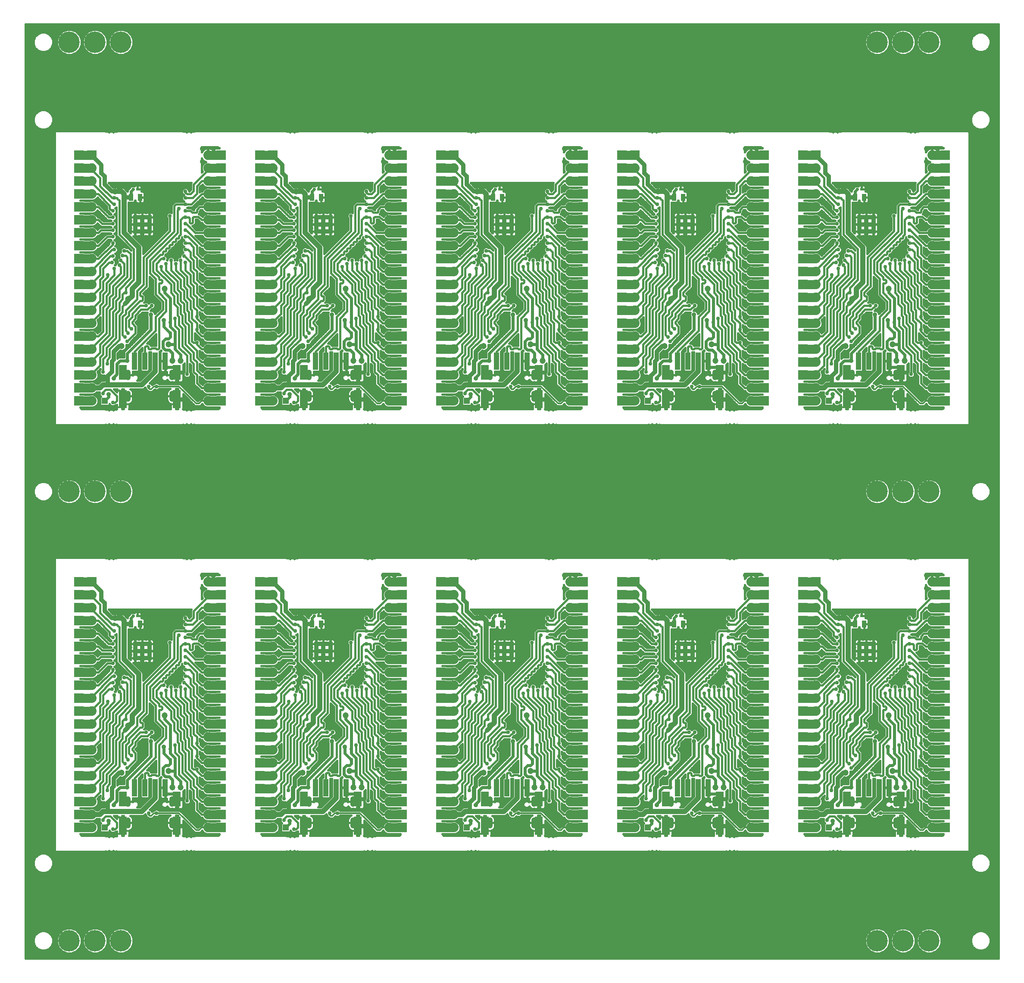
<source format=gbl>
G75*
%MOIN*%
%OFA0B0*%
%FSLAX25Y25*%
%IPPOS*%
%LPD*%
%AMOC8*
5,1,8,0,0,1.08239X$1,22.5*
%
%ADD10R,0.07400X0.07400*%
%ADD11C,0.07400*%
%ADD12C,0.04134*%
%ADD13R,0.03543X0.05512*%
%ADD14R,0.02441X0.02441*%
%ADD15R,0.03937X0.13386*%
%ADD16R,0.05906X0.14173*%
%ADD17R,0.05906X0.11811*%
%ADD18R,0.03543X0.03543*%
%ADD19R,0.04724X0.04724*%
%ADD20C,0.16598*%
%ADD21C,0.01600*%
%ADD22C,0.02953*%
%ADD23C,0.01200*%
%ADD24C,0.02400*%
%ADD25C,0.04000*%
%ADD26C,0.03200*%
%ADD27C,0.07000*%
%ADD28C,0.04724*%
%ADD29C,0.03543*%
D10*
X0044300Y0104300D03*
X0044300Y0114300D03*
X0044300Y0124300D03*
X0044300Y0134300D03*
X0044300Y0144300D03*
X0044300Y0154300D03*
X0044300Y0164300D03*
X0044300Y0174300D03*
X0044300Y0184300D03*
X0044300Y0194300D03*
X0044300Y0204300D03*
X0044300Y0214300D03*
X0044300Y0224300D03*
X0044300Y0234300D03*
X0044300Y0244300D03*
X0044300Y0254300D03*
X0044300Y0264300D03*
X0044300Y0274300D03*
X0044300Y0284300D03*
X0044300Y0294300D03*
X0054300Y0294300D03*
X0154300Y0294300D03*
X0154300Y0284300D03*
X0154300Y0274300D03*
X0154300Y0264300D03*
X0154300Y0254300D03*
X0154300Y0244300D03*
X0154300Y0234300D03*
X0154300Y0224300D03*
X0154300Y0214300D03*
X0154300Y0204300D03*
X0154300Y0194300D03*
X0154300Y0184300D03*
X0154300Y0174300D03*
X0154300Y0164300D03*
X0154300Y0154300D03*
X0154300Y0144300D03*
X0154300Y0134300D03*
X0154300Y0124300D03*
X0154300Y0114300D03*
X0154300Y0104300D03*
X0184300Y0104300D03*
X0184300Y0114300D03*
X0184300Y0124300D03*
X0184300Y0134300D03*
X0184300Y0144300D03*
X0184300Y0154300D03*
X0184300Y0164300D03*
X0184300Y0174300D03*
X0184300Y0184300D03*
X0184300Y0194300D03*
X0184300Y0204300D03*
X0184300Y0214300D03*
X0184300Y0224300D03*
X0184300Y0234300D03*
X0184300Y0244300D03*
X0184300Y0254300D03*
X0184300Y0264300D03*
X0184300Y0274300D03*
X0184300Y0284300D03*
X0184300Y0294300D03*
X0194300Y0294300D03*
X0294300Y0294300D03*
X0294300Y0284300D03*
X0294300Y0274300D03*
X0294300Y0264300D03*
X0294300Y0254300D03*
X0294300Y0244300D03*
X0294300Y0234300D03*
X0294300Y0224300D03*
X0294300Y0214300D03*
X0294300Y0204300D03*
X0294300Y0194300D03*
X0294300Y0184300D03*
X0294300Y0174300D03*
X0294300Y0164300D03*
X0294300Y0154300D03*
X0294300Y0144300D03*
X0294300Y0134300D03*
X0294300Y0124300D03*
X0294300Y0114300D03*
X0294300Y0104300D03*
X0324300Y0104300D03*
X0324300Y0114300D03*
X0324300Y0124300D03*
X0324300Y0134300D03*
X0324300Y0144300D03*
X0324300Y0154300D03*
X0324300Y0164300D03*
X0324300Y0174300D03*
X0324300Y0184300D03*
X0324300Y0194300D03*
X0324300Y0204300D03*
X0324300Y0214300D03*
X0324300Y0224300D03*
X0324300Y0234300D03*
X0324300Y0244300D03*
X0324300Y0254300D03*
X0324300Y0264300D03*
X0324300Y0274300D03*
X0324300Y0284300D03*
X0324300Y0294300D03*
X0334300Y0294300D03*
X0434300Y0294300D03*
X0434300Y0284300D03*
X0434300Y0274300D03*
X0434300Y0264300D03*
X0434300Y0254300D03*
X0434300Y0244300D03*
X0434300Y0234300D03*
X0434300Y0224300D03*
X0434300Y0214300D03*
X0434300Y0204300D03*
X0434300Y0194300D03*
X0434300Y0184300D03*
X0434300Y0174300D03*
X0434300Y0164300D03*
X0434300Y0154300D03*
X0434300Y0144300D03*
X0434300Y0134300D03*
X0434300Y0124300D03*
X0434300Y0114300D03*
X0434300Y0104300D03*
X0464300Y0104300D03*
X0464300Y0114300D03*
X0464300Y0124300D03*
X0464300Y0134300D03*
X0464300Y0144300D03*
X0464300Y0154300D03*
X0464300Y0164300D03*
X0464300Y0174300D03*
X0464300Y0184300D03*
X0464300Y0194300D03*
X0464300Y0204300D03*
X0464300Y0214300D03*
X0464300Y0224300D03*
X0464300Y0234300D03*
X0464300Y0244300D03*
X0464300Y0254300D03*
X0464300Y0264300D03*
X0464300Y0274300D03*
X0464300Y0284300D03*
X0464300Y0294300D03*
X0474300Y0294300D03*
X0574300Y0294300D03*
X0574300Y0284300D03*
X0574300Y0274300D03*
X0574300Y0264300D03*
X0574300Y0254300D03*
X0574300Y0244300D03*
X0574300Y0234300D03*
X0574300Y0224300D03*
X0574300Y0214300D03*
X0574300Y0204300D03*
X0574300Y0194300D03*
X0574300Y0184300D03*
X0574300Y0174300D03*
X0574300Y0164300D03*
X0574300Y0154300D03*
X0574300Y0144300D03*
X0574300Y0134300D03*
X0574300Y0124300D03*
X0574300Y0114300D03*
X0574300Y0104300D03*
X0604300Y0104300D03*
X0604300Y0114300D03*
X0604300Y0124300D03*
X0604300Y0134300D03*
X0604300Y0144300D03*
X0604300Y0154300D03*
X0604300Y0164300D03*
X0604300Y0174300D03*
X0604300Y0184300D03*
X0604300Y0194300D03*
X0604300Y0204300D03*
X0604300Y0214300D03*
X0604300Y0224300D03*
X0604300Y0234300D03*
X0604300Y0244300D03*
X0604300Y0254300D03*
X0604300Y0264300D03*
X0604300Y0274300D03*
X0604300Y0284300D03*
X0604300Y0294300D03*
X0614300Y0294300D03*
X0714300Y0294300D03*
X0714300Y0284300D03*
X0714300Y0274300D03*
X0714300Y0264300D03*
X0714300Y0254300D03*
X0714300Y0244300D03*
X0714300Y0234300D03*
X0714300Y0224300D03*
X0714300Y0214300D03*
X0714300Y0204300D03*
X0714300Y0194300D03*
X0714300Y0184300D03*
X0714300Y0174300D03*
X0714300Y0164300D03*
X0714300Y0154300D03*
X0714300Y0144300D03*
X0714300Y0134300D03*
X0714300Y0124300D03*
X0714300Y0114300D03*
X0714300Y0104300D03*
X0714300Y0434300D03*
X0714300Y0444300D03*
X0714300Y0454300D03*
X0714300Y0464300D03*
X0714300Y0474300D03*
X0714300Y0484300D03*
X0714300Y0494300D03*
X0714300Y0504300D03*
X0714300Y0514300D03*
X0714300Y0524300D03*
X0714300Y0534300D03*
X0714300Y0544300D03*
X0714300Y0554300D03*
X0714300Y0564300D03*
X0714300Y0574300D03*
X0714300Y0584300D03*
X0714300Y0594300D03*
X0714300Y0604300D03*
X0714300Y0614300D03*
X0714300Y0624300D03*
X0614300Y0624300D03*
X0604300Y0624300D03*
X0604300Y0614300D03*
X0604300Y0604300D03*
X0604300Y0594300D03*
X0604300Y0584300D03*
X0604300Y0574300D03*
X0604300Y0564300D03*
X0604300Y0554300D03*
X0604300Y0544300D03*
X0604300Y0534300D03*
X0604300Y0524300D03*
X0604300Y0514300D03*
X0604300Y0504300D03*
X0604300Y0494300D03*
X0604300Y0484300D03*
X0604300Y0474300D03*
X0604300Y0464300D03*
X0604300Y0454300D03*
X0604300Y0444300D03*
X0604300Y0434300D03*
X0574300Y0434300D03*
X0574300Y0444300D03*
X0574300Y0454300D03*
X0574300Y0464300D03*
X0574300Y0474300D03*
X0574300Y0484300D03*
X0574300Y0494300D03*
X0574300Y0504300D03*
X0574300Y0514300D03*
X0574300Y0524300D03*
X0574300Y0534300D03*
X0574300Y0544300D03*
X0574300Y0554300D03*
X0574300Y0564300D03*
X0574300Y0574300D03*
X0574300Y0584300D03*
X0574300Y0594300D03*
X0574300Y0604300D03*
X0574300Y0614300D03*
X0574300Y0624300D03*
X0474300Y0624300D03*
X0464300Y0624300D03*
X0464300Y0614300D03*
X0464300Y0604300D03*
X0464300Y0594300D03*
X0464300Y0584300D03*
X0464300Y0574300D03*
X0464300Y0564300D03*
X0464300Y0554300D03*
X0464300Y0544300D03*
X0464300Y0534300D03*
X0464300Y0524300D03*
X0464300Y0514300D03*
X0464300Y0504300D03*
X0464300Y0494300D03*
X0464300Y0484300D03*
X0464300Y0474300D03*
X0464300Y0464300D03*
X0464300Y0454300D03*
X0464300Y0444300D03*
X0464300Y0434300D03*
X0434300Y0434300D03*
X0434300Y0444300D03*
X0434300Y0454300D03*
X0434300Y0464300D03*
X0434300Y0474300D03*
X0434300Y0484300D03*
X0434300Y0494300D03*
X0434300Y0504300D03*
X0434300Y0514300D03*
X0434300Y0524300D03*
X0434300Y0534300D03*
X0434300Y0544300D03*
X0434300Y0554300D03*
X0434300Y0564300D03*
X0434300Y0574300D03*
X0434300Y0584300D03*
X0434300Y0594300D03*
X0434300Y0604300D03*
X0434300Y0614300D03*
X0434300Y0624300D03*
X0334300Y0624300D03*
X0324300Y0624300D03*
X0324300Y0614300D03*
X0324300Y0604300D03*
X0324300Y0594300D03*
X0324300Y0584300D03*
X0324300Y0574300D03*
X0324300Y0564300D03*
X0324300Y0554300D03*
X0324300Y0544300D03*
X0324300Y0534300D03*
X0324300Y0524300D03*
X0324300Y0514300D03*
X0324300Y0504300D03*
X0324300Y0494300D03*
X0324300Y0484300D03*
X0324300Y0474300D03*
X0324300Y0464300D03*
X0324300Y0454300D03*
X0324300Y0444300D03*
X0324300Y0434300D03*
X0294300Y0434300D03*
X0294300Y0444300D03*
X0294300Y0454300D03*
X0294300Y0464300D03*
X0294300Y0474300D03*
X0294300Y0484300D03*
X0294300Y0494300D03*
X0294300Y0504300D03*
X0294300Y0514300D03*
X0294300Y0524300D03*
X0294300Y0534300D03*
X0294300Y0544300D03*
X0294300Y0554300D03*
X0294300Y0564300D03*
X0294300Y0574300D03*
X0294300Y0584300D03*
X0294300Y0594300D03*
X0294300Y0604300D03*
X0294300Y0614300D03*
X0294300Y0624300D03*
X0194300Y0624300D03*
X0184300Y0624300D03*
X0184300Y0614300D03*
X0184300Y0604300D03*
X0184300Y0594300D03*
X0184300Y0584300D03*
X0184300Y0574300D03*
X0184300Y0564300D03*
X0184300Y0554300D03*
X0184300Y0544300D03*
X0184300Y0534300D03*
X0184300Y0524300D03*
X0184300Y0514300D03*
X0184300Y0504300D03*
X0184300Y0494300D03*
X0184300Y0484300D03*
X0184300Y0474300D03*
X0184300Y0464300D03*
X0184300Y0454300D03*
X0184300Y0444300D03*
X0184300Y0434300D03*
X0154300Y0434300D03*
X0154300Y0444300D03*
X0154300Y0454300D03*
X0154300Y0464300D03*
X0154300Y0474300D03*
X0154300Y0484300D03*
X0154300Y0494300D03*
X0154300Y0504300D03*
X0154300Y0514300D03*
X0154300Y0524300D03*
X0154300Y0534300D03*
X0154300Y0544300D03*
X0154300Y0554300D03*
X0154300Y0564300D03*
X0154300Y0574300D03*
X0154300Y0584300D03*
X0154300Y0594300D03*
X0154300Y0604300D03*
X0154300Y0614300D03*
X0154300Y0624300D03*
X0054300Y0624300D03*
X0044300Y0624300D03*
X0044300Y0614300D03*
X0044300Y0604300D03*
X0044300Y0594300D03*
X0044300Y0584300D03*
X0044300Y0574300D03*
X0044300Y0564300D03*
X0044300Y0554300D03*
X0044300Y0544300D03*
X0044300Y0534300D03*
X0044300Y0524300D03*
X0044300Y0514300D03*
X0044300Y0504300D03*
X0044300Y0494300D03*
X0044300Y0484300D03*
X0044300Y0474300D03*
X0044300Y0464300D03*
X0044300Y0454300D03*
X0044300Y0444300D03*
X0044300Y0434300D03*
D11*
X0054300Y0434300D03*
X0054300Y0444300D03*
X0054300Y0454300D03*
X0054300Y0464300D03*
X0054300Y0474300D03*
X0054300Y0484300D03*
X0054300Y0494300D03*
X0054300Y0504300D03*
X0054300Y0514300D03*
X0054300Y0524300D03*
X0054300Y0534300D03*
X0054300Y0544300D03*
X0054300Y0554300D03*
X0054300Y0564300D03*
X0054300Y0574300D03*
X0054300Y0584300D03*
X0054300Y0594300D03*
X0054300Y0604300D03*
X0054300Y0614300D03*
X0144300Y0614300D03*
X0144300Y0624300D03*
X0144300Y0604300D03*
X0144300Y0594300D03*
X0144300Y0584300D03*
X0144300Y0574300D03*
X0144300Y0564300D03*
X0144300Y0554300D03*
X0144300Y0544300D03*
X0144300Y0534300D03*
X0144300Y0524300D03*
X0144300Y0514300D03*
X0144300Y0504300D03*
X0144300Y0494300D03*
X0144300Y0484300D03*
X0144300Y0474300D03*
X0144300Y0464300D03*
X0144300Y0454300D03*
X0144300Y0444300D03*
X0144300Y0434300D03*
X0194300Y0434300D03*
X0194300Y0444300D03*
X0194300Y0454300D03*
X0194300Y0464300D03*
X0194300Y0474300D03*
X0194300Y0484300D03*
X0194300Y0494300D03*
X0194300Y0504300D03*
X0194300Y0514300D03*
X0194300Y0524300D03*
X0194300Y0534300D03*
X0194300Y0544300D03*
X0194300Y0554300D03*
X0194300Y0564300D03*
X0194300Y0574300D03*
X0194300Y0584300D03*
X0194300Y0594300D03*
X0194300Y0604300D03*
X0194300Y0614300D03*
X0284300Y0614300D03*
X0284300Y0624300D03*
X0284300Y0604300D03*
X0284300Y0594300D03*
X0284300Y0584300D03*
X0284300Y0574300D03*
X0284300Y0564300D03*
X0284300Y0554300D03*
X0284300Y0544300D03*
X0284300Y0534300D03*
X0284300Y0524300D03*
X0284300Y0514300D03*
X0284300Y0504300D03*
X0284300Y0494300D03*
X0284300Y0484300D03*
X0284300Y0474300D03*
X0284300Y0464300D03*
X0284300Y0454300D03*
X0284300Y0444300D03*
X0284300Y0434300D03*
X0334300Y0434300D03*
X0334300Y0444300D03*
X0334300Y0454300D03*
X0334300Y0464300D03*
X0334300Y0474300D03*
X0334300Y0484300D03*
X0334300Y0494300D03*
X0334300Y0504300D03*
X0334300Y0514300D03*
X0334300Y0524300D03*
X0334300Y0534300D03*
X0334300Y0544300D03*
X0334300Y0554300D03*
X0334300Y0564300D03*
X0334300Y0574300D03*
X0334300Y0584300D03*
X0334300Y0594300D03*
X0334300Y0604300D03*
X0334300Y0614300D03*
X0424300Y0614300D03*
X0424300Y0624300D03*
X0424300Y0604300D03*
X0424300Y0594300D03*
X0424300Y0584300D03*
X0424300Y0574300D03*
X0424300Y0564300D03*
X0424300Y0554300D03*
X0424300Y0544300D03*
X0424300Y0534300D03*
X0424300Y0524300D03*
X0424300Y0514300D03*
X0424300Y0504300D03*
X0424300Y0494300D03*
X0424300Y0484300D03*
X0424300Y0474300D03*
X0424300Y0464300D03*
X0424300Y0454300D03*
X0424300Y0444300D03*
X0424300Y0434300D03*
X0474300Y0434300D03*
X0474300Y0444300D03*
X0474300Y0454300D03*
X0474300Y0464300D03*
X0474300Y0474300D03*
X0474300Y0484300D03*
X0474300Y0494300D03*
X0474300Y0504300D03*
X0474300Y0514300D03*
X0474300Y0524300D03*
X0474300Y0534300D03*
X0474300Y0544300D03*
X0474300Y0554300D03*
X0474300Y0564300D03*
X0474300Y0574300D03*
X0474300Y0584300D03*
X0474300Y0594300D03*
X0474300Y0604300D03*
X0474300Y0614300D03*
X0564300Y0614300D03*
X0564300Y0624300D03*
X0564300Y0604300D03*
X0564300Y0594300D03*
X0564300Y0584300D03*
X0564300Y0574300D03*
X0564300Y0564300D03*
X0564300Y0554300D03*
X0564300Y0544300D03*
X0564300Y0534300D03*
X0564300Y0524300D03*
X0564300Y0514300D03*
X0564300Y0504300D03*
X0564300Y0494300D03*
X0564300Y0484300D03*
X0564300Y0474300D03*
X0564300Y0464300D03*
X0564300Y0454300D03*
X0564300Y0444300D03*
X0564300Y0434300D03*
X0614300Y0434300D03*
X0614300Y0444300D03*
X0614300Y0454300D03*
X0614300Y0464300D03*
X0614300Y0474300D03*
X0614300Y0484300D03*
X0614300Y0494300D03*
X0614300Y0504300D03*
X0614300Y0514300D03*
X0614300Y0524300D03*
X0614300Y0534300D03*
X0614300Y0544300D03*
X0614300Y0554300D03*
X0614300Y0564300D03*
X0614300Y0574300D03*
X0614300Y0584300D03*
X0614300Y0594300D03*
X0614300Y0604300D03*
X0614300Y0614300D03*
X0704300Y0614300D03*
X0704300Y0624300D03*
X0704300Y0604300D03*
X0704300Y0594300D03*
X0704300Y0584300D03*
X0704300Y0574300D03*
X0704300Y0564300D03*
X0704300Y0554300D03*
X0704300Y0544300D03*
X0704300Y0534300D03*
X0704300Y0524300D03*
X0704300Y0514300D03*
X0704300Y0504300D03*
X0704300Y0494300D03*
X0704300Y0484300D03*
X0704300Y0474300D03*
X0704300Y0464300D03*
X0704300Y0454300D03*
X0704300Y0444300D03*
X0704300Y0434300D03*
X0704300Y0294300D03*
X0704300Y0284300D03*
X0704300Y0274300D03*
X0704300Y0264300D03*
X0704300Y0254300D03*
X0704300Y0244300D03*
X0704300Y0234300D03*
X0704300Y0224300D03*
X0704300Y0214300D03*
X0704300Y0204300D03*
X0704300Y0194300D03*
X0704300Y0184300D03*
X0704300Y0174300D03*
X0704300Y0164300D03*
X0704300Y0154300D03*
X0704300Y0144300D03*
X0704300Y0134300D03*
X0704300Y0124300D03*
X0704300Y0114300D03*
X0704300Y0104300D03*
X0614300Y0104300D03*
X0614300Y0114300D03*
X0614300Y0124300D03*
X0614300Y0134300D03*
X0614300Y0144300D03*
X0614300Y0154300D03*
X0614300Y0164300D03*
X0614300Y0174300D03*
X0614300Y0184300D03*
X0614300Y0194300D03*
X0614300Y0204300D03*
X0614300Y0214300D03*
X0614300Y0224300D03*
X0614300Y0234300D03*
X0614300Y0244300D03*
X0614300Y0254300D03*
X0614300Y0264300D03*
X0614300Y0274300D03*
X0614300Y0284300D03*
X0564300Y0284300D03*
X0564300Y0294300D03*
X0564300Y0274300D03*
X0564300Y0264300D03*
X0564300Y0254300D03*
X0564300Y0244300D03*
X0564300Y0234300D03*
X0564300Y0224300D03*
X0564300Y0214300D03*
X0564300Y0204300D03*
X0564300Y0194300D03*
X0564300Y0184300D03*
X0564300Y0174300D03*
X0564300Y0164300D03*
X0564300Y0154300D03*
X0564300Y0144300D03*
X0564300Y0134300D03*
X0564300Y0124300D03*
X0564300Y0114300D03*
X0564300Y0104300D03*
X0474300Y0104300D03*
X0474300Y0114300D03*
X0474300Y0124300D03*
X0474300Y0134300D03*
X0474300Y0144300D03*
X0474300Y0154300D03*
X0474300Y0164300D03*
X0474300Y0174300D03*
X0474300Y0184300D03*
X0474300Y0194300D03*
X0474300Y0204300D03*
X0474300Y0214300D03*
X0474300Y0224300D03*
X0474300Y0234300D03*
X0474300Y0244300D03*
X0474300Y0254300D03*
X0474300Y0264300D03*
X0474300Y0274300D03*
X0474300Y0284300D03*
X0424300Y0284300D03*
X0424300Y0294300D03*
X0424300Y0274300D03*
X0424300Y0264300D03*
X0424300Y0254300D03*
X0424300Y0244300D03*
X0424300Y0234300D03*
X0424300Y0224300D03*
X0424300Y0214300D03*
X0424300Y0204300D03*
X0424300Y0194300D03*
X0424300Y0184300D03*
X0424300Y0174300D03*
X0424300Y0164300D03*
X0424300Y0154300D03*
X0424300Y0144300D03*
X0424300Y0134300D03*
X0424300Y0124300D03*
X0424300Y0114300D03*
X0424300Y0104300D03*
X0334300Y0104300D03*
X0334300Y0114300D03*
X0334300Y0124300D03*
X0334300Y0134300D03*
X0334300Y0144300D03*
X0334300Y0154300D03*
X0334300Y0164300D03*
X0334300Y0174300D03*
X0334300Y0184300D03*
X0334300Y0194300D03*
X0334300Y0204300D03*
X0334300Y0214300D03*
X0334300Y0224300D03*
X0334300Y0234300D03*
X0334300Y0244300D03*
X0334300Y0254300D03*
X0334300Y0264300D03*
X0334300Y0274300D03*
X0334300Y0284300D03*
X0284300Y0284300D03*
X0284300Y0294300D03*
X0284300Y0274300D03*
X0284300Y0264300D03*
X0284300Y0254300D03*
X0284300Y0244300D03*
X0284300Y0234300D03*
X0284300Y0224300D03*
X0284300Y0214300D03*
X0284300Y0204300D03*
X0284300Y0194300D03*
X0284300Y0184300D03*
X0284300Y0174300D03*
X0284300Y0164300D03*
X0284300Y0154300D03*
X0284300Y0144300D03*
X0284300Y0134300D03*
X0284300Y0124300D03*
X0284300Y0114300D03*
X0284300Y0104300D03*
X0194300Y0104300D03*
X0194300Y0114300D03*
X0194300Y0124300D03*
X0194300Y0134300D03*
X0194300Y0144300D03*
X0194300Y0154300D03*
X0194300Y0164300D03*
X0194300Y0174300D03*
X0194300Y0184300D03*
X0194300Y0194300D03*
X0194300Y0204300D03*
X0194300Y0214300D03*
X0194300Y0224300D03*
X0194300Y0234300D03*
X0194300Y0244300D03*
X0194300Y0254300D03*
X0194300Y0264300D03*
X0194300Y0274300D03*
X0194300Y0284300D03*
X0144300Y0284300D03*
X0144300Y0294300D03*
X0144300Y0274300D03*
X0144300Y0264300D03*
X0144300Y0254300D03*
X0144300Y0244300D03*
X0144300Y0234300D03*
X0144300Y0224300D03*
X0144300Y0214300D03*
X0144300Y0204300D03*
X0144300Y0194300D03*
X0144300Y0184300D03*
X0144300Y0174300D03*
X0144300Y0164300D03*
X0144300Y0154300D03*
X0144300Y0144300D03*
X0144300Y0134300D03*
X0144300Y0124300D03*
X0144300Y0114300D03*
X0144300Y0104300D03*
X0054300Y0104300D03*
X0054300Y0114300D03*
X0054300Y0124300D03*
X0054300Y0134300D03*
X0054300Y0144300D03*
X0054300Y0154300D03*
X0054300Y0164300D03*
X0054300Y0174300D03*
X0054300Y0184300D03*
X0054300Y0194300D03*
X0054300Y0204300D03*
X0054300Y0214300D03*
X0054300Y0224300D03*
X0054300Y0234300D03*
X0054300Y0244300D03*
X0054300Y0254300D03*
X0054300Y0264300D03*
X0054300Y0274300D03*
X0054300Y0284300D03*
D12*
X0082292Y0435894D02*
X0082292Y0440028D01*
X0082292Y0452351D02*
X0082292Y0456485D01*
X0116308Y0456485D02*
X0116308Y0452351D01*
X0116308Y0440028D02*
X0116308Y0435894D01*
X0222292Y0435894D02*
X0222292Y0440028D01*
X0222292Y0452351D02*
X0222292Y0456485D01*
X0256308Y0456485D02*
X0256308Y0452351D01*
X0256308Y0440028D02*
X0256308Y0435894D01*
X0362292Y0435894D02*
X0362292Y0440028D01*
X0362292Y0452351D02*
X0362292Y0456485D01*
X0396308Y0456485D02*
X0396308Y0452351D01*
X0396308Y0440028D02*
X0396308Y0435894D01*
X0502292Y0435894D02*
X0502292Y0440028D01*
X0502292Y0452351D02*
X0502292Y0456485D01*
X0536308Y0456485D02*
X0536308Y0452351D01*
X0536308Y0440028D02*
X0536308Y0435894D01*
X0642292Y0435894D02*
X0642292Y0440028D01*
X0642292Y0452351D02*
X0642292Y0456485D01*
X0676308Y0456485D02*
X0676308Y0452351D01*
X0676308Y0440028D02*
X0676308Y0435894D01*
X0676308Y0126485D02*
X0676308Y0122351D01*
X0676308Y0110028D02*
X0676308Y0105894D01*
X0642292Y0105894D02*
X0642292Y0110028D01*
X0642292Y0122351D02*
X0642292Y0126485D01*
X0536308Y0126485D02*
X0536308Y0122351D01*
X0536308Y0110028D02*
X0536308Y0105894D01*
X0502292Y0105894D02*
X0502292Y0110028D01*
X0502292Y0122351D02*
X0502292Y0126485D01*
X0396308Y0126485D02*
X0396308Y0122351D01*
X0396308Y0110028D02*
X0396308Y0105894D01*
X0362292Y0105894D02*
X0362292Y0110028D01*
X0362292Y0122351D02*
X0362292Y0126485D01*
X0256308Y0126485D02*
X0256308Y0122351D01*
X0256308Y0110028D02*
X0256308Y0105894D01*
X0222292Y0105894D02*
X0222292Y0110028D01*
X0222292Y0122351D02*
X0222292Y0126485D01*
X0116308Y0126485D02*
X0116308Y0122351D01*
X0116308Y0110028D02*
X0116308Y0105894D01*
X0082292Y0105894D02*
X0082292Y0110028D01*
X0082292Y0122351D02*
X0082292Y0126485D01*
D13*
X0084507Y0261800D03*
X0091593Y0261800D03*
X0224507Y0261800D03*
X0231593Y0261800D03*
X0364507Y0261800D03*
X0371593Y0261800D03*
X0504507Y0261800D03*
X0511593Y0261800D03*
X0644507Y0261800D03*
X0651593Y0261800D03*
X0651593Y0591800D03*
X0644507Y0591800D03*
X0511593Y0591800D03*
X0504507Y0591800D03*
X0371593Y0591800D03*
X0364507Y0591800D03*
X0231593Y0591800D03*
X0224507Y0591800D03*
X0091593Y0591800D03*
X0084507Y0591800D03*
D14*
X0086278Y0598050D03*
X0089822Y0598050D03*
X0226278Y0598050D03*
X0229822Y0598050D03*
X0366278Y0598050D03*
X0369822Y0598050D03*
X0506278Y0598050D03*
X0509822Y0598050D03*
X0646278Y0598050D03*
X0649822Y0598050D03*
X0649822Y0268050D03*
X0646278Y0268050D03*
X0509822Y0268050D03*
X0506278Y0268050D03*
X0369822Y0268050D03*
X0366278Y0268050D03*
X0229822Y0268050D03*
X0226278Y0268050D03*
X0089822Y0268050D03*
X0086278Y0268050D03*
D15*
X0087489Y0135117D03*
X0095363Y0135117D03*
X0103237Y0135117D03*
X0111111Y0135117D03*
X0227489Y0135117D03*
X0235363Y0135117D03*
X0243237Y0135117D03*
X0251111Y0135117D03*
X0367489Y0135117D03*
X0375363Y0135117D03*
X0383237Y0135117D03*
X0391111Y0135117D03*
X0507489Y0135117D03*
X0515363Y0135117D03*
X0523237Y0135117D03*
X0531111Y0135117D03*
X0647489Y0135117D03*
X0655363Y0135117D03*
X0663237Y0135117D03*
X0671111Y0135117D03*
X0671111Y0465117D03*
X0663237Y0465117D03*
X0655363Y0465117D03*
X0647489Y0465117D03*
X0531111Y0465117D03*
X0523237Y0465117D03*
X0515363Y0465117D03*
X0507489Y0465117D03*
X0391111Y0465117D03*
X0383237Y0465117D03*
X0375363Y0465117D03*
X0367489Y0465117D03*
X0251111Y0465117D03*
X0243237Y0465117D03*
X0235363Y0465117D03*
X0227489Y0465117D03*
X0111111Y0465117D03*
X0103237Y0465117D03*
X0095363Y0465117D03*
X0087489Y0465117D03*
D16*
X0078434Y0435589D03*
X0120166Y0435589D03*
X0218434Y0435589D03*
X0260166Y0435589D03*
X0358434Y0435589D03*
X0400166Y0435589D03*
X0498434Y0435589D03*
X0540166Y0435589D03*
X0638434Y0435589D03*
X0680166Y0435589D03*
X0680166Y0105589D03*
X0638434Y0105589D03*
X0540166Y0105589D03*
X0498434Y0105589D03*
X0400166Y0105589D03*
X0358434Y0105589D03*
X0260166Y0105589D03*
X0218434Y0105589D03*
X0120166Y0105589D03*
X0078434Y0105589D03*
D17*
X0078434Y0126456D03*
X0120166Y0126456D03*
X0218434Y0126456D03*
X0260166Y0126456D03*
X0358434Y0126456D03*
X0400166Y0126456D03*
X0498434Y0126456D03*
X0540166Y0126456D03*
X0638434Y0126456D03*
X0680166Y0126456D03*
X0680166Y0456456D03*
X0638434Y0456456D03*
X0540166Y0456456D03*
X0498434Y0456456D03*
X0400166Y0456456D03*
X0358434Y0456456D03*
X0260166Y0456456D03*
X0218434Y0456456D03*
X0120166Y0456456D03*
X0078434Y0456456D03*
D18*
X0087883Y0565353D03*
X0093394Y0565353D03*
X0093394Y0570865D03*
X0087883Y0570865D03*
X0087883Y0576377D03*
X0093394Y0576377D03*
X0098906Y0576377D03*
X0098906Y0570865D03*
X0098906Y0565353D03*
X0227883Y0565353D03*
X0233394Y0565353D03*
X0233394Y0570865D03*
X0227883Y0570865D03*
X0227883Y0576377D03*
X0233394Y0576377D03*
X0238906Y0576377D03*
X0238906Y0570865D03*
X0238906Y0565353D03*
X0367883Y0565353D03*
X0373394Y0565353D03*
X0373394Y0570865D03*
X0367883Y0570865D03*
X0367883Y0576377D03*
X0373394Y0576377D03*
X0378906Y0576377D03*
X0378906Y0570865D03*
X0378906Y0565353D03*
X0507883Y0565353D03*
X0513394Y0565353D03*
X0513394Y0570865D03*
X0507883Y0570865D03*
X0507883Y0576377D03*
X0513394Y0576377D03*
X0518906Y0576377D03*
X0518906Y0570865D03*
X0518906Y0565353D03*
X0647883Y0565353D03*
X0653394Y0565353D03*
X0653394Y0570865D03*
X0647883Y0570865D03*
X0647883Y0576377D03*
X0653394Y0576377D03*
X0658906Y0576377D03*
X0658906Y0570865D03*
X0658906Y0565353D03*
X0658906Y0246377D03*
X0653394Y0246377D03*
X0647883Y0246377D03*
X0647883Y0240865D03*
X0653394Y0240865D03*
X0653394Y0235353D03*
X0647883Y0235353D03*
X0658906Y0235353D03*
X0658906Y0240865D03*
X0518906Y0240865D03*
X0513394Y0240865D03*
X0507883Y0240865D03*
X0507883Y0246377D03*
X0513394Y0246377D03*
X0518906Y0246377D03*
X0518906Y0235353D03*
X0513394Y0235353D03*
X0507883Y0235353D03*
X0378906Y0235353D03*
X0373394Y0235353D03*
X0367883Y0235353D03*
X0367883Y0240865D03*
X0373394Y0240865D03*
X0373394Y0246377D03*
X0367883Y0246377D03*
X0378906Y0246377D03*
X0378906Y0240865D03*
X0238906Y0240865D03*
X0233394Y0240865D03*
X0227883Y0240865D03*
X0227883Y0246377D03*
X0233394Y0246377D03*
X0238906Y0246377D03*
X0238906Y0235353D03*
X0233394Y0235353D03*
X0227883Y0235353D03*
X0098906Y0235353D03*
X0093394Y0235353D03*
X0087883Y0235353D03*
X0087883Y0240865D03*
X0093394Y0240865D03*
X0093394Y0246377D03*
X0087883Y0246377D03*
X0098906Y0246377D03*
X0098906Y0240865D03*
D19*
X0064300Y0104300D03*
X0204300Y0104300D03*
X0344300Y0104300D03*
X0484300Y0104300D03*
X0624300Y0104300D03*
X0624300Y0434300D03*
X0484300Y0434300D03*
X0344300Y0434300D03*
X0204300Y0434300D03*
X0064300Y0434300D03*
D20*
X0056800Y0364300D03*
X0036800Y0364300D03*
X0076800Y0364300D03*
X0096800Y0364300D03*
X0096800Y0711800D03*
X0076800Y0711800D03*
X0056800Y0711800D03*
X0036800Y0711800D03*
X0661800Y0711800D03*
X0681800Y0711800D03*
X0701800Y0711800D03*
X0721800Y0711800D03*
X0721800Y0364300D03*
X0701800Y0364300D03*
X0681800Y0364300D03*
X0661800Y0364300D03*
X0661800Y0016800D03*
X0681800Y0016800D03*
X0701800Y0016800D03*
X0721800Y0016800D03*
X0096800Y0016800D03*
X0076800Y0016800D03*
X0056800Y0016800D03*
X0036800Y0016800D03*
D21*
X0002994Y0002994D02*
X0002994Y0725606D01*
X0378987Y0725606D01*
X0378987Y0642994D01*
X0353806Y0642994D01*
X0353433Y0642622D01*
X0353327Y0642728D01*
X0351523Y0642728D01*
X0350862Y0642068D01*
X0350202Y0642728D01*
X0348398Y0642728D01*
X0347737Y0642068D01*
X0347077Y0642728D01*
X0345273Y0642728D01*
X0345167Y0642622D01*
X0344794Y0642994D01*
X0273806Y0642994D01*
X0273433Y0642622D01*
X0273327Y0642728D01*
X0271523Y0642728D01*
X0270862Y0642068D01*
X0270202Y0642728D01*
X0268398Y0642728D01*
X0267737Y0642068D01*
X0267077Y0642728D01*
X0265273Y0642728D01*
X0265167Y0642622D01*
X0264794Y0642994D01*
X0213806Y0642994D01*
X0213433Y0642622D01*
X0213327Y0642728D01*
X0211523Y0642728D01*
X0210862Y0642068D01*
X0210202Y0642728D01*
X0208398Y0642728D01*
X0207737Y0642068D01*
X0207077Y0642728D01*
X0205273Y0642728D01*
X0205167Y0642622D01*
X0204794Y0642994D01*
X0133806Y0642994D01*
X0133433Y0642622D01*
X0133327Y0642728D01*
X0131523Y0642728D01*
X0130862Y0642068D01*
X0130202Y0642728D01*
X0128398Y0642728D01*
X0127737Y0642068D01*
X0127077Y0642728D01*
X0125273Y0642728D01*
X0125167Y0642622D01*
X0124794Y0642994D01*
X0073806Y0642994D01*
X0073433Y0642622D01*
X0073327Y0642728D01*
X0071523Y0642728D01*
X0070862Y0642068D01*
X0070202Y0642728D01*
X0068398Y0642728D01*
X0067737Y0642068D01*
X0067077Y0642728D01*
X0065273Y0642728D01*
X0065167Y0642622D01*
X0064794Y0642994D01*
X0026306Y0642994D01*
X0025606Y0642294D01*
X0025606Y0416306D01*
X0026306Y0415606D01*
X0064794Y0415606D01*
X0065167Y0415978D01*
X0065273Y0415872D01*
X0067077Y0415872D01*
X0067738Y0416532D01*
X0068398Y0415872D01*
X0070202Y0415872D01*
X0070862Y0416532D01*
X0071523Y0415872D01*
X0073327Y0415872D01*
X0073433Y0415978D01*
X0073806Y0415606D01*
X0124794Y0415606D01*
X0125167Y0415978D01*
X0125273Y0415872D01*
X0127077Y0415872D01*
X0127737Y0416532D01*
X0128398Y0415872D01*
X0130202Y0415872D01*
X0130862Y0416532D01*
X0131523Y0415872D01*
X0133327Y0415872D01*
X0133433Y0415978D01*
X0133806Y0415606D01*
X0204794Y0415606D01*
X0205167Y0415978D01*
X0205273Y0415872D01*
X0207077Y0415872D01*
X0207737Y0416532D01*
X0208398Y0415872D01*
X0210202Y0415872D01*
X0210862Y0416532D01*
X0211523Y0415872D01*
X0213327Y0415872D01*
X0213433Y0415978D01*
X0213806Y0415606D01*
X0264794Y0415606D01*
X0265167Y0415978D01*
X0265273Y0415872D01*
X0267077Y0415872D01*
X0267737Y0416532D01*
X0268398Y0415872D01*
X0270202Y0415872D01*
X0270862Y0416532D01*
X0271523Y0415872D01*
X0273327Y0415872D01*
X0273433Y0415978D01*
X0273806Y0415606D01*
X0344794Y0415606D01*
X0345167Y0415978D01*
X0345273Y0415872D01*
X0347077Y0415872D01*
X0347737Y0416532D01*
X0348398Y0415872D01*
X0350202Y0415872D01*
X0350862Y0416532D01*
X0351523Y0415872D01*
X0353327Y0415872D01*
X0353433Y0415978D01*
X0353806Y0415606D01*
X0404794Y0415606D01*
X0405167Y0415978D01*
X0405273Y0415872D01*
X0407077Y0415872D01*
X0407737Y0416532D01*
X0408398Y0415872D01*
X0410202Y0415872D01*
X0410862Y0416532D01*
X0411523Y0415872D01*
X0413327Y0415872D01*
X0413433Y0415978D01*
X0413806Y0415606D01*
X0484794Y0415606D01*
X0485167Y0415978D01*
X0485273Y0415872D01*
X0487077Y0415872D01*
X0487737Y0416532D01*
X0488398Y0415872D01*
X0490202Y0415872D01*
X0490862Y0416532D01*
X0491523Y0415872D01*
X0493327Y0415872D01*
X0493433Y0415978D01*
X0493806Y0415606D01*
X0544794Y0415606D01*
X0545167Y0415978D01*
X0545273Y0415872D01*
X0547077Y0415872D01*
X0547737Y0416532D01*
X0548398Y0415872D01*
X0550202Y0415872D01*
X0550862Y0416532D01*
X0551523Y0415872D01*
X0553327Y0415872D01*
X0553433Y0415978D01*
X0553806Y0415606D01*
X0624794Y0415606D01*
X0625167Y0415978D01*
X0625273Y0415872D01*
X0627077Y0415872D01*
X0627738Y0416532D01*
X0628398Y0415872D01*
X0630202Y0415872D01*
X0630862Y0416532D01*
X0631523Y0415872D01*
X0633327Y0415872D01*
X0633433Y0415978D01*
X0633806Y0415606D01*
X0684794Y0415606D01*
X0685167Y0415978D01*
X0685273Y0415872D01*
X0687077Y0415872D01*
X0687737Y0416532D01*
X0688398Y0415872D01*
X0690202Y0415872D01*
X0690862Y0416532D01*
X0691523Y0415872D01*
X0693327Y0415872D01*
X0693433Y0415978D01*
X0693806Y0415606D01*
X0732294Y0415606D01*
X0732994Y0416306D01*
X0732994Y0642294D01*
X0732294Y0642994D01*
X0693806Y0642994D01*
X0693433Y0642622D01*
X0693327Y0642728D01*
X0691523Y0642728D01*
X0690862Y0642068D01*
X0690202Y0642728D01*
X0688398Y0642728D01*
X0687737Y0642068D01*
X0687077Y0642728D01*
X0685273Y0642728D01*
X0685167Y0642622D01*
X0684794Y0642994D01*
X0633806Y0642994D01*
X0633433Y0642622D01*
X0633327Y0642728D01*
X0631523Y0642728D01*
X0630862Y0642068D01*
X0630202Y0642728D01*
X0628398Y0642728D01*
X0627737Y0642068D01*
X0627077Y0642728D01*
X0625273Y0642728D01*
X0625167Y0642622D01*
X0624794Y0642994D01*
X0553806Y0642994D01*
X0553433Y0642622D01*
X0553327Y0642728D01*
X0551523Y0642728D01*
X0550862Y0642068D01*
X0550202Y0642728D01*
X0548398Y0642728D01*
X0547737Y0642068D01*
X0547077Y0642728D01*
X0545273Y0642728D01*
X0545167Y0642622D01*
X0544794Y0642994D01*
X0493806Y0642994D01*
X0493433Y0642622D01*
X0493327Y0642728D01*
X0491523Y0642728D01*
X0490862Y0642068D01*
X0490202Y0642728D01*
X0488398Y0642728D01*
X0487737Y0642068D01*
X0487077Y0642728D01*
X0485273Y0642728D01*
X0485167Y0642622D01*
X0484794Y0642994D01*
X0413806Y0642994D01*
X0413433Y0642622D01*
X0413327Y0642728D01*
X0411523Y0642728D01*
X0410862Y0642068D01*
X0410202Y0642728D01*
X0408398Y0642728D01*
X0407737Y0642068D01*
X0407077Y0642728D01*
X0405273Y0642728D01*
X0405167Y0642622D01*
X0404794Y0642994D01*
X0379612Y0642994D01*
X0379612Y0725606D01*
X0755606Y0725606D01*
X0755606Y0002994D01*
X0379612Y0002994D01*
X0379612Y0085606D01*
X0404794Y0085606D01*
X0405167Y0085978D01*
X0405273Y0085872D01*
X0407077Y0085872D01*
X0407737Y0086532D01*
X0408398Y0085872D01*
X0410202Y0085872D01*
X0410862Y0086532D01*
X0411523Y0085872D01*
X0413327Y0085872D01*
X0413433Y0085978D01*
X0413806Y0085606D01*
X0484794Y0085606D01*
X0485167Y0085978D01*
X0485273Y0085872D01*
X0487077Y0085872D01*
X0487737Y0086532D01*
X0488398Y0085872D01*
X0490202Y0085872D01*
X0490862Y0086532D01*
X0491523Y0085872D01*
X0493327Y0085872D01*
X0493433Y0085978D01*
X0493806Y0085606D01*
X0544794Y0085606D01*
X0545167Y0085978D01*
X0545273Y0085872D01*
X0547077Y0085872D01*
X0547737Y0086532D01*
X0548398Y0085872D01*
X0550202Y0085872D01*
X0550862Y0086532D01*
X0551523Y0085872D01*
X0553327Y0085872D01*
X0553433Y0085978D01*
X0553806Y0085606D01*
X0624794Y0085606D01*
X0625167Y0085978D01*
X0625273Y0085872D01*
X0627077Y0085872D01*
X0627738Y0086532D01*
X0628398Y0085872D01*
X0630202Y0085872D01*
X0630862Y0086532D01*
X0631523Y0085872D01*
X0633327Y0085872D01*
X0633433Y0085978D01*
X0633806Y0085606D01*
X0684794Y0085606D01*
X0685167Y0085978D01*
X0685273Y0085872D01*
X0687077Y0085872D01*
X0687737Y0086532D01*
X0688398Y0085872D01*
X0690202Y0085872D01*
X0690862Y0086532D01*
X0691523Y0085872D01*
X0693327Y0085872D01*
X0693433Y0085978D01*
X0693806Y0085606D01*
X0732294Y0085606D01*
X0732994Y0086306D01*
X0732994Y0312294D01*
X0732294Y0312994D01*
X0693806Y0312994D01*
X0693433Y0312622D01*
X0693327Y0312728D01*
X0691523Y0312728D01*
X0690862Y0312068D01*
X0690202Y0312728D01*
X0688398Y0312728D01*
X0687737Y0312068D01*
X0687077Y0312728D01*
X0685273Y0312728D01*
X0685167Y0312622D01*
X0684794Y0312994D01*
X0633806Y0312994D01*
X0633433Y0312622D01*
X0633327Y0312728D01*
X0631523Y0312728D01*
X0630862Y0312068D01*
X0630202Y0312728D01*
X0628398Y0312728D01*
X0627737Y0312068D01*
X0627077Y0312728D01*
X0625273Y0312728D01*
X0625167Y0312622D01*
X0624794Y0312994D01*
X0553806Y0312994D01*
X0553433Y0312622D01*
X0553327Y0312728D01*
X0551523Y0312728D01*
X0550862Y0312068D01*
X0550202Y0312728D01*
X0548398Y0312728D01*
X0547737Y0312068D01*
X0547077Y0312728D01*
X0545273Y0312728D01*
X0545167Y0312622D01*
X0544794Y0312994D01*
X0493806Y0312994D01*
X0493433Y0312622D01*
X0493327Y0312728D01*
X0491523Y0312728D01*
X0490862Y0312068D01*
X0490202Y0312728D01*
X0488398Y0312728D01*
X0487737Y0312068D01*
X0487077Y0312728D01*
X0485273Y0312728D01*
X0485167Y0312622D01*
X0484794Y0312994D01*
X0413806Y0312994D01*
X0413433Y0312622D01*
X0413327Y0312728D01*
X0411523Y0312728D01*
X0410862Y0312068D01*
X0410202Y0312728D01*
X0408398Y0312728D01*
X0407737Y0312068D01*
X0407077Y0312728D01*
X0405273Y0312728D01*
X0405167Y0312622D01*
X0404794Y0312994D01*
X0353806Y0312994D01*
X0353433Y0312622D01*
X0353327Y0312728D01*
X0351523Y0312728D01*
X0350862Y0312068D01*
X0350202Y0312728D01*
X0348398Y0312728D01*
X0347737Y0312068D01*
X0347077Y0312728D01*
X0345273Y0312728D01*
X0345167Y0312622D01*
X0344794Y0312994D01*
X0273806Y0312994D01*
X0273433Y0312622D01*
X0273327Y0312728D01*
X0271523Y0312728D01*
X0270862Y0312068D01*
X0270202Y0312728D01*
X0268398Y0312728D01*
X0267737Y0312068D01*
X0267077Y0312728D01*
X0265273Y0312728D01*
X0265167Y0312622D01*
X0264794Y0312994D01*
X0213806Y0312994D01*
X0213433Y0312622D01*
X0213327Y0312728D01*
X0211523Y0312728D01*
X0210862Y0312068D01*
X0210202Y0312728D01*
X0208398Y0312728D01*
X0207737Y0312068D01*
X0207077Y0312728D01*
X0205273Y0312728D01*
X0205167Y0312622D01*
X0204794Y0312994D01*
X0133806Y0312994D01*
X0133433Y0312622D01*
X0133327Y0312728D01*
X0131523Y0312728D01*
X0130862Y0312068D01*
X0130202Y0312728D01*
X0128398Y0312728D01*
X0127737Y0312068D01*
X0127077Y0312728D01*
X0125273Y0312728D01*
X0125167Y0312622D01*
X0124794Y0312994D01*
X0073806Y0312994D01*
X0073433Y0312622D01*
X0073327Y0312728D01*
X0071523Y0312728D01*
X0070862Y0312068D01*
X0070202Y0312728D01*
X0068398Y0312728D01*
X0067737Y0312068D01*
X0067077Y0312728D01*
X0065273Y0312728D01*
X0065167Y0312622D01*
X0064794Y0312994D01*
X0026306Y0312994D01*
X0025606Y0312294D01*
X0025606Y0086306D01*
X0026306Y0085606D01*
X0064794Y0085606D01*
X0065167Y0085978D01*
X0065273Y0085872D01*
X0067077Y0085872D01*
X0067738Y0086532D01*
X0068398Y0085872D01*
X0070202Y0085872D01*
X0070862Y0086532D01*
X0071523Y0085872D01*
X0073327Y0085872D01*
X0073433Y0085978D01*
X0073806Y0085606D01*
X0124794Y0085606D01*
X0125167Y0085978D01*
X0125273Y0085872D01*
X0127077Y0085872D01*
X0127737Y0086532D01*
X0128398Y0085872D01*
X0130202Y0085872D01*
X0130862Y0086532D01*
X0131523Y0085872D01*
X0133327Y0085872D01*
X0133433Y0085978D01*
X0133806Y0085606D01*
X0204794Y0085606D01*
X0205167Y0085978D01*
X0205273Y0085872D01*
X0207077Y0085872D01*
X0207737Y0086532D01*
X0208398Y0085872D01*
X0210202Y0085872D01*
X0210862Y0086532D01*
X0211523Y0085872D01*
X0213327Y0085872D01*
X0213433Y0085978D01*
X0213806Y0085606D01*
X0264794Y0085606D01*
X0265167Y0085978D01*
X0265273Y0085872D01*
X0267077Y0085872D01*
X0267737Y0086532D01*
X0268398Y0085872D01*
X0270202Y0085872D01*
X0270862Y0086532D01*
X0271523Y0085872D01*
X0273327Y0085872D01*
X0273433Y0085978D01*
X0273806Y0085606D01*
X0344794Y0085606D01*
X0345167Y0085978D01*
X0345273Y0085872D01*
X0347077Y0085872D01*
X0347737Y0086532D01*
X0348398Y0085872D01*
X0350202Y0085872D01*
X0350862Y0086532D01*
X0351523Y0085872D01*
X0353327Y0085872D01*
X0353433Y0085978D01*
X0353806Y0085606D01*
X0378987Y0085606D01*
X0378987Y0002994D01*
X0002994Y0002994D01*
X0002994Y0003399D02*
X0378987Y0003399D01*
X0379612Y0003399D02*
X0755606Y0003399D01*
X0755606Y0004997D02*
X0379612Y0004997D01*
X0378987Y0004997D02*
X0002994Y0004997D01*
X0002994Y0006596D02*
X0378987Y0006596D01*
X0379612Y0006596D02*
X0755606Y0006596D01*
X0755606Y0008194D02*
X0706102Y0008194D01*
X0707236Y0008664D02*
X0703709Y0007203D01*
X0699891Y0007203D01*
X0696364Y0008664D01*
X0693664Y0011364D01*
X0692203Y0014891D01*
X0692203Y0018709D01*
X0693664Y0022236D01*
X0696364Y0024936D01*
X0699891Y0026397D01*
X0703709Y0026397D01*
X0707236Y0024936D01*
X0709936Y0022236D01*
X0711397Y0018709D01*
X0711397Y0014891D01*
X0709936Y0011364D01*
X0707236Y0008664D01*
X0708365Y0009793D02*
X0739138Y0009793D01*
X0740310Y0009307D02*
X0743290Y0009307D01*
X0746044Y0010448D01*
X0748152Y0012556D01*
X0749293Y0015310D01*
X0749293Y0018290D01*
X0748152Y0021044D01*
X0746044Y0023152D01*
X0743290Y0024293D01*
X0740310Y0024293D01*
X0737556Y0023152D01*
X0735448Y0021044D01*
X0734307Y0018290D01*
X0734307Y0015310D01*
X0735448Y0012556D01*
X0737556Y0010448D01*
X0740310Y0009307D01*
X0744462Y0009793D02*
X0755606Y0009793D01*
X0755606Y0011391D02*
X0746988Y0011391D01*
X0748332Y0012990D02*
X0755606Y0012990D01*
X0755606Y0014588D02*
X0748994Y0014588D01*
X0749293Y0016187D02*
X0755606Y0016187D01*
X0755606Y0017785D02*
X0749293Y0017785D01*
X0748840Y0019384D02*
X0755606Y0019384D01*
X0755606Y0020982D02*
X0748178Y0020982D01*
X0746616Y0022581D02*
X0755606Y0022581D01*
X0755606Y0024179D02*
X0743565Y0024179D01*
X0740035Y0024179D02*
X0707993Y0024179D01*
X0709592Y0022581D02*
X0736984Y0022581D01*
X0735422Y0020982D02*
X0710456Y0020982D01*
X0711118Y0019384D02*
X0734760Y0019384D01*
X0734307Y0017785D02*
X0711397Y0017785D01*
X0711397Y0016187D02*
X0734307Y0016187D01*
X0734606Y0014588D02*
X0711272Y0014588D01*
X0710610Y0012990D02*
X0735268Y0012990D01*
X0736612Y0011391D02*
X0709947Y0011391D01*
X0697498Y0008194D02*
X0686102Y0008194D01*
X0687236Y0008664D02*
X0689936Y0011364D01*
X0691397Y0014891D01*
X0691397Y0018709D01*
X0689936Y0022236D01*
X0687236Y0024936D01*
X0683709Y0026397D01*
X0679891Y0026397D01*
X0676364Y0024936D01*
X0673664Y0022236D01*
X0672203Y0018709D01*
X0672203Y0014891D01*
X0673664Y0011364D01*
X0676364Y0008664D01*
X0679891Y0007203D01*
X0683709Y0007203D01*
X0687236Y0008664D01*
X0688365Y0009793D02*
X0695235Y0009793D01*
X0693652Y0011391D02*
X0689947Y0011391D01*
X0690610Y0012990D02*
X0692990Y0012990D01*
X0692328Y0014588D02*
X0691272Y0014588D01*
X0691397Y0016187D02*
X0692203Y0016187D01*
X0692203Y0017785D02*
X0691397Y0017785D01*
X0691118Y0019384D02*
X0692482Y0019384D01*
X0693144Y0020982D02*
X0690456Y0020982D01*
X0689592Y0022581D02*
X0694008Y0022581D01*
X0695607Y0024179D02*
X0687993Y0024179D01*
X0685205Y0025778D02*
X0698395Y0025778D01*
X0705205Y0025778D02*
X0755606Y0025778D01*
X0755606Y0027376D02*
X0379612Y0027376D01*
X0378987Y0027376D02*
X0002994Y0027376D01*
X0002994Y0025778D02*
X0033395Y0025778D01*
X0034891Y0026397D02*
X0031364Y0024936D01*
X0028664Y0022236D01*
X0027203Y0018709D01*
X0027203Y0014891D01*
X0028664Y0011364D01*
X0031364Y0008664D01*
X0034891Y0007203D01*
X0038709Y0007203D01*
X0042236Y0008664D01*
X0044936Y0011364D01*
X0046397Y0014891D01*
X0046397Y0018709D01*
X0044936Y0022236D01*
X0042236Y0024936D01*
X0038709Y0026397D01*
X0034891Y0026397D01*
X0030607Y0024179D02*
X0018565Y0024179D01*
X0018290Y0024293D02*
X0015310Y0024293D01*
X0012556Y0023152D01*
X0010448Y0021044D01*
X0009307Y0018290D01*
X0009307Y0015310D01*
X0010448Y0012556D01*
X0012556Y0010448D01*
X0015310Y0009307D01*
X0018290Y0009307D01*
X0021044Y0010448D01*
X0023152Y0012556D01*
X0024293Y0015310D01*
X0024293Y0018290D01*
X0023152Y0021044D01*
X0021044Y0023152D01*
X0018290Y0024293D01*
X0015035Y0024179D02*
X0002994Y0024179D01*
X0002994Y0022581D02*
X0011984Y0022581D01*
X0010422Y0020982D02*
X0002994Y0020982D01*
X0002994Y0019384D02*
X0009760Y0019384D01*
X0009307Y0017785D02*
X0002994Y0017785D01*
X0002994Y0016187D02*
X0009307Y0016187D01*
X0009606Y0014588D02*
X0002994Y0014588D01*
X0002994Y0012990D02*
X0010268Y0012990D01*
X0011612Y0011391D02*
X0002994Y0011391D01*
X0002994Y0009793D02*
X0014138Y0009793D01*
X0019462Y0009793D02*
X0030235Y0009793D01*
X0028652Y0011391D02*
X0021988Y0011391D01*
X0023332Y0012990D02*
X0027990Y0012990D01*
X0027328Y0014588D02*
X0023994Y0014588D01*
X0024293Y0016187D02*
X0027203Y0016187D01*
X0027203Y0017785D02*
X0024293Y0017785D01*
X0023840Y0019384D02*
X0027482Y0019384D01*
X0028144Y0020982D02*
X0023178Y0020982D01*
X0021616Y0022581D02*
X0029008Y0022581D01*
X0040205Y0025778D02*
X0053395Y0025778D01*
X0054891Y0026397D02*
X0051364Y0024936D01*
X0048664Y0022236D01*
X0047203Y0018709D01*
X0047203Y0014891D01*
X0048664Y0011364D01*
X0051364Y0008664D01*
X0054891Y0007203D01*
X0058709Y0007203D01*
X0062236Y0008664D01*
X0064936Y0011364D01*
X0066397Y0014891D01*
X0066397Y0018709D01*
X0064936Y0022236D01*
X0062236Y0024936D01*
X0058709Y0026397D01*
X0054891Y0026397D01*
X0050607Y0024179D02*
X0042993Y0024179D01*
X0044592Y0022581D02*
X0049008Y0022581D01*
X0048144Y0020982D02*
X0045456Y0020982D01*
X0046118Y0019384D02*
X0047482Y0019384D01*
X0047203Y0017785D02*
X0046397Y0017785D01*
X0046397Y0016187D02*
X0047203Y0016187D01*
X0047328Y0014588D02*
X0046272Y0014588D01*
X0045610Y0012990D02*
X0047990Y0012990D01*
X0048652Y0011391D02*
X0044947Y0011391D01*
X0043365Y0009793D02*
X0050235Y0009793D01*
X0052498Y0008194D02*
X0041102Y0008194D01*
X0032498Y0008194D02*
X0002994Y0008194D01*
X0002994Y0028975D02*
X0378987Y0028975D01*
X0379612Y0028975D02*
X0755606Y0028975D01*
X0755606Y0030573D02*
X0379612Y0030573D01*
X0378987Y0030573D02*
X0002994Y0030573D01*
X0002994Y0032172D02*
X0378987Y0032172D01*
X0379612Y0032172D02*
X0755606Y0032172D01*
X0755606Y0033770D02*
X0379612Y0033770D01*
X0378987Y0033770D02*
X0002994Y0033770D01*
X0002994Y0035369D02*
X0378987Y0035369D01*
X0379612Y0035369D02*
X0755606Y0035369D01*
X0755606Y0036967D02*
X0379612Y0036967D01*
X0378987Y0036967D02*
X0002994Y0036967D01*
X0002994Y0038566D02*
X0378987Y0038566D01*
X0379612Y0038566D02*
X0755606Y0038566D01*
X0755606Y0040164D02*
X0379612Y0040164D01*
X0378987Y0040164D02*
X0002994Y0040164D01*
X0002994Y0041763D02*
X0378987Y0041763D01*
X0379612Y0041763D02*
X0755606Y0041763D01*
X0755606Y0043361D02*
X0379612Y0043361D01*
X0378987Y0043361D02*
X0002994Y0043361D01*
X0002994Y0044960D02*
X0378987Y0044960D01*
X0379612Y0044960D02*
X0755606Y0044960D01*
X0755606Y0046558D02*
X0379612Y0046558D01*
X0378987Y0046558D02*
X0002994Y0046558D01*
X0002994Y0048157D02*
X0378987Y0048157D01*
X0379612Y0048157D02*
X0755606Y0048157D01*
X0755606Y0049755D02*
X0379612Y0049755D01*
X0378987Y0049755D02*
X0002994Y0049755D01*
X0002994Y0051354D02*
X0378987Y0051354D01*
X0379612Y0051354D02*
X0755606Y0051354D01*
X0755606Y0052952D02*
X0379612Y0052952D01*
X0378987Y0052952D02*
X0002994Y0052952D01*
X0002994Y0054551D02*
X0378987Y0054551D01*
X0379612Y0054551D02*
X0755606Y0054551D01*
X0755606Y0056149D02*
X0379612Y0056149D01*
X0378987Y0056149D02*
X0002994Y0056149D01*
X0002994Y0057748D02*
X0378987Y0057748D01*
X0379612Y0057748D02*
X0755606Y0057748D01*
X0755606Y0059346D02*
X0379612Y0059346D01*
X0378987Y0059346D02*
X0002994Y0059346D01*
X0002994Y0060945D02*
X0378987Y0060945D01*
X0379612Y0060945D02*
X0755606Y0060945D01*
X0755606Y0062543D02*
X0379612Y0062543D01*
X0378987Y0062543D02*
X0002994Y0062543D01*
X0002994Y0064142D02*
X0378987Y0064142D01*
X0379612Y0064142D02*
X0755606Y0064142D01*
X0755606Y0065740D02*
X0379612Y0065740D01*
X0378987Y0065740D02*
X0002994Y0065740D01*
X0002994Y0067339D02*
X0378987Y0067339D01*
X0379612Y0067339D02*
X0755606Y0067339D01*
X0755606Y0068937D02*
X0379612Y0068937D01*
X0378987Y0068937D02*
X0002994Y0068937D01*
X0002994Y0070536D02*
X0012467Y0070536D01*
X0012556Y0070448D02*
X0015310Y0069307D01*
X0018290Y0069307D01*
X0021044Y0070448D01*
X0023152Y0072556D01*
X0024293Y0075310D01*
X0024293Y0078290D01*
X0023152Y0081044D01*
X0021044Y0083152D01*
X0018290Y0084293D01*
X0015310Y0084293D01*
X0012556Y0083152D01*
X0010448Y0081044D01*
X0009307Y0078290D01*
X0009307Y0075310D01*
X0010448Y0072556D01*
X0012556Y0070448D01*
X0010869Y0072134D02*
X0002994Y0072134D01*
X0002994Y0073733D02*
X0009960Y0073733D01*
X0009307Y0075332D02*
X0002994Y0075332D01*
X0002994Y0076930D02*
X0009307Y0076930D01*
X0009406Y0078529D02*
X0002994Y0078529D01*
X0002994Y0080127D02*
X0010068Y0080127D01*
X0011129Y0081726D02*
X0002994Y0081726D01*
X0002994Y0083324D02*
X0012971Y0083324D01*
X0020629Y0083324D02*
X0378987Y0083324D01*
X0379612Y0083324D02*
X0737971Y0083324D01*
X0737556Y0083152D02*
X0735448Y0081044D01*
X0734307Y0078290D01*
X0734307Y0075310D01*
X0735448Y0072556D01*
X0737556Y0070448D01*
X0740310Y0069307D01*
X0743290Y0069307D01*
X0746044Y0070448D01*
X0748152Y0072556D01*
X0749293Y0075310D01*
X0749293Y0078290D01*
X0748152Y0081044D01*
X0746044Y0083152D01*
X0743290Y0084293D01*
X0740310Y0084293D01*
X0737556Y0083152D01*
X0736129Y0081726D02*
X0379612Y0081726D01*
X0378987Y0081726D02*
X0022471Y0081726D01*
X0023532Y0080127D02*
X0378987Y0080127D01*
X0379612Y0080127D02*
X0735068Y0080127D01*
X0734406Y0078529D02*
X0379612Y0078529D01*
X0378987Y0078529D02*
X0024194Y0078529D01*
X0024293Y0076930D02*
X0378987Y0076930D01*
X0379612Y0076930D02*
X0734307Y0076930D01*
X0734307Y0075332D02*
X0379612Y0075332D01*
X0378987Y0075332D02*
X0024293Y0075332D01*
X0023640Y0073733D02*
X0378987Y0073733D01*
X0379612Y0073733D02*
X0734960Y0073733D01*
X0735869Y0072134D02*
X0379612Y0072134D01*
X0378987Y0072134D02*
X0022731Y0072134D01*
X0021133Y0070536D02*
X0378987Y0070536D01*
X0379612Y0070536D02*
X0737467Y0070536D01*
X0746133Y0070536D02*
X0755606Y0070536D01*
X0755606Y0072134D02*
X0747731Y0072134D01*
X0748640Y0073733D02*
X0755606Y0073733D01*
X0755606Y0075332D02*
X0749293Y0075332D01*
X0749293Y0076930D02*
X0755606Y0076930D01*
X0755606Y0078529D02*
X0749194Y0078529D01*
X0748532Y0080127D02*
X0755606Y0080127D01*
X0755606Y0081726D02*
X0747471Y0081726D01*
X0745629Y0083324D02*
X0755606Y0083324D01*
X0755606Y0084923D02*
X0379612Y0084923D01*
X0378987Y0084923D02*
X0002994Y0084923D01*
X0002994Y0086521D02*
X0025606Y0086521D01*
X0025606Y0088120D02*
X0002994Y0088120D01*
X0002994Y0089718D02*
X0025606Y0089718D01*
X0025606Y0091317D02*
X0002994Y0091317D01*
X0002994Y0092915D02*
X0025606Y0092915D01*
X0025606Y0094514D02*
X0002994Y0094514D01*
X0002994Y0096112D02*
X0025606Y0096112D01*
X0025606Y0097711D02*
X0002994Y0097711D01*
X0002994Y0099309D02*
X0025606Y0099309D01*
X0025606Y0100908D02*
X0002994Y0100908D01*
X0002994Y0102506D02*
X0025606Y0102506D01*
X0025606Y0104105D02*
X0002994Y0104105D01*
X0002994Y0105703D02*
X0025606Y0105703D01*
X0025606Y0107302D02*
X0002994Y0107302D01*
X0002994Y0108900D02*
X0025606Y0108900D01*
X0025606Y0110499D02*
X0002994Y0110499D01*
X0002994Y0112097D02*
X0025606Y0112097D01*
X0025606Y0113696D02*
X0002994Y0113696D01*
X0002994Y0115294D02*
X0025606Y0115294D01*
X0025606Y0116893D02*
X0002994Y0116893D01*
X0002994Y0118491D02*
X0025606Y0118491D01*
X0025606Y0120090D02*
X0002994Y0120090D01*
X0002994Y0121688D02*
X0025606Y0121688D01*
X0025606Y0123287D02*
X0002994Y0123287D01*
X0002994Y0124885D02*
X0025606Y0124885D01*
X0025606Y0126484D02*
X0002994Y0126484D01*
X0002994Y0128082D02*
X0025606Y0128082D01*
X0025606Y0129681D02*
X0002994Y0129681D01*
X0002994Y0131279D02*
X0025606Y0131279D01*
X0025606Y0132878D02*
X0002994Y0132878D01*
X0002994Y0134476D02*
X0025606Y0134476D01*
X0025606Y0136075D02*
X0002994Y0136075D01*
X0002994Y0137673D02*
X0025606Y0137673D01*
X0025606Y0139272D02*
X0002994Y0139272D01*
X0002994Y0140870D02*
X0025606Y0140870D01*
X0025606Y0142469D02*
X0002994Y0142469D01*
X0002994Y0144068D02*
X0025606Y0144068D01*
X0025606Y0145666D02*
X0002994Y0145666D01*
X0002994Y0147265D02*
X0025606Y0147265D01*
X0025606Y0148863D02*
X0002994Y0148863D01*
X0002994Y0150462D02*
X0025606Y0150462D01*
X0025606Y0152060D02*
X0002994Y0152060D01*
X0002994Y0153659D02*
X0025606Y0153659D01*
X0025606Y0155257D02*
X0002994Y0155257D01*
X0002994Y0156856D02*
X0025606Y0156856D01*
X0025606Y0158454D02*
X0002994Y0158454D01*
X0002994Y0160053D02*
X0025606Y0160053D01*
X0025606Y0161651D02*
X0002994Y0161651D01*
X0002994Y0163250D02*
X0025606Y0163250D01*
X0025606Y0164848D02*
X0002994Y0164848D01*
X0002994Y0166447D02*
X0025606Y0166447D01*
X0025606Y0168045D02*
X0002994Y0168045D01*
X0002994Y0169644D02*
X0025606Y0169644D01*
X0025606Y0171242D02*
X0002994Y0171242D01*
X0002994Y0172841D02*
X0025606Y0172841D01*
X0025606Y0174439D02*
X0002994Y0174439D01*
X0002994Y0176038D02*
X0025606Y0176038D01*
X0025606Y0177636D02*
X0002994Y0177636D01*
X0002994Y0179235D02*
X0025606Y0179235D01*
X0025606Y0180833D02*
X0002994Y0180833D01*
X0002994Y0182432D02*
X0025606Y0182432D01*
X0025606Y0184030D02*
X0002994Y0184030D01*
X0002994Y0185629D02*
X0025606Y0185629D01*
X0025606Y0187227D02*
X0002994Y0187227D01*
X0002994Y0188826D02*
X0025606Y0188826D01*
X0025606Y0190424D02*
X0002994Y0190424D01*
X0002994Y0192023D02*
X0025606Y0192023D01*
X0025606Y0193621D02*
X0002994Y0193621D01*
X0002994Y0195220D02*
X0025606Y0195220D01*
X0025606Y0196818D02*
X0002994Y0196818D01*
X0002994Y0198417D02*
X0025606Y0198417D01*
X0025606Y0200015D02*
X0002994Y0200015D01*
X0002994Y0201614D02*
X0025606Y0201614D01*
X0025606Y0203212D02*
X0002994Y0203212D01*
X0002994Y0204811D02*
X0025606Y0204811D01*
X0025606Y0206409D02*
X0002994Y0206409D01*
X0002994Y0208008D02*
X0025606Y0208008D01*
X0025606Y0209606D02*
X0002994Y0209606D01*
X0002994Y0211205D02*
X0025606Y0211205D01*
X0025606Y0212803D02*
X0002994Y0212803D01*
X0002994Y0214402D02*
X0025606Y0214402D01*
X0025606Y0216001D02*
X0002994Y0216001D01*
X0002994Y0217599D02*
X0025606Y0217599D01*
X0025606Y0219198D02*
X0002994Y0219198D01*
X0002994Y0220796D02*
X0025606Y0220796D01*
X0025606Y0222395D02*
X0002994Y0222395D01*
X0002994Y0223993D02*
X0025606Y0223993D01*
X0025606Y0225592D02*
X0002994Y0225592D01*
X0002994Y0227190D02*
X0025606Y0227190D01*
X0025606Y0228789D02*
X0002994Y0228789D01*
X0002994Y0230387D02*
X0025606Y0230387D01*
X0025606Y0231986D02*
X0002994Y0231986D01*
X0002994Y0233584D02*
X0025606Y0233584D01*
X0025606Y0235183D02*
X0002994Y0235183D01*
X0002994Y0236781D02*
X0025606Y0236781D01*
X0025606Y0238380D02*
X0002994Y0238380D01*
X0002994Y0239978D02*
X0025606Y0239978D01*
X0025606Y0241577D02*
X0002994Y0241577D01*
X0002994Y0243175D02*
X0025606Y0243175D01*
X0025606Y0244774D02*
X0002994Y0244774D01*
X0002994Y0246372D02*
X0025606Y0246372D01*
X0025606Y0247971D02*
X0002994Y0247971D01*
X0002994Y0249569D02*
X0025606Y0249569D01*
X0025606Y0251168D02*
X0002994Y0251168D01*
X0002994Y0252766D02*
X0025606Y0252766D01*
X0025606Y0254365D02*
X0002994Y0254365D01*
X0002994Y0255963D02*
X0025606Y0255963D01*
X0025606Y0257562D02*
X0002994Y0257562D01*
X0002994Y0259160D02*
X0025606Y0259160D01*
X0025606Y0260759D02*
X0002994Y0260759D01*
X0002994Y0262357D02*
X0025606Y0262357D01*
X0025606Y0263956D02*
X0002994Y0263956D01*
X0002994Y0265554D02*
X0025606Y0265554D01*
X0025606Y0267153D02*
X0002994Y0267153D01*
X0002994Y0268751D02*
X0025606Y0268751D01*
X0025606Y0270350D02*
X0002994Y0270350D01*
X0002994Y0271948D02*
X0025606Y0271948D01*
X0025606Y0273547D02*
X0002994Y0273547D01*
X0002994Y0275145D02*
X0025606Y0275145D01*
X0025606Y0276744D02*
X0002994Y0276744D01*
X0002994Y0278342D02*
X0025606Y0278342D01*
X0025606Y0279941D02*
X0002994Y0279941D01*
X0002994Y0281539D02*
X0025606Y0281539D01*
X0025606Y0283138D02*
X0002994Y0283138D01*
X0002994Y0284737D02*
X0025606Y0284737D01*
X0025606Y0286335D02*
X0002994Y0286335D01*
X0002994Y0287934D02*
X0025606Y0287934D01*
X0025606Y0289532D02*
X0002994Y0289532D01*
X0002994Y0291131D02*
X0025606Y0291131D01*
X0025606Y0292729D02*
X0002994Y0292729D01*
X0002994Y0294328D02*
X0025606Y0294328D01*
X0025606Y0295926D02*
X0002994Y0295926D01*
X0002994Y0297525D02*
X0025606Y0297525D01*
X0025606Y0299123D02*
X0002994Y0299123D01*
X0002994Y0300722D02*
X0025606Y0300722D01*
X0025606Y0302320D02*
X0002994Y0302320D01*
X0002994Y0303919D02*
X0025606Y0303919D01*
X0025606Y0305517D02*
X0002994Y0305517D01*
X0002994Y0307116D02*
X0025606Y0307116D01*
X0025606Y0308714D02*
X0002994Y0308714D01*
X0002994Y0310313D02*
X0025606Y0310313D01*
X0025606Y0311911D02*
X0002994Y0311911D01*
X0002994Y0313510D02*
X0755606Y0313510D01*
X0755606Y0315108D02*
X0002994Y0315108D01*
X0002994Y0316707D02*
X0755606Y0316707D01*
X0755606Y0318305D02*
X0002994Y0318305D01*
X0002994Y0319904D02*
X0755606Y0319904D01*
X0755606Y0321502D02*
X0002994Y0321502D01*
X0002994Y0323101D02*
X0755606Y0323101D01*
X0755606Y0324699D02*
X0002994Y0324699D01*
X0002994Y0326298D02*
X0755606Y0326298D01*
X0755606Y0327896D02*
X0002994Y0327896D01*
X0002994Y0329495D02*
X0755606Y0329495D01*
X0755606Y0331093D02*
X0002994Y0331093D01*
X0002994Y0332692D02*
X0755606Y0332692D01*
X0755606Y0334290D02*
X0002994Y0334290D01*
X0002994Y0335889D02*
X0755606Y0335889D01*
X0755606Y0337487D02*
X0002994Y0337487D01*
X0002994Y0339086D02*
X0755606Y0339086D01*
X0755606Y0340684D02*
X0002994Y0340684D01*
X0002994Y0342283D02*
X0755606Y0342283D01*
X0755606Y0343881D02*
X0002994Y0343881D01*
X0002994Y0345480D02*
X0755606Y0345480D01*
X0755606Y0347078D02*
X0002994Y0347078D01*
X0002994Y0348677D02*
X0755606Y0348677D01*
X0755606Y0350275D02*
X0002994Y0350275D01*
X0002994Y0351874D02*
X0755606Y0351874D01*
X0755606Y0353472D02*
X0002994Y0353472D01*
X0002994Y0355071D02*
X0034002Y0355071D01*
X0034891Y0354703D02*
X0038709Y0354703D01*
X0042236Y0356164D01*
X0044936Y0358864D01*
X0046397Y0362391D01*
X0046397Y0366209D01*
X0044936Y0369736D01*
X0042236Y0372436D01*
X0038709Y0373897D01*
X0034891Y0373897D01*
X0031364Y0372436D01*
X0028664Y0369736D01*
X0027203Y0366209D01*
X0027203Y0362391D01*
X0028664Y0358864D01*
X0031364Y0356164D01*
X0034891Y0354703D01*
X0030858Y0356670D02*
X0002994Y0356670D01*
X0002994Y0358268D02*
X0012235Y0358268D01*
X0012556Y0357948D02*
X0015310Y0356807D01*
X0018290Y0356807D01*
X0021044Y0357948D01*
X0023152Y0360056D01*
X0024293Y0362810D01*
X0024293Y0365790D01*
X0023152Y0368544D01*
X0021044Y0370652D01*
X0018290Y0371793D01*
X0015310Y0371793D01*
X0012556Y0370652D01*
X0010448Y0368544D01*
X0009307Y0365790D01*
X0009307Y0362810D01*
X0010448Y0360056D01*
X0012556Y0357948D01*
X0010637Y0359867D02*
X0002994Y0359867D01*
X0002994Y0361465D02*
X0009864Y0361465D01*
X0009307Y0363064D02*
X0002994Y0363064D01*
X0002994Y0364662D02*
X0009307Y0364662D01*
X0009502Y0366261D02*
X0002994Y0366261D01*
X0002994Y0367859D02*
X0010164Y0367859D01*
X0011361Y0369458D02*
X0002994Y0369458D01*
X0002994Y0371056D02*
X0013531Y0371056D01*
X0020069Y0371056D02*
X0029984Y0371056D01*
X0028548Y0369458D02*
X0022239Y0369458D01*
X0023436Y0367859D02*
X0027886Y0367859D01*
X0027224Y0366261D02*
X0024098Y0366261D01*
X0024293Y0364662D02*
X0027203Y0364662D01*
X0027203Y0363064D02*
X0024293Y0363064D01*
X0023736Y0361465D02*
X0027586Y0361465D01*
X0028248Y0359867D02*
X0022963Y0359867D01*
X0021365Y0358268D02*
X0029259Y0358268D01*
X0039598Y0355071D02*
X0054002Y0355071D01*
X0054891Y0354703D02*
X0058709Y0354703D01*
X0062236Y0356164D01*
X0064936Y0358864D01*
X0066397Y0362391D01*
X0066397Y0366209D01*
X0064936Y0369736D01*
X0062236Y0372436D01*
X0058709Y0373897D01*
X0054891Y0373897D01*
X0051364Y0372436D01*
X0048664Y0369736D01*
X0047203Y0366209D01*
X0047203Y0362391D01*
X0048664Y0358864D01*
X0051364Y0356164D01*
X0054891Y0354703D01*
X0050858Y0356670D02*
X0042742Y0356670D01*
X0044341Y0358268D02*
X0049259Y0358268D01*
X0048248Y0359867D02*
X0045352Y0359867D01*
X0046014Y0361465D02*
X0047586Y0361465D01*
X0047203Y0363064D02*
X0046397Y0363064D01*
X0046397Y0364662D02*
X0047203Y0364662D01*
X0047224Y0366261D02*
X0046376Y0366261D01*
X0045714Y0367859D02*
X0047886Y0367859D01*
X0048548Y0369458D02*
X0045052Y0369458D01*
X0043616Y0371056D02*
X0049984Y0371056D01*
X0051891Y0372655D02*
X0041709Y0372655D01*
X0031891Y0372655D02*
X0002994Y0372655D01*
X0002994Y0374253D02*
X0755606Y0374253D01*
X0755606Y0372655D02*
X0706709Y0372655D01*
X0707236Y0372436D02*
X0703709Y0373897D01*
X0699891Y0373897D01*
X0696364Y0372436D01*
X0693664Y0369736D01*
X0692203Y0366209D01*
X0692203Y0362391D01*
X0693664Y0358864D01*
X0696364Y0356164D01*
X0699891Y0354703D01*
X0703709Y0354703D01*
X0707236Y0356164D01*
X0709936Y0358864D01*
X0711397Y0362391D01*
X0711397Y0366209D01*
X0709936Y0369736D01*
X0707236Y0372436D01*
X0708616Y0371056D02*
X0738531Y0371056D01*
X0737556Y0370652D02*
X0735448Y0368544D01*
X0734307Y0365790D01*
X0734307Y0362810D01*
X0735448Y0360056D01*
X0737556Y0357948D01*
X0740310Y0356807D01*
X0743290Y0356807D01*
X0746044Y0357948D01*
X0748152Y0360056D01*
X0749293Y0362810D01*
X0749293Y0365790D01*
X0748152Y0368544D01*
X0746044Y0370652D01*
X0743290Y0371793D01*
X0740310Y0371793D01*
X0737556Y0370652D01*
X0736361Y0369458D02*
X0710052Y0369458D01*
X0710714Y0367859D02*
X0735164Y0367859D01*
X0734502Y0366261D02*
X0711376Y0366261D01*
X0711397Y0364662D02*
X0734307Y0364662D01*
X0734307Y0363064D02*
X0711397Y0363064D01*
X0711014Y0361465D02*
X0734864Y0361465D01*
X0735637Y0359867D02*
X0710352Y0359867D01*
X0709341Y0358268D02*
X0737235Y0358268D01*
X0746365Y0358268D02*
X0755606Y0358268D01*
X0755606Y0356670D02*
X0707742Y0356670D01*
X0704598Y0355071D02*
X0755606Y0355071D01*
X0755606Y0359867D02*
X0747963Y0359867D01*
X0748736Y0361465D02*
X0755606Y0361465D01*
X0755606Y0363064D02*
X0749293Y0363064D01*
X0749293Y0364662D02*
X0755606Y0364662D01*
X0755606Y0366261D02*
X0749098Y0366261D01*
X0748436Y0367859D02*
X0755606Y0367859D01*
X0755606Y0369458D02*
X0747239Y0369458D01*
X0745069Y0371056D02*
X0755606Y0371056D01*
X0755606Y0375852D02*
X0002994Y0375852D01*
X0002994Y0377450D02*
X0755606Y0377450D01*
X0755606Y0379049D02*
X0002994Y0379049D01*
X0002994Y0380647D02*
X0755606Y0380647D01*
X0755606Y0382246D02*
X0002994Y0382246D01*
X0002994Y0383844D02*
X0755606Y0383844D01*
X0755606Y0385443D02*
X0002994Y0385443D01*
X0002994Y0387041D02*
X0755606Y0387041D01*
X0755606Y0388640D02*
X0002994Y0388640D01*
X0002994Y0390238D02*
X0755606Y0390238D01*
X0755606Y0391837D02*
X0002994Y0391837D01*
X0002994Y0393435D02*
X0755606Y0393435D01*
X0755606Y0395034D02*
X0002994Y0395034D01*
X0002994Y0396632D02*
X0755606Y0396632D01*
X0755606Y0398231D02*
X0002994Y0398231D01*
X0002994Y0399829D02*
X0755606Y0399829D01*
X0755606Y0401428D02*
X0002994Y0401428D01*
X0002994Y0403026D02*
X0755606Y0403026D01*
X0755606Y0404625D02*
X0002994Y0404625D01*
X0002994Y0406223D02*
X0755606Y0406223D01*
X0755606Y0407822D02*
X0002994Y0407822D01*
X0002994Y0409420D02*
X0755606Y0409420D01*
X0755606Y0411019D02*
X0002994Y0411019D01*
X0002994Y0412617D02*
X0755606Y0412617D01*
X0755606Y0414216D02*
X0002994Y0414216D01*
X0002994Y0415814D02*
X0026097Y0415814D01*
X0025606Y0417413D02*
X0002994Y0417413D01*
X0002994Y0419011D02*
X0025606Y0419011D01*
X0025606Y0420610D02*
X0002994Y0420610D01*
X0002994Y0422208D02*
X0025606Y0422208D01*
X0025606Y0423807D02*
X0002994Y0423807D01*
X0002994Y0425405D02*
X0025606Y0425405D01*
X0025606Y0427004D02*
X0002994Y0427004D01*
X0002994Y0428603D02*
X0025606Y0428603D01*
X0025606Y0430201D02*
X0002994Y0430201D01*
X0002994Y0431800D02*
X0025606Y0431800D01*
X0025606Y0433398D02*
X0002994Y0433398D01*
X0002994Y0434997D02*
X0025606Y0434997D01*
X0025606Y0436595D02*
X0002994Y0436595D01*
X0002994Y0438194D02*
X0025606Y0438194D01*
X0025606Y0439792D02*
X0002994Y0439792D01*
X0002994Y0441391D02*
X0025606Y0441391D01*
X0025606Y0442989D02*
X0002994Y0442989D01*
X0002994Y0444588D02*
X0025606Y0444588D01*
X0025606Y0446186D02*
X0002994Y0446186D01*
X0002994Y0447785D02*
X0025606Y0447785D01*
X0025606Y0449383D02*
X0002994Y0449383D01*
X0002994Y0450982D02*
X0025606Y0450982D01*
X0025606Y0452580D02*
X0002994Y0452580D01*
X0002994Y0454179D02*
X0025606Y0454179D01*
X0025606Y0455777D02*
X0002994Y0455777D01*
X0002994Y0457376D02*
X0025606Y0457376D01*
X0025606Y0458974D02*
X0002994Y0458974D01*
X0002994Y0460573D02*
X0025606Y0460573D01*
X0025606Y0462171D02*
X0002994Y0462171D01*
X0002994Y0463770D02*
X0025606Y0463770D01*
X0025606Y0465368D02*
X0002994Y0465368D01*
X0002994Y0466967D02*
X0025606Y0466967D01*
X0025606Y0468565D02*
X0002994Y0468565D01*
X0002994Y0470164D02*
X0025606Y0470164D01*
X0025606Y0471762D02*
X0002994Y0471762D01*
X0002994Y0473361D02*
X0025606Y0473361D01*
X0025606Y0474959D02*
X0002994Y0474959D01*
X0002994Y0476558D02*
X0025606Y0476558D01*
X0025606Y0478156D02*
X0002994Y0478156D01*
X0002994Y0479755D02*
X0025606Y0479755D01*
X0025606Y0481353D02*
X0002994Y0481353D01*
X0002994Y0482952D02*
X0025606Y0482952D01*
X0025606Y0484550D02*
X0002994Y0484550D01*
X0002994Y0486149D02*
X0025606Y0486149D01*
X0025606Y0487747D02*
X0002994Y0487747D01*
X0002994Y0489346D02*
X0025606Y0489346D01*
X0025606Y0490944D02*
X0002994Y0490944D01*
X0002994Y0492543D02*
X0025606Y0492543D01*
X0025606Y0494141D02*
X0002994Y0494141D01*
X0002994Y0495740D02*
X0025606Y0495740D01*
X0025606Y0497339D02*
X0002994Y0497339D01*
X0002994Y0498937D02*
X0025606Y0498937D01*
X0025606Y0500536D02*
X0002994Y0500536D01*
X0002994Y0502134D02*
X0025606Y0502134D01*
X0025606Y0503733D02*
X0002994Y0503733D01*
X0002994Y0505331D02*
X0025606Y0505331D01*
X0025606Y0506930D02*
X0002994Y0506930D01*
X0002994Y0508528D02*
X0025606Y0508528D01*
X0025606Y0510127D02*
X0002994Y0510127D01*
X0002994Y0511725D02*
X0025606Y0511725D01*
X0025606Y0513324D02*
X0002994Y0513324D01*
X0002994Y0514922D02*
X0025606Y0514922D01*
X0025606Y0516521D02*
X0002994Y0516521D01*
X0002994Y0518119D02*
X0025606Y0518119D01*
X0025606Y0519718D02*
X0002994Y0519718D01*
X0002994Y0521316D02*
X0025606Y0521316D01*
X0025606Y0522915D02*
X0002994Y0522915D01*
X0002994Y0524513D02*
X0025606Y0524513D01*
X0025606Y0526112D02*
X0002994Y0526112D01*
X0002994Y0527710D02*
X0025606Y0527710D01*
X0025606Y0529309D02*
X0002994Y0529309D01*
X0002994Y0530907D02*
X0025606Y0530907D01*
X0025606Y0532506D02*
X0002994Y0532506D01*
X0002994Y0534104D02*
X0025606Y0534104D01*
X0025606Y0535703D02*
X0002994Y0535703D01*
X0002994Y0537301D02*
X0025606Y0537301D01*
X0025606Y0538900D02*
X0002994Y0538900D01*
X0002994Y0540498D02*
X0025606Y0540498D01*
X0025606Y0542097D02*
X0002994Y0542097D01*
X0002994Y0543695D02*
X0025606Y0543695D01*
X0025606Y0545294D02*
X0002994Y0545294D01*
X0002994Y0546892D02*
X0025606Y0546892D01*
X0025606Y0548491D02*
X0002994Y0548491D01*
X0002994Y0550089D02*
X0025606Y0550089D01*
X0025606Y0551688D02*
X0002994Y0551688D01*
X0002994Y0553286D02*
X0025606Y0553286D01*
X0025606Y0554885D02*
X0002994Y0554885D01*
X0002994Y0556483D02*
X0025606Y0556483D01*
X0025606Y0558082D02*
X0002994Y0558082D01*
X0002994Y0559680D02*
X0025606Y0559680D01*
X0025606Y0561279D02*
X0002994Y0561279D01*
X0002994Y0562877D02*
X0025606Y0562877D01*
X0025606Y0564476D02*
X0002994Y0564476D01*
X0002994Y0566074D02*
X0025606Y0566074D01*
X0025606Y0567673D02*
X0002994Y0567673D01*
X0002994Y0569272D02*
X0025606Y0569272D01*
X0025606Y0570870D02*
X0002994Y0570870D01*
X0002994Y0572469D02*
X0025606Y0572469D01*
X0025606Y0574067D02*
X0002994Y0574067D01*
X0002994Y0575666D02*
X0025606Y0575666D01*
X0025606Y0577264D02*
X0002994Y0577264D01*
X0002994Y0578863D02*
X0025606Y0578863D01*
X0025606Y0580461D02*
X0002994Y0580461D01*
X0002994Y0582060D02*
X0025606Y0582060D01*
X0025606Y0583658D02*
X0002994Y0583658D01*
X0002994Y0585257D02*
X0025606Y0585257D01*
X0025606Y0586855D02*
X0002994Y0586855D01*
X0002994Y0588454D02*
X0025606Y0588454D01*
X0025606Y0590052D02*
X0002994Y0590052D01*
X0002994Y0591651D02*
X0025606Y0591651D01*
X0025606Y0593249D02*
X0002994Y0593249D01*
X0002994Y0594848D02*
X0025606Y0594848D01*
X0025606Y0596446D02*
X0002994Y0596446D01*
X0002994Y0598045D02*
X0025606Y0598045D01*
X0025606Y0599643D02*
X0002994Y0599643D01*
X0002994Y0601242D02*
X0025606Y0601242D01*
X0025606Y0602840D02*
X0002994Y0602840D01*
X0002994Y0604439D02*
X0025606Y0604439D01*
X0025606Y0606037D02*
X0002994Y0606037D01*
X0002994Y0607636D02*
X0025606Y0607636D01*
X0025606Y0609234D02*
X0002994Y0609234D01*
X0002994Y0610833D02*
X0025606Y0610833D01*
X0025606Y0612431D02*
X0002994Y0612431D01*
X0002994Y0614030D02*
X0025606Y0614030D01*
X0025606Y0615628D02*
X0002994Y0615628D01*
X0002994Y0617227D02*
X0025606Y0617227D01*
X0025606Y0618825D02*
X0002994Y0618825D01*
X0002994Y0620424D02*
X0025606Y0620424D01*
X0025606Y0622022D02*
X0002994Y0622022D01*
X0002994Y0623621D02*
X0025606Y0623621D01*
X0025606Y0625219D02*
X0002994Y0625219D01*
X0002994Y0626818D02*
X0025606Y0626818D01*
X0025606Y0628416D02*
X0002994Y0628416D01*
X0002994Y0630015D02*
X0025606Y0630015D01*
X0025606Y0631613D02*
X0002994Y0631613D01*
X0002994Y0633212D02*
X0025606Y0633212D01*
X0025606Y0634810D02*
X0002994Y0634810D01*
X0002994Y0636409D02*
X0025606Y0636409D01*
X0025606Y0638008D02*
X0002994Y0638008D01*
X0002994Y0639606D02*
X0025606Y0639606D01*
X0025606Y0641205D02*
X0002994Y0641205D01*
X0002994Y0642803D02*
X0026115Y0642803D01*
X0021597Y0646000D02*
X0378987Y0646000D01*
X0379612Y0646000D02*
X0737003Y0646000D01*
X0737556Y0645448D02*
X0740310Y0644307D01*
X0743290Y0644307D01*
X0746044Y0645448D01*
X0748152Y0647556D01*
X0749293Y0650310D01*
X0749293Y0653290D01*
X0748152Y0656044D01*
X0746044Y0658152D01*
X0743290Y0659293D01*
X0740310Y0659293D01*
X0737556Y0658152D01*
X0735448Y0656044D01*
X0734307Y0653290D01*
X0734307Y0650310D01*
X0735448Y0647556D01*
X0737556Y0645448D01*
X0740081Y0644402D02*
X0379612Y0644402D01*
X0378987Y0644402D02*
X0018518Y0644402D01*
X0018290Y0644307D02*
X0021044Y0645448D01*
X0023152Y0647556D01*
X0024293Y0650310D01*
X0024293Y0653290D01*
X0023152Y0656044D01*
X0021044Y0658152D01*
X0018290Y0659293D01*
X0015310Y0659293D01*
X0012556Y0658152D01*
X0010448Y0656044D01*
X0009307Y0653290D01*
X0009307Y0650310D01*
X0010448Y0647556D01*
X0012556Y0645448D01*
X0015310Y0644307D01*
X0018290Y0644307D01*
X0015081Y0644402D02*
X0002994Y0644402D01*
X0002994Y0646000D02*
X0012003Y0646000D01*
X0010430Y0647599D02*
X0002994Y0647599D01*
X0002994Y0649197D02*
X0009768Y0649197D01*
X0009307Y0650796D02*
X0002994Y0650796D01*
X0002994Y0652394D02*
X0009307Y0652394D01*
X0009598Y0653993D02*
X0002994Y0653993D01*
X0002994Y0655591D02*
X0010260Y0655591D01*
X0011593Y0657190D02*
X0002994Y0657190D01*
X0002994Y0658788D02*
X0014091Y0658788D01*
X0019509Y0658788D02*
X0378987Y0658788D01*
X0379612Y0658788D02*
X0739091Y0658788D01*
X0736593Y0657190D02*
X0379612Y0657190D01*
X0378987Y0657190D02*
X0022007Y0657190D01*
X0023340Y0655591D02*
X0378987Y0655591D01*
X0379612Y0655591D02*
X0735260Y0655591D01*
X0734598Y0653993D02*
X0379612Y0653993D01*
X0378987Y0653993D02*
X0024002Y0653993D01*
X0024293Y0652394D02*
X0378987Y0652394D01*
X0379612Y0652394D02*
X0734307Y0652394D01*
X0734307Y0650796D02*
X0379612Y0650796D01*
X0378987Y0650796D02*
X0024293Y0650796D01*
X0023832Y0649197D02*
X0378987Y0649197D01*
X0379612Y0649197D02*
X0734768Y0649197D01*
X0735430Y0647599D02*
X0379612Y0647599D01*
X0378987Y0647599D02*
X0023170Y0647599D01*
X0002994Y0660387D02*
X0378987Y0660387D01*
X0379612Y0660387D02*
X0755606Y0660387D01*
X0755606Y0661985D02*
X0379612Y0661985D01*
X0378987Y0661985D02*
X0002994Y0661985D01*
X0002994Y0663584D02*
X0378987Y0663584D01*
X0379612Y0663584D02*
X0755606Y0663584D01*
X0755606Y0665182D02*
X0379612Y0665182D01*
X0378987Y0665182D02*
X0002994Y0665182D01*
X0002994Y0666781D02*
X0378987Y0666781D01*
X0379612Y0666781D02*
X0755606Y0666781D01*
X0755606Y0668379D02*
X0379612Y0668379D01*
X0378987Y0668379D02*
X0002994Y0668379D01*
X0002994Y0669978D02*
X0378987Y0669978D01*
X0379612Y0669978D02*
X0755606Y0669978D01*
X0755606Y0671576D02*
X0379612Y0671576D01*
X0378987Y0671576D02*
X0002994Y0671576D01*
X0002994Y0673175D02*
X0378987Y0673175D01*
X0379612Y0673175D02*
X0755606Y0673175D01*
X0755606Y0674773D02*
X0379612Y0674773D01*
X0378987Y0674773D02*
X0002994Y0674773D01*
X0002994Y0676372D02*
X0378987Y0676372D01*
X0379612Y0676372D02*
X0755606Y0676372D01*
X0755606Y0677970D02*
X0379612Y0677970D01*
X0378987Y0677970D02*
X0002994Y0677970D01*
X0002994Y0679569D02*
X0378987Y0679569D01*
X0379612Y0679569D02*
X0755606Y0679569D01*
X0755606Y0681167D02*
X0379612Y0681167D01*
X0378987Y0681167D02*
X0002994Y0681167D01*
X0002994Y0682766D02*
X0378987Y0682766D01*
X0379612Y0682766D02*
X0755606Y0682766D01*
X0755606Y0684364D02*
X0379612Y0684364D01*
X0378987Y0684364D02*
X0002994Y0684364D01*
X0002994Y0685963D02*
X0378987Y0685963D01*
X0379612Y0685963D02*
X0755606Y0685963D01*
X0755606Y0687561D02*
X0379612Y0687561D01*
X0378987Y0687561D02*
X0002994Y0687561D01*
X0002994Y0689160D02*
X0378987Y0689160D01*
X0379612Y0689160D02*
X0755606Y0689160D01*
X0755606Y0690758D02*
X0379612Y0690758D01*
X0378987Y0690758D02*
X0002994Y0690758D01*
X0002994Y0692357D02*
X0378987Y0692357D01*
X0379612Y0692357D02*
X0755606Y0692357D01*
X0755606Y0693955D02*
X0379612Y0693955D01*
X0378987Y0693955D02*
X0002994Y0693955D01*
X0002994Y0695554D02*
X0378987Y0695554D01*
X0379612Y0695554D02*
X0755606Y0695554D01*
X0755606Y0697152D02*
X0379612Y0697152D01*
X0378987Y0697152D02*
X0002994Y0697152D01*
X0002994Y0698751D02*
X0378987Y0698751D01*
X0379612Y0698751D02*
X0755606Y0698751D01*
X0755606Y0700349D02*
X0379612Y0700349D01*
X0378987Y0700349D02*
X0002994Y0700349D01*
X0002994Y0701948D02*
X0378987Y0701948D01*
X0379612Y0701948D02*
X0755606Y0701948D01*
X0755606Y0703546D02*
X0706953Y0703546D01*
X0707236Y0703664D02*
X0709936Y0706364D01*
X0711397Y0709891D01*
X0711397Y0713709D01*
X0709936Y0717236D01*
X0707236Y0719936D01*
X0703709Y0721397D01*
X0699891Y0721397D01*
X0696364Y0719936D01*
X0693664Y0717236D01*
X0692203Y0713709D01*
X0692203Y0709891D01*
X0693664Y0706364D01*
X0696364Y0703664D01*
X0699891Y0702203D01*
X0703709Y0702203D01*
X0707236Y0703664D01*
X0708717Y0705145D02*
X0738287Y0705145D01*
X0737556Y0705448D02*
X0740310Y0704307D01*
X0743290Y0704307D01*
X0746044Y0705448D01*
X0748152Y0707556D01*
X0749293Y0710310D01*
X0749293Y0713290D01*
X0748152Y0716044D01*
X0746044Y0718152D01*
X0743290Y0719293D01*
X0740310Y0719293D01*
X0737556Y0718152D01*
X0735448Y0716044D01*
X0734307Y0713290D01*
X0734307Y0710310D01*
X0735448Y0707556D01*
X0737556Y0705448D01*
X0736260Y0706743D02*
X0710093Y0706743D01*
X0710756Y0708342D02*
X0735122Y0708342D01*
X0734460Y0709941D02*
X0711397Y0709941D01*
X0711397Y0711539D02*
X0734307Y0711539D01*
X0734307Y0713138D02*
X0711397Y0713138D01*
X0710972Y0714736D02*
X0734906Y0714736D01*
X0735738Y0716335D02*
X0710310Y0716335D01*
X0709239Y0717933D02*
X0737336Y0717933D01*
X0746263Y0717933D02*
X0755606Y0717933D01*
X0755606Y0716335D02*
X0747862Y0716335D01*
X0748694Y0714736D02*
X0755606Y0714736D01*
X0755606Y0713138D02*
X0749293Y0713138D01*
X0749293Y0711539D02*
X0755606Y0711539D01*
X0755606Y0709941D02*
X0749140Y0709941D01*
X0748478Y0708342D02*
X0755606Y0708342D01*
X0755606Y0706743D02*
X0747340Y0706743D01*
X0745313Y0705145D02*
X0755606Y0705145D01*
X0755606Y0719532D02*
X0707641Y0719532D01*
X0704354Y0721130D02*
X0755606Y0721130D01*
X0755606Y0722729D02*
X0379612Y0722729D01*
X0378987Y0722729D02*
X0002994Y0722729D01*
X0002994Y0724327D02*
X0378987Y0724327D01*
X0379612Y0724327D02*
X0755606Y0724327D01*
X0699246Y0721130D02*
X0684354Y0721130D01*
X0683709Y0721397D02*
X0687236Y0719936D01*
X0689936Y0717236D01*
X0691397Y0713709D01*
X0691397Y0709891D01*
X0689936Y0706364D01*
X0687236Y0703664D01*
X0683709Y0702203D01*
X0679891Y0702203D01*
X0676364Y0703664D01*
X0673664Y0706364D01*
X0672203Y0709891D01*
X0672203Y0713709D01*
X0673664Y0717236D01*
X0676364Y0719936D01*
X0679891Y0721397D01*
X0683709Y0721397D01*
X0687641Y0719532D02*
X0695959Y0719532D01*
X0694361Y0717933D02*
X0689239Y0717933D01*
X0690310Y0716335D02*
X0693290Y0716335D01*
X0692628Y0714736D02*
X0690972Y0714736D01*
X0691397Y0713138D02*
X0692203Y0713138D01*
X0692203Y0711539D02*
X0691397Y0711539D01*
X0691397Y0709941D02*
X0692203Y0709941D01*
X0692844Y0708342D02*
X0690756Y0708342D01*
X0690093Y0706743D02*
X0693507Y0706743D01*
X0694883Y0705145D02*
X0688717Y0705145D01*
X0686953Y0703546D02*
X0696647Y0703546D01*
X0676647Y0703546D02*
X0666953Y0703546D01*
X0667236Y0703664D02*
X0669936Y0706364D01*
X0671397Y0709891D01*
X0671397Y0713709D01*
X0669936Y0717236D01*
X0667236Y0719936D01*
X0663709Y0721397D01*
X0659891Y0721397D01*
X0656364Y0719936D01*
X0653664Y0717236D01*
X0652203Y0713709D01*
X0652203Y0709891D01*
X0653664Y0706364D01*
X0656364Y0703664D01*
X0659891Y0702203D01*
X0663709Y0702203D01*
X0667236Y0703664D01*
X0668717Y0705145D02*
X0674883Y0705145D01*
X0673507Y0706743D02*
X0670093Y0706743D01*
X0670756Y0708342D02*
X0672844Y0708342D01*
X0672203Y0709941D02*
X0671397Y0709941D01*
X0671397Y0711539D02*
X0672203Y0711539D01*
X0672203Y0713138D02*
X0671397Y0713138D01*
X0670972Y0714736D02*
X0672628Y0714736D01*
X0673290Y0716335D02*
X0670310Y0716335D01*
X0669239Y0717933D02*
X0674361Y0717933D01*
X0675959Y0719532D02*
X0667641Y0719532D01*
X0664354Y0721130D02*
X0679246Y0721130D01*
X0659246Y0721130D02*
X0379612Y0721130D01*
X0378987Y0721130D02*
X0079354Y0721130D01*
X0078709Y0721397D02*
X0082236Y0719936D01*
X0084936Y0717236D01*
X0086397Y0713709D01*
X0086397Y0709891D01*
X0084936Y0706364D01*
X0082236Y0703664D01*
X0078709Y0702203D01*
X0074891Y0702203D01*
X0071364Y0703664D01*
X0068664Y0706364D01*
X0067203Y0709891D01*
X0067203Y0713709D01*
X0068664Y0717236D01*
X0071364Y0719936D01*
X0074891Y0721397D01*
X0078709Y0721397D01*
X0082641Y0719532D02*
X0378987Y0719532D01*
X0379612Y0719532D02*
X0655959Y0719532D01*
X0654361Y0717933D02*
X0379612Y0717933D01*
X0378987Y0717933D02*
X0084239Y0717933D01*
X0085310Y0716335D02*
X0378987Y0716335D01*
X0379612Y0716335D02*
X0653290Y0716335D01*
X0652628Y0714736D02*
X0379612Y0714736D01*
X0378987Y0714736D02*
X0085972Y0714736D01*
X0086397Y0713138D02*
X0378987Y0713138D01*
X0379612Y0713138D02*
X0652203Y0713138D01*
X0652203Y0711539D02*
X0379612Y0711539D01*
X0378987Y0711539D02*
X0086397Y0711539D01*
X0086397Y0709941D02*
X0378987Y0709941D01*
X0379612Y0709941D02*
X0652203Y0709941D01*
X0652844Y0708342D02*
X0379612Y0708342D01*
X0378987Y0708342D02*
X0085756Y0708342D01*
X0085093Y0706743D02*
X0378987Y0706743D01*
X0379612Y0706743D02*
X0653507Y0706743D01*
X0654883Y0705145D02*
X0379612Y0705145D01*
X0378987Y0705145D02*
X0083717Y0705145D01*
X0081953Y0703546D02*
X0378987Y0703546D01*
X0379612Y0703546D02*
X0656647Y0703546D01*
X0633615Y0642803D02*
X0624985Y0642803D01*
X0614300Y0614300D02*
X0614300Y0613050D01*
X0620550Y0606800D01*
X0620550Y0600550D01*
X0629841Y0591259D01*
X0631800Y0591259D01*
X0633591Y0591259D01*
X0634300Y0590550D01*
X0635550Y0589300D01*
X0635550Y0563050D01*
X0646800Y0551800D01*
X0646800Y0528050D01*
X0640550Y0521800D01*
X0640550Y0518050D01*
X0639300Y0518050D01*
X0638050Y0516800D01*
X0638050Y0513050D01*
X0635550Y0510550D01*
X0635550Y0504300D01*
X0633050Y0501800D01*
X0633050Y0483050D01*
X0625550Y0475550D01*
X0625550Y0469300D01*
X0623050Y0466800D01*
X0623050Y0456800D01*
X0620471Y0455777D02*
X0619098Y0455777D01*
X0619298Y0455294D02*
X0618628Y0456911D01*
X0620952Y0459235D01*
X0620952Y0458626D01*
X0620698Y0458372D01*
X0620276Y0457352D01*
X0620276Y0456248D01*
X0620698Y0455228D01*
X0621478Y0454448D01*
X0622498Y0454026D01*
X0623602Y0454026D01*
X0623902Y0454150D01*
X0623902Y0450098D01*
X0622394Y0450098D01*
X0621182Y0449596D01*
X0620254Y0448668D01*
X0619184Y0447598D01*
X0618070Y0447598D01*
X0617131Y0448537D01*
X0615294Y0449298D01*
X0613306Y0449298D01*
X0612823Y0449098D01*
X0608738Y0449098D01*
X0608538Y0449298D01*
X0605494Y0449298D01*
X0605494Y0449302D01*
X0608538Y0449302D01*
X0608738Y0449502D01*
X0612823Y0449502D01*
X0613306Y0449302D01*
X0615294Y0449302D01*
X0617131Y0450063D01*
X0618537Y0451469D01*
X0619298Y0453306D01*
X0619298Y0455294D01*
X0619298Y0454179D02*
X0622129Y0454179D01*
X0623902Y0452580D02*
X0618997Y0452580D01*
X0618050Y0450982D02*
X0623902Y0450982D01*
X0620969Y0449383D02*
X0615490Y0449383D01*
X0613110Y0449383D02*
X0608619Y0449383D01*
X0614300Y0454300D02*
X0614300Y0455550D01*
X0620550Y0461800D01*
X0620550Y0468050D01*
X0623050Y0470550D01*
X0623050Y0476800D01*
X0630550Y0484300D01*
X0630550Y0503050D01*
X0633050Y0505550D01*
X0633050Y0511800D01*
X0635550Y0514300D01*
X0635550Y0520550D01*
X0644300Y0529300D01*
X0644300Y0548050D01*
X0641800Y0550550D01*
X0639300Y0550550D01*
X0636768Y0551688D02*
X0634574Y0551688D01*
X0634574Y0551811D02*
X0634152Y0552830D01*
X0633372Y0553611D01*
X0632352Y0554033D01*
X0632248Y0554033D01*
X0632902Y0554687D01*
X0633324Y0555707D01*
X0633324Y0556811D01*
X0632902Y0557830D01*
X0632122Y0558611D01*
X0631764Y0558759D01*
X0632122Y0558907D01*
X0632902Y0559687D01*
X0633324Y0560707D01*
X0633324Y0561811D01*
X0632902Y0562830D01*
X0632122Y0563611D01*
X0631764Y0563759D01*
X0632122Y0563907D01*
X0632902Y0564687D01*
X0633324Y0565707D01*
X0633324Y0566811D01*
X0632902Y0567830D01*
X0632122Y0568611D01*
X0631764Y0568759D01*
X0632122Y0568907D01*
X0632902Y0569687D01*
X0633324Y0570707D01*
X0633324Y0571811D01*
X0632902Y0572830D01*
X0632122Y0573611D01*
X0631764Y0573759D01*
X0632122Y0573907D01*
X0632902Y0574687D01*
X0633324Y0575707D01*
X0633324Y0576811D01*
X0632902Y0577830D01*
X0632122Y0578611D01*
X0631764Y0578759D01*
X0632122Y0578907D01*
X0632902Y0579687D01*
X0633324Y0580707D01*
X0633324Y0581811D01*
X0632902Y0582830D01*
X0632248Y0583484D01*
X0632352Y0583484D01*
X0633372Y0583907D01*
X0633452Y0583987D01*
X0633452Y0562181D01*
X0634681Y0560952D01*
X0644702Y0550931D01*
X0644702Y0550615D01*
X0642669Y0552648D01*
X0641126Y0552648D01*
X0640872Y0552902D01*
X0639852Y0553324D01*
X0638748Y0553324D01*
X0637728Y0552902D01*
X0636948Y0552122D01*
X0636526Y0551102D01*
X0636526Y0549998D01*
X0636818Y0549293D01*
X0636478Y0549152D01*
X0635698Y0548372D01*
X0635276Y0547352D01*
X0635276Y0546248D01*
X0635568Y0545543D01*
X0635228Y0545402D01*
X0634448Y0544622D01*
X0634026Y0543602D01*
X0634026Y0542498D01*
X0634318Y0541793D01*
X0633978Y0541652D01*
X0633198Y0540872D01*
X0632776Y0539852D01*
X0632776Y0539399D01*
X0632352Y0539574D01*
X0632164Y0539574D01*
X0632277Y0539687D01*
X0632699Y0540707D01*
X0632699Y0541811D01*
X0632277Y0542830D01*
X0631497Y0543611D01*
X0631452Y0543629D01*
X0632122Y0543907D01*
X0632902Y0544687D01*
X0633324Y0545707D01*
X0633324Y0546811D01*
X0632902Y0547830D01*
X0632248Y0548484D01*
X0632352Y0548484D01*
X0633372Y0548907D01*
X0634152Y0549687D01*
X0634574Y0550707D01*
X0634574Y0551811D01*
X0633696Y0553286D02*
X0638657Y0553286D01*
X0639943Y0553286D02*
X0642347Y0553286D01*
X0643629Y0551688D02*
X0643945Y0551688D01*
X0640748Y0554885D02*
X0632984Y0554885D01*
X0633324Y0556483D02*
X0639150Y0556483D01*
X0637551Y0558082D02*
X0632650Y0558082D01*
X0632895Y0559680D02*
X0635953Y0559680D01*
X0634681Y0560952D02*
X0634681Y0560952D01*
X0634354Y0561279D02*
X0633324Y0561279D01*
X0633452Y0562877D02*
X0632855Y0562877D01*
X0632691Y0564476D02*
X0633452Y0564476D01*
X0633452Y0566074D02*
X0633324Y0566074D01*
X0633452Y0567673D02*
X0632967Y0567673D01*
X0632486Y0569272D02*
X0633452Y0569272D01*
X0633452Y0570870D02*
X0633324Y0570870D01*
X0633452Y0572469D02*
X0633052Y0572469D01*
X0633452Y0574067D02*
X0632282Y0574067D01*
X0633307Y0575666D02*
X0633452Y0575666D01*
X0633452Y0577264D02*
X0633137Y0577264D01*
X0633452Y0578863D02*
X0632015Y0578863D01*
X0633223Y0580461D02*
X0633452Y0580461D01*
X0633452Y0582060D02*
X0633221Y0582060D01*
X0633452Y0583658D02*
X0632772Y0583658D01*
X0631800Y0586259D02*
X0631091Y0586259D01*
X0614300Y0603050D01*
X0614300Y0604300D01*
X0614300Y0594300D02*
X0619300Y0594300D01*
X0628050Y0585550D01*
X0628050Y0583050D01*
X0629841Y0581259D01*
X0630550Y0581259D01*
X0628023Y0580110D02*
X0628198Y0579687D01*
X0628978Y0578907D01*
X0629336Y0578759D01*
X0628978Y0578611D01*
X0628724Y0578357D01*
X0628210Y0578357D01*
X0621398Y0585169D01*
X0620169Y0586398D01*
X0618841Y0586398D01*
X0618537Y0587131D01*
X0617131Y0588537D01*
X0615294Y0589298D01*
X0613306Y0589298D01*
X0612823Y0589098D01*
X0608738Y0589098D01*
X0608538Y0589298D01*
X0605494Y0589298D01*
X0605494Y0589302D01*
X0608538Y0589302D01*
X0608738Y0589502D01*
X0612823Y0589502D01*
X0613306Y0589302D01*
X0615294Y0589302D01*
X0617131Y0590063D01*
X0618537Y0591469D01*
X0618721Y0591912D01*
X0625952Y0584681D01*
X0625952Y0582181D01*
X0627181Y0580952D01*
X0628023Y0580110D01*
X0627672Y0580461D02*
X0626106Y0580461D01*
X0626073Y0582060D02*
X0624507Y0582060D01*
X0625952Y0583658D02*
X0622909Y0583658D01*
X0621310Y0585257D02*
X0625376Y0585257D01*
X0623778Y0586855D02*
X0618651Y0586855D01*
X0617215Y0588454D02*
X0622179Y0588454D01*
X0620581Y0590052D02*
X0617105Y0590052D01*
X0618612Y0591651D02*
X0618982Y0591651D01*
X0619300Y0584300D02*
X0614300Y0584300D01*
X0619300Y0584300D02*
X0627341Y0576259D01*
X0630550Y0576259D01*
X0629336Y0573759D02*
X0628978Y0573611D01*
X0628724Y0573357D01*
X0623210Y0573357D01*
X0621398Y0575169D01*
X0620169Y0576398D01*
X0618841Y0576398D01*
X0618537Y0577131D01*
X0617131Y0578537D01*
X0615294Y0579298D01*
X0613306Y0579298D01*
X0612823Y0579098D01*
X0608738Y0579098D01*
X0608538Y0579298D01*
X0605494Y0579298D01*
X0605494Y0579302D01*
X0608538Y0579302D01*
X0608738Y0579502D01*
X0612823Y0579502D01*
X0613306Y0579302D01*
X0615294Y0579302D01*
X0617131Y0580063D01*
X0618537Y0581469D01*
X0618721Y0581912D01*
X0626472Y0574161D01*
X0628724Y0574161D01*
X0628978Y0573907D01*
X0629336Y0573759D01*
X0628818Y0574067D02*
X0622500Y0574067D01*
X0620901Y0575666D02*
X0624967Y0575666D01*
X0623369Y0577264D02*
X0618404Y0577264D01*
X0616345Y0578863D02*
X0621770Y0578863D01*
X0620172Y0580461D02*
X0617529Y0580461D01*
X0619300Y0574300D02*
X0614300Y0574300D01*
X0619300Y0574300D02*
X0622341Y0571259D01*
X0630550Y0571259D01*
X0629336Y0568759D02*
X0628978Y0568611D01*
X0628724Y0568357D01*
X0620390Y0568357D01*
X0618721Y0566688D01*
X0618537Y0567131D01*
X0617131Y0568537D01*
X0615294Y0569298D01*
X0613306Y0569298D01*
X0612823Y0569098D01*
X0608738Y0569098D01*
X0608538Y0569298D01*
X0605494Y0569298D01*
X0605494Y0569302D01*
X0608538Y0569302D01*
X0608738Y0569502D01*
X0612823Y0569502D01*
X0613306Y0569302D01*
X0615294Y0569302D01*
X0617131Y0570063D01*
X0618537Y0571469D01*
X0618721Y0571912D01*
X0621472Y0569161D01*
X0628724Y0569161D01*
X0628978Y0568907D01*
X0629336Y0568759D01*
X0630550Y0566259D02*
X0621259Y0566259D01*
X0619300Y0564300D01*
X0614300Y0564300D01*
X0616208Y0559680D02*
X0621713Y0559680D01*
X0620115Y0558082D02*
X0617586Y0558082D01*
X0617131Y0558537D02*
X0615294Y0559298D01*
X0613306Y0559298D01*
X0612823Y0559098D01*
X0608738Y0559098D01*
X0608538Y0559298D01*
X0605494Y0559298D01*
X0605494Y0559302D01*
X0608538Y0559302D01*
X0608738Y0559502D01*
X0612823Y0559502D01*
X0613306Y0559302D01*
X0615294Y0559302D01*
X0617131Y0560063D01*
X0618537Y0561469D01*
X0618841Y0562202D01*
X0620169Y0562202D01*
X0621398Y0563431D01*
X0622128Y0564161D01*
X0628724Y0564161D01*
X0628978Y0563907D01*
X0629336Y0563759D01*
X0628978Y0563611D01*
X0628724Y0563357D01*
X0625390Y0563357D01*
X0618721Y0556688D01*
X0618537Y0557131D01*
X0617131Y0558537D01*
X0618347Y0561279D02*
X0623312Y0561279D01*
X0624910Y0562877D02*
X0620844Y0562877D01*
X0619706Y0567673D02*
X0617995Y0567673D01*
X0615358Y0569272D02*
X0621361Y0569272D01*
X0619763Y0570870D02*
X0617938Y0570870D01*
X0613242Y0569272D02*
X0608564Y0569272D01*
X0614300Y0554300D02*
X0619300Y0554300D01*
X0626259Y0561259D01*
X0630550Y0561259D01*
X0629336Y0558759D02*
X0628978Y0558611D01*
X0628198Y0557830D01*
X0627776Y0556811D01*
X0627776Y0555743D01*
X0618721Y0546688D01*
X0618537Y0547131D01*
X0617131Y0548537D01*
X0615294Y0549298D01*
X0613306Y0549298D01*
X0612823Y0549098D01*
X0608738Y0549098D01*
X0608538Y0549298D01*
X0605494Y0549298D01*
X0605494Y0549302D01*
X0608538Y0549302D01*
X0608738Y0549502D01*
X0612823Y0549502D01*
X0613306Y0549302D01*
X0615294Y0549302D01*
X0617131Y0550063D01*
X0618537Y0551469D01*
X0618841Y0552202D01*
X0620169Y0552202D01*
X0621398Y0553431D01*
X0627128Y0559161D01*
X0628724Y0559161D01*
X0628978Y0558907D01*
X0629336Y0558759D01*
X0628450Y0558082D02*
X0626049Y0558082D01*
X0624450Y0556483D02*
X0627776Y0556483D01*
X0626918Y0554885D02*
X0622852Y0554885D01*
X0621253Y0553286D02*
X0625319Y0553286D01*
X0623721Y0551688D02*
X0618628Y0551688D01*
X0617158Y0550089D02*
X0622122Y0550089D01*
X0620524Y0548491D02*
X0617177Y0548491D01*
X0618636Y0546892D02*
X0618925Y0546892D01*
X0619300Y0544300D02*
X0614300Y0544300D01*
X0619300Y0544300D02*
X0630550Y0555550D01*
X0630550Y0556259D01*
X0630009Y0551259D02*
X0614300Y0535550D01*
X0614300Y0534300D01*
X0620550Y0531800D02*
X0614300Y0525550D01*
X0614300Y0524300D01*
X0620550Y0521800D02*
X0614300Y0515550D01*
X0614300Y0514300D01*
X0620550Y0511800D02*
X0614300Y0505550D01*
X0614300Y0504300D01*
X0620550Y0501800D02*
X0614300Y0495550D01*
X0614300Y0494300D01*
X0619298Y0494141D02*
X0620952Y0494141D01*
X0620952Y0492543D02*
X0618982Y0492543D01*
X0619298Y0493306D02*
X0619298Y0495294D01*
X0618628Y0496911D01*
X0620952Y0499235D01*
X0620952Y0488919D01*
X0618721Y0486688D01*
X0618537Y0487131D01*
X0617131Y0488537D01*
X0615294Y0489298D01*
X0613306Y0489298D01*
X0612823Y0489098D01*
X0608738Y0489098D01*
X0608538Y0489298D01*
X0605494Y0489298D01*
X0605494Y0489302D01*
X0608538Y0489302D01*
X0608738Y0489502D01*
X0612823Y0489502D01*
X0613306Y0489302D01*
X0615294Y0489302D01*
X0617131Y0490063D01*
X0618537Y0491469D01*
X0619298Y0493306D01*
X0619113Y0495740D02*
X0620952Y0495740D01*
X0620952Y0497339D02*
X0619055Y0497339D01*
X0620654Y0498937D02*
X0620952Y0498937D01*
X0620550Y0501800D02*
X0620550Y0508050D01*
X0623050Y0510550D01*
X0623050Y0516800D01*
X0625550Y0519300D01*
X0625550Y0525550D01*
X0631800Y0531800D01*
X0631800Y0536800D01*
X0632613Y0540498D02*
X0633043Y0540498D01*
X0632581Y0542097D02*
X0634192Y0542097D01*
X0634064Y0543695D02*
X0631611Y0543695D01*
X0633153Y0545294D02*
X0635120Y0545294D01*
X0635276Y0546892D02*
X0633290Y0546892D01*
X0632368Y0548491D02*
X0635817Y0548491D01*
X0636526Y0550089D02*
X0634319Y0550089D01*
X0631800Y0551259D02*
X0630009Y0551259D01*
X0630550Y0546259D02*
X0628759Y0546259D01*
X0620550Y0538050D01*
X0620550Y0531800D01*
X0623050Y0530550D02*
X0620550Y0528050D01*
X0620550Y0521800D01*
X0623050Y0520550D02*
X0620550Y0518050D01*
X0620550Y0511800D01*
X0625550Y0509300D02*
X0625550Y0515550D01*
X0628050Y0518050D01*
X0628050Y0524300D01*
X0636800Y0533050D01*
X0636800Y0538050D01*
X0635550Y0539300D01*
X0636800Y0543050D02*
X0639300Y0540550D01*
X0639300Y0531800D01*
X0630550Y0523050D01*
X0630550Y0516800D01*
X0628050Y0514300D01*
X0628050Y0508050D01*
X0625550Y0505550D01*
X0625550Y0486800D01*
X0614300Y0475550D01*
X0614300Y0474300D01*
X0620550Y0471800D02*
X0620550Y0478050D01*
X0628050Y0485550D01*
X0628050Y0504300D01*
X0630550Y0506800D01*
X0630550Y0513050D01*
X0633050Y0515550D01*
X0633050Y0521800D01*
X0641800Y0530550D01*
X0641800Y0545550D01*
X0640550Y0546800D01*
X0638050Y0546800D01*
X0629925Y0541259D02*
X0627509Y0541259D01*
X0623050Y0536800D01*
X0623050Y0530550D01*
X0623050Y0526800D02*
X0623050Y0520550D01*
X0623050Y0526800D02*
X0626800Y0530550D01*
X0626800Y0531800D01*
X0642425Y0513050D02*
X0642425Y0511800D01*
X0639925Y0509300D02*
X0638050Y0507425D01*
X0638050Y0503050D01*
X0635550Y0500550D01*
X0635550Y0481800D01*
X0628050Y0474300D01*
X0628050Y0468050D01*
X0626175Y0466175D01*
X0626175Y0463050D01*
X0620952Y0458974D02*
X0620691Y0458974D01*
X0620286Y0457376D02*
X0619093Y0457376D01*
X0614300Y0464300D02*
X0614300Y0465550D01*
X0620550Y0471800D01*
X0619300Y0484300D02*
X0614300Y0484300D01*
X0617921Y0487747D02*
X0619780Y0487747D01*
X0620952Y0489346D02*
X0615400Y0489346D01*
X0613200Y0489346D02*
X0608582Y0489346D01*
X0618013Y0490944D02*
X0620952Y0490944D01*
X0623050Y0488050D02*
X0619300Y0484300D01*
X0623050Y0488050D02*
X0623050Y0506800D01*
X0625550Y0509300D01*
X0638050Y0499300D02*
X0640550Y0501800D01*
X0640550Y0504300D01*
X0649300Y0513050D01*
X0649300Y0519300D01*
X0654300Y0524300D01*
X0654300Y0545550D01*
X0674613Y0565863D01*
X0674613Y0577425D01*
X0671838Y0577264D02*
X0662478Y0577264D01*
X0662478Y0576463D02*
X0662478Y0578385D01*
X0662355Y0578843D01*
X0662118Y0579254D01*
X0661783Y0579589D01*
X0661373Y0579826D01*
X0660915Y0579948D01*
X0658992Y0579948D01*
X0658992Y0576463D01*
X0658820Y0576463D01*
X0658820Y0576291D01*
X0655335Y0576291D01*
X0653480Y0576291D01*
X0653480Y0574437D01*
X0653480Y0570951D01*
X0653309Y0570951D01*
X0653309Y0576291D01*
X0653480Y0576291D01*
X0653480Y0576463D01*
X0653309Y0576463D01*
X0653309Y0579948D01*
X0651386Y0579948D01*
X0650928Y0579826D01*
X0650639Y0579659D01*
X0650349Y0579826D01*
X0649891Y0579948D01*
X0647969Y0579948D01*
X0647969Y0576463D01*
X0653309Y0576463D01*
X0653309Y0576291D01*
X0649823Y0576291D01*
X0647969Y0576291D01*
X0647969Y0576463D01*
X0647797Y0576463D01*
X0647797Y0579948D01*
X0645874Y0579948D01*
X0645416Y0579826D01*
X0645006Y0579589D01*
X0644671Y0579254D01*
X0644434Y0578843D01*
X0644311Y0578385D01*
X0644311Y0576463D01*
X0647797Y0576463D01*
X0647797Y0576291D01*
X0647969Y0576291D01*
X0647969Y0574437D01*
X0647969Y0570951D01*
X0651454Y0570951D01*
X0653309Y0570951D01*
X0653309Y0570779D01*
X0653480Y0570779D01*
X0653480Y0565439D01*
X0653309Y0565439D01*
X0653309Y0567293D01*
X0653309Y0570779D01*
X0647969Y0570779D01*
X0647969Y0570951D01*
X0647797Y0570951D01*
X0647797Y0576291D01*
X0644311Y0576291D01*
X0644311Y0574368D01*
X0644434Y0573910D01*
X0644601Y0573621D01*
X0644434Y0573331D01*
X0644311Y0572874D01*
X0644311Y0570951D01*
X0647797Y0570951D01*
X0647797Y0570779D01*
X0647969Y0570779D01*
X0647969Y0565439D01*
X0653309Y0565439D01*
X0653309Y0565267D01*
X0653480Y0565267D01*
X0653480Y0561781D01*
X0655403Y0561781D01*
X0655861Y0561904D01*
X0656150Y0562071D01*
X0656440Y0561904D01*
X0656898Y0561781D01*
X0658820Y0561781D01*
X0658820Y0565267D01*
X0655335Y0565267D01*
X0653480Y0565267D01*
X0653480Y0565439D01*
X0658820Y0565439D01*
X0658820Y0565267D01*
X0658992Y0565267D01*
X0658992Y0561781D01*
X0660915Y0561781D01*
X0661373Y0561904D01*
X0661783Y0562141D01*
X0662118Y0562476D01*
X0662355Y0562887D01*
X0662478Y0563345D01*
X0662478Y0565267D01*
X0658992Y0565267D01*
X0658992Y0565439D01*
X0658820Y0565439D01*
X0658820Y0567293D01*
X0658820Y0570779D01*
X0655335Y0570779D01*
X0653480Y0570779D01*
X0653480Y0570951D01*
X0658820Y0570951D01*
X0658820Y0570779D01*
X0658992Y0570779D01*
X0658992Y0565439D01*
X0662478Y0565439D01*
X0662478Y0567362D01*
X0662355Y0567820D01*
X0662188Y0568109D01*
X0662355Y0568399D01*
X0662478Y0568856D01*
X0662478Y0570779D01*
X0658992Y0570779D01*
X0658992Y0570951D01*
X0658820Y0570951D01*
X0658820Y0576291D01*
X0658992Y0576291D01*
X0658992Y0574437D01*
X0658992Y0570951D01*
X0662478Y0570951D01*
X0662478Y0572874D01*
X0662355Y0573331D01*
X0662188Y0573621D01*
X0662355Y0573910D01*
X0662478Y0574368D01*
X0662478Y0576291D01*
X0658992Y0576291D01*
X0658992Y0576463D01*
X0662478Y0576463D01*
X0662478Y0575666D02*
X0672448Y0575666D01*
X0672515Y0575599D02*
X0672515Y0566732D01*
X0653848Y0548065D01*
X0653848Y0553706D01*
X0653346Y0554918D01*
X0652418Y0555846D01*
X0646483Y0561781D01*
X0647797Y0561781D01*
X0647797Y0565267D01*
X0647969Y0565267D01*
X0647969Y0565439D01*
X0647797Y0565439D01*
X0647797Y0568925D01*
X0647797Y0570779D01*
X0644311Y0570779D01*
X0644311Y0568856D01*
X0644434Y0568399D01*
X0644601Y0568109D01*
X0644434Y0567820D01*
X0644311Y0567362D01*
X0644311Y0565439D01*
X0647797Y0565439D01*
X0647797Y0565267D01*
X0644311Y0565267D01*
X0644311Y0563953D01*
X0642598Y0565666D01*
X0642598Y0587746D01*
X0646816Y0587746D01*
X0647576Y0588506D01*
X0647576Y0589438D01*
X0648022Y0589438D01*
X0648022Y0588807D01*
X0648144Y0588349D01*
X0648381Y0587939D01*
X0648716Y0587604D01*
X0649127Y0587367D01*
X0649585Y0587244D01*
X0651507Y0587244D01*
X0651507Y0591714D01*
X0651679Y0591714D01*
X0651679Y0587244D01*
X0653602Y0587244D01*
X0654060Y0587367D01*
X0654470Y0587604D01*
X0654805Y0587939D01*
X0655042Y0588349D01*
X0655165Y0588807D01*
X0655165Y0591714D01*
X0651679Y0591714D01*
X0651679Y0591886D01*
X0655165Y0591886D01*
X0655165Y0594793D01*
X0655042Y0595251D01*
X0654805Y0595661D01*
X0654470Y0595996D01*
X0654060Y0596233D01*
X0653602Y0596356D01*
X0652779Y0596356D01*
X0652842Y0596593D01*
X0652842Y0598050D01*
X0652842Y0599507D01*
X0652719Y0599965D01*
X0652482Y0600376D01*
X0652147Y0600711D01*
X0651737Y0600948D01*
X0651279Y0601070D01*
X0649822Y0601070D01*
X0649822Y0598050D01*
X0652842Y0598050D01*
X0649822Y0598050D01*
X0649822Y0598050D01*
X0649822Y0598050D01*
X0649822Y0601070D01*
X0648364Y0601070D01*
X0647906Y0600948D01*
X0647496Y0600711D01*
X0647354Y0600568D01*
X0644520Y0600568D01*
X0643760Y0599808D01*
X0643760Y0599064D01*
X0642389Y0597693D01*
X0642009Y0596775D01*
X0642009Y0596255D01*
X0641168Y0597096D01*
X0639209Y0599055D01*
X0637997Y0599557D01*
X0634027Y0599557D01*
X0633153Y0599919D01*
X0631697Y0599919D01*
X0630695Y0599504D01*
X0627198Y0603000D01*
X0627198Y0603050D01*
X0691333Y0603050D01*
X0690952Y0602669D01*
X0690952Y0597669D01*
X0689681Y0596398D01*
X0689574Y0596398D01*
X0689574Y0596811D01*
X0689152Y0597830D01*
X0688372Y0598611D01*
X0687352Y0599033D01*
X0686248Y0599033D01*
X0685228Y0598611D01*
X0684448Y0597830D01*
X0684026Y0596811D01*
X0684026Y0595707D01*
X0684448Y0594687D01*
X0685228Y0593907D01*
X0685586Y0593759D01*
X0685228Y0593611D01*
X0684448Y0592830D01*
X0684026Y0591811D01*
X0684026Y0590707D01*
X0684448Y0589687D01*
X0685228Y0588907D01*
X0685586Y0588759D01*
X0685228Y0588611D01*
X0684974Y0588357D01*
X0678515Y0588357D01*
X0675952Y0585794D01*
X0675952Y0579873D01*
X0675164Y0580199D01*
X0674061Y0580199D01*
X0673041Y0579777D01*
X0672260Y0578997D01*
X0671838Y0577977D01*
X0671838Y0576873D01*
X0672260Y0575853D01*
X0672515Y0575599D01*
X0672515Y0574067D02*
X0662397Y0574067D01*
X0662478Y0572469D02*
X0672515Y0572469D01*
X0672515Y0570870D02*
X0658992Y0570870D01*
X0658820Y0570870D02*
X0653480Y0570870D01*
X0653309Y0570870D02*
X0647969Y0570870D01*
X0647797Y0570870D02*
X0642598Y0570870D01*
X0642598Y0569272D02*
X0644311Y0569272D01*
X0644394Y0567673D02*
X0642598Y0567673D01*
X0642598Y0566074D02*
X0644311Y0566074D01*
X0644311Y0564476D02*
X0643788Y0564476D01*
X0647797Y0564476D02*
X0647969Y0564476D01*
X0647969Y0565267D02*
X0647969Y0561781D01*
X0649891Y0561781D01*
X0650349Y0561904D01*
X0650639Y0562071D01*
X0650928Y0561904D01*
X0651386Y0561781D01*
X0653309Y0561781D01*
X0653309Y0565267D01*
X0651454Y0565267D01*
X0647969Y0565267D01*
X0647969Y0566074D02*
X0647797Y0566074D01*
X0647797Y0567673D02*
X0647969Y0567673D01*
X0647969Y0569272D02*
X0647797Y0569272D01*
X0647797Y0572469D02*
X0647969Y0572469D01*
X0647969Y0574067D02*
X0647797Y0574067D01*
X0647797Y0575666D02*
X0647969Y0575666D01*
X0647969Y0577264D02*
X0647797Y0577264D01*
X0647797Y0578863D02*
X0647969Y0578863D01*
X0644445Y0578863D02*
X0642598Y0578863D01*
X0642598Y0580461D02*
X0675952Y0580461D01*
X0675952Y0582060D02*
X0642598Y0582060D01*
X0642598Y0583658D02*
X0675952Y0583658D01*
X0675952Y0585257D02*
X0642598Y0585257D01*
X0642598Y0586855D02*
X0677013Y0586855D01*
X0678050Y0584925D02*
X0679384Y0586259D01*
X0686800Y0586259D01*
X0691259Y0586259D01*
X0699300Y0594300D01*
X0704300Y0594300D01*
X0699759Y0596398D02*
X0698431Y0596398D01*
X0697648Y0595615D01*
X0697648Y0599681D01*
X0699879Y0601912D01*
X0700063Y0601469D01*
X0701469Y0600063D01*
X0703306Y0599302D01*
X0705294Y0599302D01*
X0705777Y0599502D01*
X0709862Y0599502D01*
X0710062Y0599302D01*
X0713106Y0599302D01*
X0713106Y0599298D01*
X0710062Y0599298D01*
X0709862Y0599098D01*
X0705777Y0599098D01*
X0705294Y0599298D01*
X0703306Y0599298D01*
X0701469Y0598537D01*
X0700063Y0597131D01*
X0699759Y0596398D01*
X0699779Y0596446D02*
X0697648Y0596446D01*
X0697648Y0598045D02*
X0700977Y0598045D01*
X0702482Y0599643D02*
X0697648Y0599643D01*
X0699209Y0601242D02*
X0700290Y0601242D01*
X0699300Y0604300D02*
X0704300Y0604300D01*
X0699300Y0604300D02*
X0695550Y0600550D01*
X0695550Y0594613D01*
X0692196Y0591259D01*
X0686800Y0591259D01*
X0684867Y0593249D02*
X0655165Y0593249D01*
X0655165Y0591651D02*
X0684026Y0591651D01*
X0684297Y0590052D02*
X0655165Y0590052D01*
X0655070Y0588454D02*
X0685071Y0588454D01*
X0688014Y0583759D02*
X0688372Y0583907D01*
X0688626Y0584161D01*
X0692128Y0584161D01*
X0699879Y0591912D01*
X0700063Y0591469D01*
X0701469Y0590063D01*
X0703306Y0589302D01*
X0705294Y0589302D01*
X0705777Y0589502D01*
X0709862Y0589502D01*
X0710062Y0589302D01*
X0713106Y0589302D01*
X0713106Y0589298D01*
X0710062Y0589298D01*
X0709862Y0589098D01*
X0705777Y0589098D01*
X0705294Y0589298D01*
X0703306Y0589298D01*
X0701469Y0588537D01*
X0700063Y0587131D01*
X0699759Y0586398D01*
X0696868Y0586398D01*
X0694681Y0584210D01*
X0693452Y0582982D01*
X0693452Y0582023D01*
X0692753Y0582023D01*
X0691419Y0583357D01*
X0688626Y0583357D01*
X0688372Y0583611D01*
X0688014Y0583759D01*
X0688257Y0583658D02*
X0694129Y0583658D01*
X0693452Y0582060D02*
X0692716Y0582060D01*
X0691884Y0579925D02*
X0690550Y0581259D01*
X0686800Y0581259D01*
X0686800Y0576259D02*
X0685009Y0576259D01*
X0683050Y0574300D01*
X0683050Y0563050D01*
X0681800Y0561800D01*
X0681800Y0560550D01*
X0681175Y0559925D01*
X0679925Y0559925D01*
X0679300Y0559300D01*
X0679300Y0558050D01*
X0678675Y0557425D01*
X0677425Y0557425D01*
X0676800Y0556800D01*
X0676800Y0555550D01*
X0676175Y0554925D01*
X0674925Y0554925D01*
X0674300Y0554300D01*
X0674300Y0553050D01*
X0673675Y0552425D01*
X0672425Y0552425D01*
X0671800Y0551800D01*
X0671800Y0550550D01*
X0671175Y0549925D01*
X0669925Y0549925D01*
X0669300Y0549300D01*
X0669300Y0548050D01*
X0668675Y0547425D01*
X0667425Y0547425D01*
X0661800Y0541800D01*
X0661800Y0534300D01*
X0666175Y0529925D01*
X0666175Y0528675D01*
X0666800Y0528050D01*
X0668050Y0528050D01*
X0668675Y0527425D01*
X0668675Y0526175D01*
X0668050Y0525550D01*
X0666800Y0525550D01*
X0666175Y0524925D01*
X0666175Y0518050D01*
X0671800Y0512425D01*
X0671800Y0503675D01*
X0666175Y0498050D01*
X0666175Y0474925D01*
X0665550Y0474300D01*
X0664300Y0474300D01*
X0663675Y0474925D01*
X0660550Y0474925D01*
X0659925Y0474300D01*
X0658675Y0474300D01*
X0658050Y0474925D01*
X0658050Y0476175D01*
X0657425Y0476800D01*
X0656175Y0476800D01*
X0655363Y0475988D01*
X0655363Y0465117D01*
X0658629Y0465368D02*
X0659939Y0465368D01*
X0659939Y0465773D02*
X0659939Y0458353D01*
X0651684Y0450098D01*
X0649250Y0450098D01*
X0649379Y0450151D01*
X0650102Y0450875D01*
X0650494Y0451820D01*
X0650494Y0452843D01*
X0650102Y0453788D01*
X0649379Y0454512D01*
X0648434Y0454903D01*
X0647411Y0454903D01*
X0646465Y0454512D01*
X0646159Y0454205D01*
X0646159Y0454418D01*
X0643187Y0454418D01*
X0643187Y0454418D01*
X0646159Y0454418D01*
X0646159Y0456866D01*
X0646107Y0457126D01*
X0649995Y0457126D01*
X0650755Y0457886D01*
X0650755Y0472347D01*
X0650535Y0472568D01*
X0653265Y0475298D01*
X0653265Y0473108D01*
X0652857Y0473108D01*
X0652096Y0472347D01*
X0652096Y0457886D01*
X0652857Y0457126D01*
X0657869Y0457126D01*
X0658629Y0457886D01*
X0658629Y0472202D01*
X0659971Y0472202D01*
X0659971Y0465849D01*
X0659939Y0465773D01*
X0659971Y0466967D02*
X0658629Y0466967D01*
X0658629Y0468565D02*
X0659971Y0468565D01*
X0659971Y0470164D02*
X0658629Y0470164D01*
X0658629Y0471762D02*
X0659971Y0471762D01*
X0660148Y0477023D02*
X0660148Y0477044D01*
X0659523Y0477669D01*
X0658294Y0478898D01*
X0656865Y0478898D01*
X0664077Y0486110D01*
X0664077Y0477023D01*
X0660148Y0477023D01*
X0659036Y0478156D02*
X0664077Y0478156D01*
X0664077Y0479755D02*
X0657722Y0479755D01*
X0659320Y0481353D02*
X0664077Y0481353D01*
X0664077Y0482952D02*
X0660919Y0482952D01*
X0662517Y0484550D02*
X0664077Y0484550D01*
X0663675Y0488675D02*
X0663675Y0499300D01*
X0669300Y0504925D01*
X0669300Y0511175D01*
X0663675Y0516800D01*
X0663675Y0528675D01*
X0659300Y0533050D01*
X0659300Y0543050D01*
X0680550Y0564300D01*
X0680550Y0581800D01*
X0681800Y0583050D01*
X0678050Y0584925D02*
X0678050Y0565550D01*
X0656800Y0544300D01*
X0656800Y0523050D01*
X0651800Y0518050D01*
X0651800Y0516175D01*
X0652425Y0515550D01*
X0653050Y0515550D01*
X0653675Y0514925D01*
X0653675Y0512425D01*
X0653050Y0511800D01*
X0651800Y0511800D01*
X0643050Y0503050D01*
X0643050Y0500550D01*
X0640550Y0498050D01*
X0640550Y0488675D01*
X0642425Y0486800D01*
X0639925Y0483675D02*
X0638050Y0485550D01*
X0638050Y0499300D01*
X0643050Y0496800D02*
X0643050Y0491800D01*
X0644925Y0489925D01*
X0648050Y0491800D02*
X0645550Y0494300D01*
X0645550Y0495550D01*
X0648050Y0498050D01*
X0648050Y0500550D01*
X0652425Y0504925D01*
X0657425Y0504925D01*
X0660550Y0508050D01*
X0663089Y0506930D02*
X0667202Y0506930D01*
X0667202Y0505794D02*
X0662995Y0501587D01*
X0662995Y0501786D01*
X0662527Y0502914D01*
X0661664Y0503777D01*
X0660536Y0504245D01*
X0659712Y0504245D01*
X0660743Y0505276D01*
X0661102Y0505276D01*
X0662122Y0505698D01*
X0662902Y0506478D01*
X0663324Y0507498D01*
X0663324Y0508602D01*
X0662902Y0509622D01*
X0662122Y0510402D01*
X0661102Y0510824D01*
X0659998Y0510824D01*
X0658978Y0510402D01*
X0658362Y0509786D01*
X0657747Y0510402D01*
X0656727Y0510824D01*
X0655623Y0510824D01*
X0654630Y0510413D01*
X0655773Y0511556D01*
X0655773Y0515794D01*
X0655148Y0516419D01*
X0654142Y0517425D01*
X0658898Y0522181D01*
X0658898Y0530485D01*
X0661577Y0527806D01*
X0661577Y0515931D01*
X0667202Y0510306D01*
X0667202Y0505794D01*
X0666739Y0505331D02*
X0661236Y0505331D01*
X0661709Y0503733D02*
X0665141Y0503733D01*
X0663542Y0502134D02*
X0662850Y0502134D01*
X0657287Y0502827D02*
X0656855Y0501786D01*
X0656855Y0500564D01*
X0657323Y0499436D01*
X0657427Y0499332D01*
X0657427Y0490335D01*
X0639682Y0472590D01*
X0639302Y0471672D01*
X0639302Y0468048D01*
X0635678Y0468048D01*
X0634760Y0467668D01*
X0634073Y0466981D01*
X0634073Y0471225D01*
X0636196Y0473347D01*
X0636697Y0473140D01*
X0638153Y0473140D01*
X0639498Y0473697D01*
X0640528Y0474727D01*
X0641085Y0476072D01*
X0641085Y0477528D01*
X0640928Y0477908D01*
X0641248Y0477776D01*
X0642352Y0477776D01*
X0643372Y0478198D01*
X0644152Y0478978D01*
X0644574Y0479998D01*
X0644574Y0480357D01*
X0648919Y0484702D01*
X0650148Y0485931D01*
X0650148Y0492669D01*
X0647892Y0494925D01*
X0648919Y0495952D01*
X0650148Y0497181D01*
X0650148Y0499681D01*
X0653294Y0502827D01*
X0657287Y0502827D01*
X0657000Y0502134D02*
X0652601Y0502134D01*
X0651003Y0500536D02*
X0656867Y0500536D01*
X0657427Y0498937D02*
X0650148Y0498937D01*
X0650148Y0497339D02*
X0657427Y0497339D01*
X0657427Y0495740D02*
X0648707Y0495740D01*
X0648676Y0494141D02*
X0657427Y0494141D01*
X0657427Y0492543D02*
X0650148Y0492543D01*
X0650148Y0490944D02*
X0657427Y0490944D01*
X0656438Y0489346D02*
X0650148Y0489346D01*
X0650148Y0487747D02*
X0654840Y0487747D01*
X0655550Y0489300D02*
X0655550Y0490550D01*
X0655550Y0496800D01*
X0654300Y0498050D01*
X0654300Y0500550D01*
X0656175Y0508050D02*
X0651800Y0508050D01*
X0645550Y0501800D01*
X0645550Y0499300D01*
X0643050Y0496800D01*
X0648050Y0491800D02*
X0648050Y0486800D01*
X0641800Y0480550D01*
X0644474Y0479755D02*
X0646847Y0479755D01*
X0645570Y0481353D02*
X0648446Y0481353D01*
X0647169Y0482952D02*
X0650044Y0482952D01*
X0648767Y0484550D02*
X0651643Y0484550D01*
X0650148Y0486149D02*
X0653241Y0486149D01*
X0655550Y0489300D02*
X0643050Y0476800D01*
X0642425Y0476800D01*
X0643650Y0476558D02*
X0641085Y0476558D01*
X0640624Y0474959D02*
X0642052Y0474959D01*
X0640453Y0473361D02*
X0638687Y0473361D01*
X0639339Y0471762D02*
X0634611Y0471762D01*
X0634073Y0470164D02*
X0639302Y0470164D01*
X0639302Y0468565D02*
X0634073Y0468565D01*
X0643271Y0478156D02*
X0645249Y0478156D01*
X0647489Y0472489D02*
X0663675Y0488675D01*
X0678675Y0492425D02*
X0678675Y0498050D01*
X0680550Y0500550D02*
X0681800Y0499300D01*
X0681800Y0493050D01*
X0684300Y0490550D01*
X0684300Y0476800D01*
X0690550Y0470550D01*
X0690550Y0465550D01*
X0693050Y0463050D01*
X0693050Y0456800D01*
X0695550Y0454300D01*
X0695550Y0448050D01*
X0699300Y0444300D01*
X0704300Y0444300D01*
X0700716Y0447785D02*
X0698782Y0447785D01*
X0700063Y0447131D02*
X0699879Y0446688D01*
X0697648Y0448919D01*
X0697648Y0452985D01*
X0698431Y0452202D01*
X0699759Y0452202D01*
X0700063Y0451469D01*
X0701469Y0450063D01*
X0703306Y0449302D01*
X0705294Y0449302D01*
X0705777Y0449502D01*
X0709862Y0449502D01*
X0710062Y0449302D01*
X0713106Y0449302D01*
X0713106Y0449298D01*
X0710062Y0449298D01*
X0709862Y0449098D01*
X0705777Y0449098D01*
X0705294Y0449298D01*
X0703306Y0449298D01*
X0701469Y0448537D01*
X0700063Y0447131D01*
X0697648Y0449383D02*
X0703110Y0449383D01*
X0705490Y0449383D02*
X0709981Y0449383D01*
X0704300Y0454300D02*
X0699300Y0454300D01*
X0695550Y0458050D01*
X0695550Y0464300D01*
X0693050Y0466800D01*
X0693050Y0471800D01*
X0686800Y0478050D01*
X0686800Y0491800D01*
X0684300Y0494300D01*
X0684300Y0500550D01*
X0683050Y0501800D01*
X0683050Y0508050D01*
X0680550Y0510550D01*
X0680550Y0516800D01*
X0678050Y0519300D01*
X0678050Y0525550D01*
X0668050Y0535550D01*
X0668050Y0538050D01*
X0664300Y0535550D02*
X0664300Y0540550D01*
X0668050Y0544300D01*
X0669925Y0544300D01*
X0672499Y0543264D02*
X0672699Y0543748D01*
X0672699Y0544852D01*
X0672277Y0545872D01*
X0671497Y0546652D01*
X0671053Y0546836D01*
X0671398Y0547181D01*
X0671398Y0547827D01*
X0672044Y0547827D01*
X0672669Y0548452D01*
X0673898Y0549681D01*
X0673898Y0550327D01*
X0674544Y0550327D01*
X0675169Y0550952D01*
X0676398Y0552181D01*
X0676398Y0552827D01*
X0677044Y0552827D01*
X0678273Y0554056D01*
X0678898Y0554681D01*
X0678898Y0555327D01*
X0679544Y0555327D01*
X0680169Y0555952D01*
X0681398Y0557181D01*
X0681398Y0557827D01*
X0682044Y0557827D01*
X0682669Y0558452D01*
X0683898Y0559681D01*
X0683898Y0560931D01*
X0683919Y0560952D01*
X0684026Y0561059D01*
X0684026Y0560707D01*
X0684448Y0559687D01*
X0685228Y0558907D01*
X0685586Y0558759D01*
X0685228Y0558611D01*
X0684448Y0557830D01*
X0684026Y0556811D01*
X0684026Y0555707D01*
X0684448Y0554687D01*
X0685228Y0553907D01*
X0685586Y0553759D01*
X0685228Y0553611D01*
X0684448Y0552830D01*
X0684026Y0551811D01*
X0684026Y0550707D01*
X0684448Y0549687D01*
X0685102Y0549033D01*
X0684998Y0549033D01*
X0683978Y0548611D01*
X0683198Y0547830D01*
X0682776Y0546811D01*
X0682776Y0545824D01*
X0682498Y0545824D01*
X0681478Y0545402D01*
X0680698Y0544622D01*
X0680276Y0543602D01*
X0680276Y0543149D01*
X0679852Y0543324D01*
X0678748Y0543324D01*
X0678324Y0543149D01*
X0678324Y0543602D01*
X0677902Y0544622D01*
X0677122Y0545402D01*
X0676102Y0545824D01*
X0674998Y0545824D01*
X0673978Y0545402D01*
X0673198Y0544622D01*
X0672776Y0543602D01*
X0672776Y0543149D01*
X0672499Y0543264D01*
X0672677Y0543695D02*
X0672814Y0543695D01*
X0672516Y0545294D02*
X0673870Y0545294D01*
X0675550Y0543050D02*
X0675550Y0535550D01*
X0683050Y0528050D01*
X0683050Y0521800D01*
X0685550Y0519300D01*
X0685550Y0513050D01*
X0688050Y0510550D01*
X0688050Y0504300D01*
X0689300Y0503050D01*
X0689300Y0496800D01*
X0691800Y0494300D01*
X0691800Y0480550D01*
X0693050Y0479300D01*
X0695550Y0479300D01*
X0695550Y0478050D01*
X0699300Y0474300D01*
X0704300Y0474300D01*
X0699759Y0472202D02*
X0698431Y0472202D01*
X0697648Y0472985D01*
X0697648Y0468919D01*
X0699879Y0466688D01*
X0700063Y0467131D01*
X0701469Y0468537D01*
X0703306Y0469298D01*
X0705294Y0469298D01*
X0705777Y0469098D01*
X0709862Y0469098D01*
X0710062Y0469298D01*
X0713106Y0469298D01*
X0713106Y0469302D01*
X0710062Y0469302D01*
X0709862Y0469502D01*
X0705777Y0469502D01*
X0705294Y0469302D01*
X0703306Y0469302D01*
X0701469Y0470063D01*
X0700063Y0471469D01*
X0699759Y0472202D01*
X0699941Y0471762D02*
X0697648Y0471762D01*
X0697648Y0470164D02*
X0701368Y0470164D01*
X0701537Y0468565D02*
X0698002Y0468565D01*
X0699600Y0466967D02*
X0699995Y0466967D01*
X0699300Y0464300D02*
X0704300Y0464300D01*
X0699300Y0464300D02*
X0695550Y0468050D01*
X0695550Y0473050D01*
X0689300Y0479300D01*
X0689300Y0493050D01*
X0686800Y0495550D01*
X0686800Y0501800D01*
X0685550Y0503050D01*
X0685550Y0509300D01*
X0683050Y0511800D01*
X0683050Y0518050D01*
X0680550Y0520550D01*
X0680550Y0526800D01*
X0671800Y0535550D01*
X0671800Y0540550D01*
X0671109Y0546892D02*
X0682810Y0546892D01*
X0683859Y0548491D02*
X0672708Y0548491D01*
X0673898Y0550089D02*
X0684281Y0550089D01*
X0684026Y0551688D02*
X0675905Y0551688D01*
X0677503Y0553286D02*
X0684904Y0553286D01*
X0684366Y0554885D02*
X0678898Y0554885D01*
X0678273Y0554056D02*
X0678273Y0554056D01*
X0680700Y0556483D02*
X0684026Y0556483D01*
X0684700Y0558082D02*
X0682299Y0558082D01*
X0683897Y0559680D02*
X0684455Y0559680D01*
X0686800Y0561259D02*
X0688591Y0561259D01*
X0695550Y0554300D01*
X0695550Y0548050D01*
X0699300Y0544300D01*
X0704300Y0544300D01*
X0699759Y0542202D02*
X0700063Y0541469D01*
X0701469Y0540063D01*
X0703306Y0539302D01*
X0705294Y0539302D01*
X0705777Y0539502D01*
X0709862Y0539502D01*
X0710062Y0539302D01*
X0713106Y0539302D01*
X0713106Y0539298D01*
X0710062Y0539298D01*
X0709862Y0539098D01*
X0705777Y0539098D01*
X0705294Y0539298D01*
X0703306Y0539298D01*
X0701469Y0538537D01*
X0700063Y0537131D01*
X0699879Y0536688D01*
X0697648Y0538919D01*
X0697648Y0542985D01*
X0698431Y0542202D01*
X0699759Y0542202D01*
X0699803Y0542097D02*
X0697648Y0542097D01*
X0697648Y0540498D02*
X0701033Y0540498D01*
X0702345Y0538900D02*
X0697667Y0538900D01*
X0699266Y0537301D02*
X0700233Y0537301D01*
X0699300Y0534300D02*
X0704300Y0534300D01*
X0699300Y0534300D02*
X0695550Y0538050D01*
X0695550Y0544300D01*
X0693050Y0546800D01*
X0693050Y0553050D01*
X0689841Y0556259D01*
X0686800Y0556259D01*
X0686800Y0551259D02*
X0688591Y0551259D01*
X0690550Y0549300D01*
X0690550Y0545550D01*
X0693050Y0543050D01*
X0693050Y0536800D01*
X0695550Y0534300D01*
X0695550Y0528050D01*
X0699300Y0524300D01*
X0704300Y0524300D01*
X0702302Y0519718D02*
X0697648Y0519718D01*
X0697648Y0518919D02*
X0697648Y0522985D01*
X0698431Y0522202D01*
X0699759Y0522202D01*
X0700063Y0521469D01*
X0701469Y0520063D01*
X0703306Y0519302D01*
X0705294Y0519302D01*
X0705777Y0519502D01*
X0709862Y0519502D01*
X0710062Y0519302D01*
X0713106Y0519302D01*
X0713106Y0519298D01*
X0710062Y0519298D01*
X0709862Y0519098D01*
X0705777Y0519098D01*
X0705294Y0519298D01*
X0703306Y0519298D01*
X0701469Y0518537D01*
X0700063Y0517131D01*
X0699879Y0516688D01*
X0697648Y0518919D01*
X0698448Y0518119D02*
X0701051Y0518119D01*
X0700216Y0521316D02*
X0697648Y0521316D01*
X0697648Y0522915D02*
X0697718Y0522915D01*
X0695550Y0524300D02*
X0695550Y0518050D01*
X0699300Y0514300D01*
X0704300Y0514300D01*
X0699759Y0512202D02*
X0700063Y0511469D01*
X0701469Y0510063D01*
X0703306Y0509302D01*
X0705294Y0509302D01*
X0705777Y0509502D01*
X0709862Y0509502D01*
X0710062Y0509302D01*
X0713106Y0509302D01*
X0713106Y0509298D01*
X0710062Y0509298D01*
X0709862Y0509098D01*
X0705777Y0509098D01*
X0705294Y0509298D01*
X0703306Y0509298D01*
X0701469Y0508537D01*
X0700063Y0507131D01*
X0699879Y0506688D01*
X0697648Y0508919D01*
X0697648Y0512985D01*
X0698431Y0512202D01*
X0699759Y0512202D01*
X0699957Y0511725D02*
X0697648Y0511725D01*
X0697648Y0510127D02*
X0701405Y0510127D01*
X0701460Y0508528D02*
X0698039Y0508528D01*
X0699637Y0506930D02*
X0699979Y0506930D01*
X0699300Y0504300D02*
X0704300Y0504300D01*
X0699300Y0504300D02*
X0695550Y0508050D01*
X0695550Y0514300D01*
X0693050Y0516800D01*
X0693050Y0523050D01*
X0690550Y0525550D01*
X0690550Y0531800D01*
X0686800Y0535550D01*
X0686800Y0541259D01*
X0690550Y0541800D02*
X0686091Y0546259D01*
X0685550Y0546259D01*
X0683050Y0543050D02*
X0683050Y0535550D01*
X0688050Y0530550D01*
X0688050Y0524300D01*
X0690550Y0521800D01*
X0690550Y0515550D01*
X0693050Y0513050D01*
X0693050Y0506800D01*
X0695550Y0504300D01*
X0695550Y0499300D01*
X0695550Y0498050D01*
X0699300Y0494300D01*
X0704300Y0494300D01*
X0702434Y0498937D02*
X0698324Y0498937D01*
X0698324Y0498748D02*
X0698324Y0499852D01*
X0697902Y0500872D01*
X0697648Y0501126D01*
X0697648Y0502985D01*
X0698431Y0502202D01*
X0699759Y0502202D01*
X0700063Y0501469D01*
X0701469Y0500063D01*
X0703306Y0499302D01*
X0705294Y0499302D01*
X0705777Y0499502D01*
X0709862Y0499502D01*
X0710062Y0499302D01*
X0713106Y0499302D01*
X0713106Y0499298D01*
X0710062Y0499298D01*
X0709862Y0499098D01*
X0705777Y0499098D01*
X0705294Y0499298D01*
X0703306Y0499298D01*
X0701469Y0498537D01*
X0700063Y0497131D01*
X0699879Y0496688D01*
X0698176Y0498391D01*
X0698324Y0498748D01*
X0699228Y0497339D02*
X0700270Y0497339D01*
X0700996Y0500536D02*
X0698041Y0500536D01*
X0697648Y0502134D02*
X0699787Y0502134D01*
X0691800Y0504300D02*
X0691800Y0498050D01*
X0695550Y0494300D01*
X0695550Y0491800D01*
X0695550Y0489300D01*
X0695550Y0488050D01*
X0699300Y0484300D01*
X0704300Y0484300D01*
X0700679Y0487747D02*
X0698820Y0487747D01*
X0698176Y0488391D02*
X0698324Y0488748D01*
X0698324Y0489852D01*
X0697902Y0490872D01*
X0697648Y0491126D01*
X0697648Y0492985D01*
X0698431Y0492202D01*
X0699759Y0492202D01*
X0700063Y0491469D01*
X0701469Y0490063D01*
X0703306Y0489302D01*
X0705294Y0489302D01*
X0705777Y0489502D01*
X0709862Y0489502D01*
X0710062Y0489302D01*
X0713106Y0489302D01*
X0713106Y0489298D01*
X0710062Y0489298D01*
X0709862Y0489098D01*
X0705777Y0489098D01*
X0705294Y0489298D01*
X0703306Y0489298D01*
X0701469Y0488537D01*
X0700063Y0487131D01*
X0699879Y0486688D01*
X0698176Y0488391D01*
X0698324Y0489346D02*
X0703200Y0489346D01*
X0705400Y0489346D02*
X0710018Y0489346D01*
X0700587Y0490944D02*
X0697829Y0490944D01*
X0697648Y0492543D02*
X0698090Y0492543D01*
X0695550Y0491800D02*
X0695550Y0489300D01*
X0693898Y0486735D02*
X0697202Y0483431D01*
X0698431Y0482202D01*
X0699759Y0482202D01*
X0700063Y0481469D01*
X0701469Y0480063D01*
X0703306Y0479302D01*
X0705294Y0479302D01*
X0705777Y0479502D01*
X0709862Y0479502D01*
X0710062Y0479302D01*
X0713106Y0479302D01*
X0713106Y0479298D01*
X0710062Y0479298D01*
X0709862Y0479098D01*
X0705777Y0479098D01*
X0705294Y0479298D01*
X0703306Y0479298D01*
X0701469Y0478537D01*
X0700063Y0477131D01*
X0699879Y0476688D01*
X0698176Y0478391D01*
X0698324Y0478748D01*
X0698324Y0479852D01*
X0697902Y0480872D01*
X0697122Y0481652D01*
X0696102Y0482074D01*
X0694998Y0482074D01*
X0693978Y0481652D01*
X0693898Y0481572D01*
X0693898Y0486735D01*
X0693898Y0486149D02*
X0694484Y0486149D01*
X0693898Y0484550D02*
X0696083Y0484550D01*
X0697681Y0482952D02*
X0693898Y0482952D01*
X0697420Y0481353D02*
X0700178Y0481353D01*
X0698324Y0479755D02*
X0702212Y0479755D01*
X0701088Y0478156D02*
X0698411Y0478156D01*
X0688050Y0469300D02*
X0681800Y0475550D01*
X0681800Y0489300D01*
X0678675Y0492425D01*
X0680550Y0500550D02*
X0680550Y0506800D01*
X0678050Y0509300D01*
X0678050Y0515550D01*
X0675550Y0518050D01*
X0675550Y0524300D01*
X0664300Y0535550D01*
X0660074Y0529309D02*
X0658898Y0529309D01*
X0658898Y0527710D02*
X0661577Y0527710D01*
X0661577Y0526112D02*
X0658898Y0526112D01*
X0658898Y0524513D02*
X0661577Y0524513D01*
X0661577Y0522915D02*
X0658898Y0522915D01*
X0658033Y0521316D02*
X0661577Y0521316D01*
X0661577Y0519718D02*
X0656435Y0519718D01*
X0654836Y0518119D02*
X0661577Y0518119D01*
X0661577Y0516521D02*
X0655046Y0516521D01*
X0655773Y0514922D02*
X0662586Y0514922D01*
X0664184Y0513324D02*
X0655773Y0513324D01*
X0655773Y0511725D02*
X0665783Y0511725D01*
X0667202Y0510127D02*
X0662397Y0510127D01*
X0663324Y0508528D02*
X0667202Y0508528D01*
X0658703Y0510127D02*
X0658022Y0510127D01*
X0679300Y0535550D02*
X0679300Y0540550D01*
X0678286Y0543695D02*
X0680314Y0543695D01*
X0681370Y0545294D02*
X0677230Y0545294D01*
X0679300Y0535550D02*
X0685550Y0529300D01*
X0685550Y0523050D01*
X0688050Y0520550D01*
X0688050Y0514300D01*
X0690550Y0511800D01*
X0690550Y0505550D01*
X0691800Y0504300D01*
X0695550Y0524300D02*
X0693050Y0526800D01*
X0693050Y0533050D01*
X0690550Y0535550D01*
X0690550Y0541800D01*
X0697648Y0548919D02*
X0697648Y0552985D01*
X0698431Y0552202D01*
X0699759Y0552202D01*
X0700063Y0551469D01*
X0701469Y0550063D01*
X0703306Y0549302D01*
X0705294Y0549302D01*
X0705777Y0549502D01*
X0709862Y0549502D01*
X0710062Y0549302D01*
X0713106Y0549302D01*
X0713106Y0549298D01*
X0710062Y0549298D01*
X0709862Y0549098D01*
X0705777Y0549098D01*
X0705294Y0549298D01*
X0703306Y0549298D01*
X0701469Y0548537D01*
X0700063Y0547131D01*
X0699879Y0546688D01*
X0697648Y0548919D01*
X0698076Y0548491D02*
X0701423Y0548491D01*
X0701442Y0550089D02*
X0697648Y0550089D01*
X0697648Y0551688D02*
X0699972Y0551688D01*
X0699300Y0554300D02*
X0687341Y0566259D01*
X0686800Y0566259D01*
X0686800Y0571259D02*
X0687341Y0571259D01*
X0694300Y0564300D01*
X0704300Y0564300D01*
X0702392Y0559680D02*
X0696887Y0559680D01*
X0698485Y0558082D02*
X0701014Y0558082D01*
X0701469Y0558537D02*
X0700063Y0557131D01*
X0699879Y0556688D01*
X0694365Y0562202D01*
X0699759Y0562202D01*
X0700063Y0561469D01*
X0701469Y0560063D01*
X0703306Y0559302D01*
X0705294Y0559302D01*
X0705777Y0559502D01*
X0709862Y0559502D01*
X0710062Y0559302D01*
X0713106Y0559302D01*
X0713106Y0559298D01*
X0710062Y0559298D01*
X0709862Y0559098D01*
X0705777Y0559098D01*
X0705294Y0559298D01*
X0703306Y0559298D01*
X0701469Y0558537D01*
X0700253Y0561279D02*
X0695288Y0561279D01*
X0695169Y0566398D02*
X0691865Y0569702D01*
X0692669Y0569702D01*
X0693294Y0570327D01*
X0694523Y0571556D01*
X0694523Y0574702D01*
X0695931Y0574702D01*
X0697202Y0573431D01*
X0698431Y0572202D01*
X0699759Y0572202D01*
X0700063Y0571469D01*
X0701469Y0570063D01*
X0703306Y0569302D01*
X0705294Y0569302D01*
X0705777Y0569502D01*
X0709862Y0569502D01*
X0710062Y0569302D01*
X0713106Y0569302D01*
X0713106Y0569298D01*
X0710062Y0569298D01*
X0709862Y0569098D01*
X0705777Y0569098D01*
X0705294Y0569298D01*
X0703306Y0569298D01*
X0701469Y0568537D01*
X0700063Y0567131D01*
X0699759Y0566398D01*
X0695169Y0566398D01*
X0693894Y0567673D02*
X0700605Y0567673D01*
X0703242Y0569272D02*
X0692295Y0569272D01*
X0693837Y0570870D02*
X0700662Y0570870D01*
X0698164Y0572469D02*
X0694523Y0572469D01*
X0694523Y0574067D02*
X0696566Y0574067D01*
X0696800Y0576800D02*
X0699300Y0574300D01*
X0704300Y0574300D01*
X0702255Y0578863D02*
X0697704Y0578863D01*
X0697669Y0578898D02*
X0696865Y0578898D01*
X0697023Y0579056D01*
X0697648Y0579681D01*
X0697648Y0581243D01*
X0698607Y0582202D01*
X0699759Y0582202D01*
X0700063Y0581469D01*
X0701469Y0580063D01*
X0703306Y0579302D01*
X0705294Y0579302D01*
X0705777Y0579502D01*
X0709862Y0579502D01*
X0710062Y0579302D01*
X0713106Y0579302D01*
X0713106Y0579298D01*
X0710062Y0579298D01*
X0709862Y0579098D01*
X0705777Y0579098D01*
X0705294Y0579298D01*
X0703306Y0579298D01*
X0701469Y0578537D01*
X0700063Y0577131D01*
X0699879Y0576688D01*
X0697669Y0578898D01*
X0697648Y0580461D02*
X0701071Y0580461D01*
X0699818Y0582060D02*
X0698464Y0582060D01*
X0697737Y0584300D02*
X0695550Y0582113D01*
X0695550Y0580550D01*
X0694925Y0579925D01*
X0691884Y0579925D01*
X0693206Y0576800D02*
X0696800Y0576800D01*
X0699303Y0577264D02*
X0700196Y0577264D01*
X0693206Y0576800D02*
X0692425Y0576019D01*
X0692425Y0572425D01*
X0691800Y0571800D01*
X0690550Y0571800D01*
X0689925Y0572425D01*
X0689925Y0575550D01*
X0689216Y0576259D01*
X0686800Y0576259D01*
X0693224Y0585257D02*
X0695727Y0585257D01*
X0694822Y0586855D02*
X0699949Y0586855D01*
X0701385Y0588454D02*
X0696421Y0588454D01*
X0698019Y0590052D02*
X0701495Y0590052D01*
X0699988Y0591651D02*
X0699618Y0591651D01*
X0697737Y0584300D02*
X0704300Y0584300D01*
X0693050Y0596800D02*
X0690550Y0594300D01*
X0688050Y0594300D01*
X0686800Y0595550D01*
X0686800Y0596259D01*
X0689574Y0596446D02*
X0689729Y0596446D01*
X0688937Y0598045D02*
X0690952Y0598045D01*
X0690952Y0599643D02*
X0652806Y0599643D01*
X0652842Y0598045D02*
X0684663Y0598045D01*
X0684026Y0596446D02*
X0652803Y0596446D01*
X0655150Y0594848D02*
X0684381Y0594848D01*
X0693050Y0596800D02*
X0693050Y0601800D01*
X0704300Y0613050D01*
X0704300Y0614300D01*
X0699664Y0612431D02*
X0699300Y0612431D01*
X0699302Y0613306D02*
X0699972Y0611689D01*
X0699300Y0611017D01*
X0699300Y0621998D01*
X0699596Y0621417D01*
X0700105Y0620717D01*
X0700717Y0620105D01*
X0701417Y0619596D01*
X0702189Y0619203D01*
X0702686Y0619041D01*
X0701469Y0618537D01*
X0700063Y0617131D01*
X0699302Y0615294D01*
X0699302Y0613306D01*
X0699300Y0614030D02*
X0699302Y0614030D01*
X0699300Y0615628D02*
X0699440Y0615628D01*
X0699300Y0617227D02*
X0700159Y0617227D01*
X0699300Y0618825D02*
X0702165Y0618825D01*
X0700398Y0620424D02*
X0699300Y0620424D01*
X0699300Y0626602D02*
X0699300Y0630606D01*
X0711800Y0630606D01*
X0712138Y0630562D01*
X0712724Y0630224D01*
X0712968Y0629800D01*
X0710363Y0629800D01*
X0709905Y0629677D01*
X0709495Y0629440D01*
X0709160Y0629105D01*
X0708923Y0628695D01*
X0708800Y0628237D01*
X0708800Y0627463D01*
X0708495Y0627883D01*
X0707883Y0628495D01*
X0707183Y0629004D01*
X0706411Y0629397D01*
X0705588Y0629665D01*
X0704733Y0629800D01*
X0704500Y0629800D01*
X0704500Y0624500D01*
X0713106Y0624500D01*
X0713106Y0624100D01*
X0708800Y0624100D01*
X0704500Y0624100D01*
X0704500Y0624500D01*
X0704100Y0624500D01*
X0704100Y0629800D01*
X0703867Y0629800D01*
X0703012Y0629665D01*
X0702189Y0629397D01*
X0701417Y0629004D01*
X0700717Y0628495D01*
X0700105Y0627883D01*
X0699596Y0627183D01*
X0699300Y0626602D01*
X0699300Y0626818D02*
X0699410Y0626818D01*
X0699300Y0628416D02*
X0700638Y0628416D01*
X0699300Y0630015D02*
X0712844Y0630015D01*
X0708848Y0628416D02*
X0707962Y0628416D01*
X0704500Y0628416D02*
X0704100Y0628416D01*
X0704100Y0626818D02*
X0704500Y0626818D01*
X0704500Y0625219D02*
X0704100Y0625219D01*
X0693615Y0642803D02*
X0684985Y0642803D01*
X0691123Y0602840D02*
X0627358Y0602840D01*
X0628957Y0601242D02*
X0690952Y0601242D01*
X0672205Y0578863D02*
X0662344Y0578863D01*
X0658992Y0578863D02*
X0658820Y0578863D01*
X0658820Y0579948D02*
X0656898Y0579948D01*
X0656440Y0579826D01*
X0656150Y0579659D01*
X0655861Y0579826D01*
X0655403Y0579948D01*
X0653480Y0579948D01*
X0653480Y0576463D01*
X0658820Y0576463D01*
X0658820Y0579948D01*
X0658820Y0577264D02*
X0658992Y0577264D01*
X0658992Y0575666D02*
X0658820Y0575666D01*
X0658820Y0574067D02*
X0658992Y0574067D01*
X0658992Y0572469D02*
X0658820Y0572469D01*
X0658820Y0569272D02*
X0658992Y0569272D01*
X0658992Y0567673D02*
X0658820Y0567673D01*
X0658820Y0566074D02*
X0658992Y0566074D01*
X0658992Y0564476D02*
X0658820Y0564476D01*
X0658820Y0562877D02*
X0658992Y0562877D01*
X0662350Y0562877D02*
X0668660Y0562877D01*
X0667062Y0561279D02*
X0646985Y0561279D01*
X0647797Y0562877D02*
X0647969Y0562877D01*
X0648584Y0559680D02*
X0665463Y0559680D01*
X0663865Y0558082D02*
X0650182Y0558082D01*
X0651781Y0556483D02*
X0662266Y0556483D01*
X0660668Y0554885D02*
X0653360Y0554885D01*
X0652418Y0555846D02*
X0652418Y0555846D01*
X0653848Y0553286D02*
X0659069Y0553286D01*
X0657471Y0551688D02*
X0653848Y0551688D01*
X0653848Y0550089D02*
X0655872Y0550089D01*
X0654274Y0548491D02*
X0653848Y0548491D01*
X0653480Y0562877D02*
X0653309Y0562877D01*
X0653309Y0564476D02*
X0653480Y0564476D01*
X0653480Y0566074D02*
X0653309Y0566074D01*
X0653309Y0567673D02*
X0653480Y0567673D01*
X0653480Y0569272D02*
X0653309Y0569272D01*
X0653309Y0572469D02*
X0653480Y0572469D01*
X0653480Y0574067D02*
X0653309Y0574067D01*
X0653309Y0575666D02*
X0653480Y0575666D01*
X0653480Y0577264D02*
X0653309Y0577264D01*
X0653309Y0578863D02*
X0653480Y0578863D01*
X0651679Y0588454D02*
X0651507Y0588454D01*
X0651507Y0590052D02*
X0651679Y0590052D01*
X0651679Y0591651D02*
X0651507Y0591651D01*
X0648116Y0588454D02*
X0647524Y0588454D01*
X0642009Y0596446D02*
X0641818Y0596446D01*
X0642740Y0598045D02*
X0640219Y0598045D01*
X0643760Y0599643D02*
X0633818Y0599643D01*
X0631032Y0599643D02*
X0630555Y0599643D01*
X0649822Y0599643D02*
X0649822Y0599643D01*
X0644311Y0577264D02*
X0642598Y0577264D01*
X0642598Y0575666D02*
X0644311Y0575666D01*
X0644392Y0574067D02*
X0642598Y0574067D01*
X0642598Y0572469D02*
X0644311Y0572469D01*
X0629085Y0578863D02*
X0627704Y0578863D01*
X0662478Y0569272D02*
X0672515Y0569272D01*
X0672515Y0567673D02*
X0662395Y0567673D01*
X0662478Y0566074D02*
X0671858Y0566074D01*
X0670259Y0564476D02*
X0662478Y0564476D01*
X0697648Y0532985D02*
X0698431Y0532202D01*
X0699759Y0532202D01*
X0700063Y0531469D01*
X0701469Y0530063D01*
X0703306Y0529302D01*
X0705294Y0529302D01*
X0705777Y0529502D01*
X0709862Y0529502D01*
X0710062Y0529302D01*
X0713106Y0529302D01*
X0713106Y0529298D01*
X0710062Y0529298D01*
X0709862Y0529098D01*
X0705777Y0529098D01*
X0705294Y0529298D01*
X0703306Y0529298D01*
X0701469Y0528537D01*
X0700063Y0527131D01*
X0699879Y0526688D01*
X0697648Y0528919D01*
X0697648Y0532985D01*
X0697648Y0532506D02*
X0698127Y0532506D01*
X0697648Y0530907D02*
X0700625Y0530907D01*
X0703290Y0529309D02*
X0697648Y0529309D01*
X0698857Y0527710D02*
X0700642Y0527710D01*
X0705310Y0529309D02*
X0710056Y0529309D01*
X0699964Y0546892D02*
X0699675Y0546892D01*
X0699300Y0554300D02*
X0704300Y0554300D01*
X0705358Y0569272D02*
X0710036Y0569272D01*
X0732994Y0569272D02*
X0755606Y0569272D01*
X0755606Y0570870D02*
X0732994Y0570870D01*
X0732994Y0572469D02*
X0755606Y0572469D01*
X0755606Y0574067D02*
X0732994Y0574067D01*
X0732994Y0575666D02*
X0755606Y0575666D01*
X0755606Y0577264D02*
X0732994Y0577264D01*
X0732994Y0578863D02*
X0755606Y0578863D01*
X0755606Y0580461D02*
X0732994Y0580461D01*
X0732994Y0582060D02*
X0755606Y0582060D01*
X0755606Y0583658D02*
X0732994Y0583658D01*
X0732994Y0585257D02*
X0755606Y0585257D01*
X0755606Y0586855D02*
X0732994Y0586855D01*
X0732994Y0588454D02*
X0755606Y0588454D01*
X0755606Y0590052D02*
X0732994Y0590052D01*
X0732994Y0591651D02*
X0755606Y0591651D01*
X0755606Y0593249D02*
X0732994Y0593249D01*
X0732994Y0594848D02*
X0755606Y0594848D01*
X0755606Y0596446D02*
X0732994Y0596446D01*
X0732994Y0598045D02*
X0755606Y0598045D01*
X0755606Y0599643D02*
X0732994Y0599643D01*
X0732994Y0601242D02*
X0755606Y0601242D01*
X0755606Y0602840D02*
X0732994Y0602840D01*
X0732994Y0604439D02*
X0755606Y0604439D01*
X0755606Y0606037D02*
X0732994Y0606037D01*
X0732994Y0607636D02*
X0755606Y0607636D01*
X0755606Y0609234D02*
X0732994Y0609234D01*
X0732994Y0610833D02*
X0755606Y0610833D01*
X0755606Y0612431D02*
X0732994Y0612431D01*
X0732994Y0614030D02*
X0755606Y0614030D01*
X0755606Y0615628D02*
X0732994Y0615628D01*
X0732994Y0617227D02*
X0755606Y0617227D01*
X0755606Y0618825D02*
X0732994Y0618825D01*
X0732994Y0620424D02*
X0755606Y0620424D01*
X0755606Y0622022D02*
X0732994Y0622022D01*
X0732994Y0623621D02*
X0755606Y0623621D01*
X0755606Y0625219D02*
X0732994Y0625219D01*
X0732994Y0626818D02*
X0755606Y0626818D01*
X0755606Y0628416D02*
X0732994Y0628416D01*
X0732994Y0630015D02*
X0755606Y0630015D01*
X0755606Y0631613D02*
X0732994Y0631613D01*
X0732994Y0633212D02*
X0755606Y0633212D01*
X0755606Y0634810D02*
X0732994Y0634810D01*
X0732994Y0636409D02*
X0755606Y0636409D01*
X0755606Y0638008D02*
X0732994Y0638008D01*
X0732994Y0639606D02*
X0755606Y0639606D01*
X0755606Y0641205D02*
X0732994Y0641205D01*
X0732485Y0642803D02*
X0755606Y0642803D01*
X0755606Y0644402D02*
X0743518Y0644402D01*
X0746597Y0646000D02*
X0755606Y0646000D01*
X0755606Y0647599D02*
X0748170Y0647599D01*
X0748832Y0649197D02*
X0755606Y0649197D01*
X0755606Y0650796D02*
X0749293Y0650796D01*
X0749293Y0652394D02*
X0755606Y0652394D01*
X0755606Y0653993D02*
X0749002Y0653993D01*
X0748340Y0655591D02*
X0755606Y0655591D01*
X0755606Y0657190D02*
X0747007Y0657190D01*
X0744509Y0658788D02*
X0755606Y0658788D01*
X0755606Y0567673D02*
X0732994Y0567673D01*
X0732994Y0566074D02*
X0755606Y0566074D01*
X0755606Y0564476D02*
X0732994Y0564476D01*
X0732994Y0562877D02*
X0755606Y0562877D01*
X0755606Y0561279D02*
X0732994Y0561279D01*
X0732994Y0559680D02*
X0755606Y0559680D01*
X0755606Y0558082D02*
X0732994Y0558082D01*
X0732994Y0556483D02*
X0755606Y0556483D01*
X0755606Y0554885D02*
X0732994Y0554885D01*
X0732994Y0553286D02*
X0755606Y0553286D01*
X0755606Y0551688D02*
X0732994Y0551688D01*
X0732994Y0550089D02*
X0755606Y0550089D01*
X0755606Y0548491D02*
X0732994Y0548491D01*
X0732994Y0546892D02*
X0755606Y0546892D01*
X0755606Y0545294D02*
X0732994Y0545294D01*
X0732994Y0543695D02*
X0755606Y0543695D01*
X0755606Y0542097D02*
X0732994Y0542097D01*
X0732994Y0540498D02*
X0755606Y0540498D01*
X0755606Y0538900D02*
X0732994Y0538900D01*
X0732994Y0537301D02*
X0755606Y0537301D01*
X0755606Y0535703D02*
X0732994Y0535703D01*
X0732994Y0534104D02*
X0755606Y0534104D01*
X0755606Y0532506D02*
X0732994Y0532506D01*
X0732994Y0530907D02*
X0755606Y0530907D01*
X0755606Y0529309D02*
X0732994Y0529309D01*
X0732994Y0527710D02*
X0755606Y0527710D01*
X0755606Y0526112D02*
X0732994Y0526112D01*
X0732994Y0524513D02*
X0755606Y0524513D01*
X0755606Y0522915D02*
X0732994Y0522915D01*
X0732994Y0521316D02*
X0755606Y0521316D01*
X0755606Y0519718D02*
X0732994Y0519718D01*
X0732994Y0518119D02*
X0755606Y0518119D01*
X0755606Y0516521D02*
X0732994Y0516521D01*
X0732994Y0514922D02*
X0755606Y0514922D01*
X0755606Y0513324D02*
X0732994Y0513324D01*
X0732994Y0511725D02*
X0755606Y0511725D01*
X0755606Y0510127D02*
X0732994Y0510127D01*
X0732994Y0508528D02*
X0755606Y0508528D01*
X0755606Y0506930D02*
X0732994Y0506930D01*
X0732994Y0505331D02*
X0755606Y0505331D01*
X0755606Y0503733D02*
X0732994Y0503733D01*
X0732994Y0502134D02*
X0755606Y0502134D01*
X0755606Y0500536D02*
X0732994Y0500536D01*
X0732994Y0498937D02*
X0755606Y0498937D01*
X0755606Y0497339D02*
X0732994Y0497339D01*
X0732994Y0495740D02*
X0755606Y0495740D01*
X0755606Y0494141D02*
X0732994Y0494141D01*
X0732994Y0492543D02*
X0755606Y0492543D01*
X0755606Y0490944D02*
X0732994Y0490944D01*
X0732994Y0489346D02*
X0755606Y0489346D01*
X0755606Y0487747D02*
X0732994Y0487747D01*
X0732994Y0486149D02*
X0755606Y0486149D01*
X0755606Y0484550D02*
X0732994Y0484550D01*
X0732994Y0482952D02*
X0755606Y0482952D01*
X0755606Y0481353D02*
X0732994Y0481353D01*
X0732994Y0479755D02*
X0755606Y0479755D01*
X0755606Y0478156D02*
X0732994Y0478156D01*
X0732994Y0476558D02*
X0755606Y0476558D01*
X0755606Y0474959D02*
X0732994Y0474959D01*
X0732994Y0473361D02*
X0755606Y0473361D01*
X0755606Y0471762D02*
X0732994Y0471762D01*
X0732994Y0470164D02*
X0755606Y0470164D01*
X0755606Y0468565D02*
X0732994Y0468565D01*
X0732994Y0466967D02*
X0755606Y0466967D01*
X0755606Y0465368D02*
X0732994Y0465368D01*
X0732994Y0463770D02*
X0755606Y0463770D01*
X0755606Y0462171D02*
X0732994Y0462171D01*
X0732994Y0460573D02*
X0755606Y0460573D01*
X0755606Y0458974D02*
X0732994Y0458974D01*
X0732994Y0457376D02*
X0755606Y0457376D01*
X0755606Y0455777D02*
X0732994Y0455777D01*
X0732994Y0454179D02*
X0755606Y0454179D01*
X0755606Y0452580D02*
X0732994Y0452580D01*
X0732994Y0450982D02*
X0755606Y0450982D01*
X0755606Y0449383D02*
X0732994Y0449383D01*
X0732994Y0447785D02*
X0755606Y0447785D01*
X0755606Y0446186D02*
X0732994Y0446186D01*
X0732994Y0444588D02*
X0755606Y0444588D01*
X0755606Y0442989D02*
X0732994Y0442989D01*
X0732994Y0441391D02*
X0755606Y0441391D01*
X0755606Y0439792D02*
X0732994Y0439792D01*
X0732994Y0438194D02*
X0755606Y0438194D01*
X0755606Y0436595D02*
X0732994Y0436595D01*
X0732994Y0434997D02*
X0755606Y0434997D01*
X0755606Y0433398D02*
X0732994Y0433398D01*
X0732994Y0431800D02*
X0755606Y0431800D01*
X0755606Y0430201D02*
X0732994Y0430201D01*
X0732994Y0428603D02*
X0755606Y0428603D01*
X0755606Y0427004D02*
X0732994Y0427004D01*
X0732994Y0425405D02*
X0755606Y0425405D01*
X0755606Y0423807D02*
X0732994Y0423807D01*
X0732994Y0422208D02*
X0755606Y0422208D01*
X0755606Y0420610D02*
X0732994Y0420610D01*
X0732994Y0419011D02*
X0755606Y0419011D01*
X0755606Y0417413D02*
X0732994Y0417413D01*
X0732503Y0415814D02*
X0755606Y0415814D01*
X0713062Y0428962D02*
X0712724Y0428376D01*
X0712138Y0428038D01*
X0711800Y0427994D01*
X0693806Y0427994D01*
X0693433Y0427622D01*
X0693327Y0427728D01*
X0691523Y0427728D01*
X0690862Y0427068D01*
X0690202Y0427728D01*
X0688398Y0427728D01*
X0687738Y0427068D01*
X0687077Y0427728D01*
X0685273Y0427728D01*
X0685167Y0427622D01*
X0684835Y0427953D01*
X0684919Y0428266D01*
X0684919Y0434913D01*
X0680843Y0434913D01*
X0680843Y0436266D01*
X0684919Y0436266D01*
X0684919Y0439747D01*
X0694139Y0430527D01*
X0698211Y0430527D01*
X0699323Y0431639D01*
X0699796Y0432112D01*
X0700063Y0431469D01*
X0701469Y0430063D01*
X0703306Y0429302D01*
X0705294Y0429302D01*
X0705777Y0429502D01*
X0709862Y0429502D01*
X0710062Y0429302D01*
X0713106Y0429302D01*
X0713106Y0429300D01*
X0713062Y0428962D01*
X0712854Y0428603D02*
X0684919Y0428603D01*
X0684919Y0430201D02*
X0701331Y0430201D01*
X0699926Y0431800D02*
X0699484Y0431800D01*
X0699300Y0429300D02*
X0694300Y0429300D01*
X0688011Y0435589D01*
X0680166Y0435589D01*
X0680175Y0436266D02*
X0680175Y0437961D01*
X0679490Y0437961D01*
X0679490Y0437961D01*
X0680175Y0437961D01*
X0680175Y0440409D01*
X0680026Y0441156D01*
X0679735Y0441860D01*
X0679490Y0442227D01*
X0679490Y0443652D01*
X0680843Y0443652D01*
X0680843Y0436266D01*
X0680175Y0436266D01*
X0680175Y0436595D02*
X0680843Y0436595D01*
X0680843Y0434997D02*
X0689669Y0434997D01*
X0688071Y0436595D02*
X0684919Y0436595D01*
X0684919Y0438194D02*
X0686472Y0438194D01*
X0688644Y0441391D02*
X0700141Y0441391D01*
X0700063Y0441469D02*
X0701469Y0440063D01*
X0703306Y0439302D01*
X0705294Y0439302D01*
X0705777Y0439502D01*
X0709862Y0439502D01*
X0710062Y0439302D01*
X0713106Y0439302D01*
X0713106Y0439298D01*
X0710062Y0439298D01*
X0709862Y0439098D01*
X0705777Y0439098D01*
X0705294Y0439298D01*
X0703306Y0439298D01*
X0701469Y0438537D01*
X0700063Y0437131D01*
X0699676Y0436198D01*
X0698514Y0436198D01*
X0696639Y0434323D01*
X0695711Y0434323D01*
X0683698Y0446336D01*
X0682586Y0447448D01*
X0666326Y0447448D01*
X0665872Y0447902D01*
X0664852Y0448324D01*
X0663748Y0448324D01*
X0662728Y0447902D01*
X0662274Y0447448D01*
X0661639Y0447448D01*
X0660857Y0446666D01*
X0660668Y0447122D01*
X0659887Y0447902D01*
X0659130Y0448216D01*
X0665105Y0454191D01*
X0666033Y0455119D01*
X0666535Y0456331D01*
X0666535Y0465773D01*
X0666503Y0465849D01*
X0666503Y0472287D01*
X0667044Y0472827D01*
X0667044Y0472827D01*
X0667767Y0473550D01*
X0667885Y0473432D01*
X0668056Y0473261D01*
X0668037Y0473250D01*
X0667702Y0472915D01*
X0667465Y0472505D01*
X0667343Y0472047D01*
X0667343Y0465301D01*
X0670927Y0465301D01*
X0670927Y0464933D01*
X0667343Y0464933D01*
X0667343Y0458187D01*
X0667465Y0457729D01*
X0667702Y0457319D01*
X0668037Y0456984D01*
X0668448Y0456747D01*
X0668906Y0456624D01*
X0670927Y0456624D01*
X0670927Y0464933D01*
X0671295Y0464933D01*
X0671295Y0456624D01*
X0672441Y0456624D01*
X0672441Y0454418D01*
X0672441Y0454205D01*
X0672135Y0454512D01*
X0671189Y0454903D01*
X0670166Y0454903D01*
X0669221Y0454512D01*
X0668498Y0453788D01*
X0668106Y0452843D01*
X0668106Y0451820D01*
X0668498Y0450875D01*
X0669221Y0450151D01*
X0670166Y0449760D01*
X0671189Y0449760D01*
X0672135Y0450151D01*
X0672770Y0450787D01*
X0672881Y0450520D01*
X0673304Y0449886D01*
X0673843Y0449348D01*
X0674476Y0448924D01*
X0675180Y0448633D01*
X0675927Y0448484D01*
X0676308Y0448484D01*
X0676689Y0448484D01*
X0677436Y0448633D01*
X0677719Y0448750D01*
X0679490Y0448750D01*
X0679490Y0450153D01*
X0679735Y0450520D01*
X0680026Y0451223D01*
X0680175Y0451970D01*
X0680175Y0454418D01*
X0679490Y0454418D01*
X0679490Y0454418D01*
X0680175Y0454418D01*
X0680175Y0455779D01*
X0680843Y0455779D01*
X0680843Y0457132D01*
X0684919Y0457132D01*
X0684919Y0462362D01*
X0685123Y0462447D01*
X0685952Y0463276D01*
X0685952Y0456854D01*
X0685698Y0456600D01*
X0685276Y0455580D01*
X0685276Y0454476D01*
X0685698Y0453457D01*
X0686478Y0452676D01*
X0687498Y0452254D01*
X0688602Y0452254D01*
X0689622Y0452676D01*
X0690402Y0453457D01*
X0690824Y0454476D01*
X0690824Y0455580D01*
X0690402Y0456600D01*
X0690148Y0456854D01*
X0690148Y0462985D01*
X0690952Y0462181D01*
X0690952Y0455931D01*
X0693452Y0453431D01*
X0693452Y0447181D01*
X0697202Y0443431D01*
X0697202Y0443431D01*
X0698431Y0442202D01*
X0699759Y0442202D01*
X0700063Y0441469D01*
X0702123Y0439792D02*
X0690242Y0439792D01*
X0691841Y0438194D02*
X0701125Y0438194D01*
X0699841Y0436595D02*
X0693439Y0436595D01*
X0695038Y0434997D02*
X0697312Y0434997D01*
X0692866Y0431800D02*
X0684919Y0431800D01*
X0684919Y0433398D02*
X0691268Y0433398D01*
X0680843Y0433398D02*
X0679490Y0433398D01*
X0679490Y0433696D02*
X0679735Y0434063D01*
X0680026Y0434767D01*
X0680055Y0434913D01*
X0680843Y0434913D01*
X0680843Y0427994D01*
X0679490Y0427994D01*
X0679490Y0433696D01*
X0679490Y0431800D02*
X0680843Y0431800D01*
X0680843Y0430201D02*
X0679490Y0430201D01*
X0679490Y0428603D02*
X0680843Y0428603D01*
X0675486Y0427994D02*
X0643114Y0427994D01*
X0643187Y0428266D01*
X0643187Y0432130D01*
X0643420Y0432176D01*
X0644124Y0432468D01*
X0644757Y0432891D01*
X0645296Y0433429D01*
X0645719Y0434063D01*
X0646010Y0434767D01*
X0646159Y0435514D01*
X0646159Y0437961D01*
X0643187Y0437961D01*
X0643187Y0437961D01*
X0646159Y0437961D01*
X0646159Y0440409D01*
X0646010Y0441156D01*
X0645719Y0441860D01*
X0645296Y0442493D01*
X0644757Y0443032D01*
X0644124Y0443455D01*
X0644011Y0443502D01*
X0653706Y0443502D01*
X0654918Y0444004D01*
X0655650Y0444736D01*
X0655964Y0443978D01*
X0656418Y0443524D01*
X0656418Y0443248D01*
X0657090Y0442576D01*
X0658201Y0441465D01*
X0661024Y0441465D01*
X0662749Y0443190D01*
X0663748Y0442776D01*
X0664852Y0442776D01*
X0665872Y0443198D01*
X0666326Y0443652D01*
X0674951Y0443652D01*
X0674476Y0443455D01*
X0673843Y0443032D01*
X0673304Y0442493D01*
X0672881Y0441860D01*
X0672590Y0441156D01*
X0672441Y0440409D01*
X0672441Y0437961D01*
X0672441Y0435514D01*
X0672590Y0434767D01*
X0672881Y0434063D01*
X0673304Y0433429D01*
X0673843Y0432891D01*
X0674476Y0432468D01*
X0675180Y0432176D01*
X0675413Y0432130D01*
X0675413Y0428266D01*
X0675486Y0427994D01*
X0675413Y0428603D02*
X0643187Y0428603D01*
X0643187Y0430201D02*
X0675413Y0430201D01*
X0675413Y0431800D02*
X0643187Y0431800D01*
X0645264Y0433398D02*
X0673336Y0433398D01*
X0672544Y0434997D02*
X0646056Y0434997D01*
X0646159Y0436595D02*
X0672441Y0436595D01*
X0672441Y0437961D02*
X0675413Y0437961D01*
X0675413Y0437961D01*
X0672441Y0437961D01*
X0672441Y0438194D02*
X0646159Y0438194D01*
X0646159Y0439792D02*
X0672441Y0439792D01*
X0672687Y0441391D02*
X0645913Y0441391D01*
X0644800Y0442989D02*
X0656677Y0442989D01*
X0655711Y0444588D02*
X0655502Y0444588D01*
X0660005Y0447785D02*
X0662611Y0447785D01*
X0660297Y0449383D02*
X0673807Y0449383D01*
X0676308Y0448994D02*
X0676308Y0448994D01*
X0676308Y0448484D01*
X0676308Y0448994D01*
X0679490Y0449383D02*
X0680843Y0449383D01*
X0680843Y0448750D02*
X0683356Y0448750D01*
X0683814Y0448873D01*
X0684224Y0449110D01*
X0684559Y0449445D01*
X0684796Y0449855D01*
X0684919Y0450313D01*
X0684919Y0455779D01*
X0680843Y0455779D01*
X0680843Y0448750D01*
X0680843Y0450982D02*
X0679926Y0450982D01*
X0680175Y0452580D02*
X0680843Y0452580D01*
X0680843Y0454179D02*
X0680175Y0454179D01*
X0680175Y0455777D02*
X0680843Y0455777D01*
X0684919Y0455777D02*
X0685357Y0455777D01*
X0685399Y0454179D02*
X0684919Y0454179D01*
X0684919Y0452580D02*
X0686711Y0452580D01*
X0684919Y0450982D02*
X0693452Y0450982D01*
X0693452Y0452580D02*
X0689389Y0452580D01*
X0690701Y0454179D02*
X0692704Y0454179D01*
X0691106Y0455777D02*
X0690743Y0455777D01*
X0690952Y0457376D02*
X0690148Y0457376D01*
X0690148Y0458974D02*
X0690952Y0458974D01*
X0690952Y0460573D02*
X0690148Y0460573D01*
X0690148Y0462171D02*
X0690952Y0462171D01*
X0685952Y0462171D02*
X0684919Y0462171D01*
X0684919Y0460573D02*
X0685952Y0460573D01*
X0685952Y0458974D02*
X0684919Y0458974D01*
X0684919Y0457376D02*
X0685952Y0457376D01*
X0688050Y0455028D02*
X0688050Y0469300D01*
X0697648Y0462985D02*
X0698431Y0462202D01*
X0699759Y0462202D01*
X0700063Y0461469D01*
X0701469Y0460063D01*
X0703306Y0459302D01*
X0705294Y0459302D01*
X0705777Y0459502D01*
X0709862Y0459502D01*
X0710062Y0459302D01*
X0713106Y0459302D01*
X0713106Y0459298D01*
X0710062Y0459298D01*
X0709862Y0459098D01*
X0705777Y0459098D01*
X0705294Y0459298D01*
X0703306Y0459298D01*
X0701469Y0458537D01*
X0700063Y0457131D01*
X0699879Y0456688D01*
X0697648Y0458919D01*
X0697648Y0462985D01*
X0697648Y0462171D02*
X0699772Y0462171D01*
X0700959Y0460573D02*
X0697648Y0460573D01*
X0697648Y0458974D02*
X0702524Y0458974D01*
X0700308Y0457376D02*
X0699191Y0457376D01*
X0698053Y0452580D02*
X0697648Y0452580D01*
X0697648Y0450982D02*
X0700550Y0450982D01*
X0693452Y0449383D02*
X0684498Y0449383D01*
X0683848Y0446186D02*
X0694447Y0446186D01*
X0693452Y0447785D02*
X0665989Y0447785D01*
X0668454Y0450982D02*
X0661896Y0450982D01*
X0663494Y0452580D02*
X0668106Y0452580D01*
X0668888Y0454179D02*
X0665093Y0454179D01*
X0666306Y0455777D02*
X0672441Y0455777D01*
X0672441Y0454418D02*
X0675413Y0454418D01*
X0672441Y0454418D01*
X0675413Y0454418D02*
X0675413Y0454418D01*
X0676308Y0455779D02*
X0676308Y0457132D01*
X0676308Y0455779D01*
X0676308Y0455779D01*
X0676308Y0457132D02*
X0676308Y0457132D01*
X0671295Y0457376D02*
X0670927Y0457376D01*
X0670927Y0458974D02*
X0671295Y0458974D01*
X0671295Y0460573D02*
X0670927Y0460573D01*
X0670927Y0462171D02*
X0671295Y0462171D01*
X0671295Y0463770D02*
X0670927Y0463770D01*
X0667343Y0463770D02*
X0666535Y0463770D01*
X0666535Y0465368D02*
X0667343Y0465368D01*
X0667343Y0466967D02*
X0666503Y0466967D01*
X0666503Y0468565D02*
X0667343Y0468565D01*
X0667343Y0470164D02*
X0666503Y0470164D01*
X0666503Y0471762D02*
X0667343Y0471762D01*
X0667578Y0473361D02*
X0667956Y0473361D01*
X0667885Y0473432D02*
X0667885Y0473432D01*
X0667343Y0462171D02*
X0666535Y0462171D01*
X0666535Y0460573D02*
X0667343Y0460573D01*
X0667343Y0458974D02*
X0666535Y0458974D01*
X0666535Y0457376D02*
X0667669Y0457376D01*
X0659939Y0458974D02*
X0658629Y0458974D01*
X0658629Y0460573D02*
X0659939Y0460573D01*
X0659939Y0462171D02*
X0658629Y0462171D01*
X0658629Y0463770D02*
X0659939Y0463770D01*
X0658962Y0457376D02*
X0658119Y0457376D01*
X0657363Y0455777D02*
X0646159Y0455777D01*
X0642292Y0455779D02*
X0642292Y0455779D01*
X0642292Y0457132D01*
X0642292Y0457132D01*
X0642292Y0455779D01*
X0649712Y0454179D02*
X0655765Y0454179D01*
X0654166Y0452580D02*
X0650494Y0452580D01*
X0650146Y0450982D02*
X0652568Y0450982D01*
X0652607Y0457376D02*
X0650245Y0457376D01*
X0650755Y0458974D02*
X0652096Y0458974D01*
X0652096Y0460573D02*
X0650755Y0460573D01*
X0650755Y0462171D02*
X0652096Y0462171D01*
X0652096Y0463770D02*
X0650755Y0463770D01*
X0650755Y0465368D02*
X0652096Y0465368D01*
X0652096Y0466967D02*
X0650755Y0466967D01*
X0650755Y0468565D02*
X0652096Y0468565D01*
X0652096Y0470164D02*
X0650755Y0470164D01*
X0650755Y0471762D02*
X0652096Y0471762D01*
X0651328Y0473361D02*
X0653265Y0473361D01*
X0653265Y0474959D02*
X0652926Y0474959D01*
X0647489Y0472489D02*
X0647489Y0465117D01*
X0639110Y0443502D02*
X0637757Y0443502D01*
X0637757Y0436266D01*
X0638425Y0436266D01*
X0638425Y0437961D01*
X0639110Y0437961D01*
X0639110Y0437961D01*
X0638425Y0437961D01*
X0638425Y0440409D01*
X0638574Y0441156D01*
X0638865Y0441860D01*
X0639110Y0442227D01*
X0639110Y0443502D01*
X0639110Y0442989D02*
X0637757Y0442989D01*
X0637757Y0441391D02*
X0638671Y0441391D01*
X0638040Y0439935D02*
X0635550Y0442425D01*
X0633675Y0442425D01*
X0633681Y0442913D02*
X0633681Y0441011D01*
X0631190Y0443502D01*
X0633880Y0443502D01*
X0633804Y0443371D01*
X0633681Y0442913D01*
X0633702Y0442989D02*
X0631703Y0442989D01*
X0633301Y0441391D02*
X0633681Y0441391D01*
X0633050Y0438675D02*
X0633675Y0438050D01*
X0633675Y0434300D01*
X0632425Y0433050D01*
X0630550Y0433050D01*
X0627960Y0432053D02*
X0628198Y0431478D01*
X0628978Y0430698D01*
X0629998Y0430276D01*
X0631102Y0430276D01*
X0632122Y0430698D01*
X0632376Y0430952D01*
X0633294Y0430952D01*
X0633681Y0431339D01*
X0633681Y0428266D01*
X0633765Y0427953D01*
X0633433Y0427622D01*
X0633327Y0427728D01*
X0631523Y0427728D01*
X0630862Y0427068D01*
X0630202Y0427728D01*
X0628398Y0427728D01*
X0627738Y0427068D01*
X0627077Y0427728D01*
X0625273Y0427728D01*
X0625167Y0427622D01*
X0624794Y0427994D01*
X0606800Y0427994D01*
X0606462Y0428038D01*
X0605876Y0428376D01*
X0605538Y0428962D01*
X0605494Y0429300D01*
X0605494Y0429302D01*
X0608538Y0429302D01*
X0608738Y0429502D01*
X0612823Y0429502D01*
X0613306Y0429302D01*
X0615294Y0429302D01*
X0617131Y0430063D01*
X0618537Y0431469D01*
X0619298Y0433306D01*
X0619298Y0435294D01*
X0618537Y0437131D01*
X0617131Y0438537D01*
X0615294Y0439298D01*
X0613306Y0439298D01*
X0612823Y0439098D01*
X0608738Y0439098D01*
X0608538Y0439298D01*
X0605494Y0439298D01*
X0605494Y0439302D01*
X0608538Y0439302D01*
X0608738Y0439502D01*
X0612823Y0439502D01*
X0613306Y0439302D01*
X0615294Y0439302D01*
X0617131Y0440063D01*
X0618070Y0441002D01*
X0620493Y0441002D01*
X0620276Y0440477D01*
X0620276Y0439373D01*
X0620698Y0438353D01*
X0621246Y0437806D01*
X0620640Y0437200D01*
X0620640Y0431400D01*
X0621400Y0430640D01*
X0627200Y0430640D01*
X0627960Y0431400D01*
X0627960Y0432053D01*
X0627960Y0431800D02*
X0628065Y0431800D01*
X0633681Y0430201D02*
X0617269Y0430201D01*
X0618674Y0431800D02*
X0620640Y0431800D01*
X0620640Y0433398D02*
X0619298Y0433398D01*
X0619298Y0434997D02*
X0620640Y0434997D01*
X0620640Y0436595D02*
X0618759Y0436595D01*
X0617475Y0438194D02*
X0620858Y0438194D01*
X0620276Y0439792D02*
X0616477Y0439792D01*
X0623050Y0439925D02*
X0623050Y0441175D01*
X0624925Y0443050D01*
X0628675Y0443050D01*
X0633050Y0438675D01*
X0637757Y0438194D02*
X0638425Y0438194D01*
X0638040Y0437961D02*
X0638040Y0439935D01*
X0637757Y0439792D02*
X0638425Y0439792D01*
X0638425Y0436595D02*
X0637757Y0436595D01*
X0637757Y0434913D02*
X0638545Y0434913D01*
X0638574Y0434767D01*
X0638865Y0434063D01*
X0639110Y0433696D01*
X0639110Y0427994D01*
X0637757Y0427994D01*
X0637757Y0434913D01*
X0637757Y0433398D02*
X0639110Y0433398D01*
X0639110Y0431800D02*
X0637757Y0431800D01*
X0637757Y0430201D02*
X0639110Y0430201D01*
X0639110Y0428603D02*
X0637757Y0428603D01*
X0633681Y0428603D02*
X0605746Y0428603D01*
X0617884Y0447785D02*
X0619371Y0447785D01*
X0642292Y0436266D02*
X0642292Y0434913D01*
X0642292Y0434913D01*
X0642292Y0436266D01*
X0642292Y0436266D01*
X0642292Y0434997D02*
X0642292Y0434997D01*
X0633597Y0415814D02*
X0625003Y0415814D01*
X0662548Y0442989D02*
X0663233Y0442989D01*
X0665367Y0442989D02*
X0673800Y0442989D01*
X0679490Y0442989D02*
X0680843Y0442989D01*
X0680843Y0441391D02*
X0679929Y0441391D01*
X0680175Y0439792D02*
X0680843Y0439792D01*
X0680843Y0438194D02*
X0680175Y0438194D01*
X0685447Y0444588D02*
X0696045Y0444588D01*
X0697644Y0442989D02*
X0687045Y0442989D01*
X0685003Y0415814D02*
X0693597Y0415814D01*
X0683709Y0373897D02*
X0679891Y0373897D01*
X0676364Y0372436D01*
X0673664Y0369736D01*
X0672203Y0366209D01*
X0672203Y0362391D01*
X0673664Y0358864D01*
X0676364Y0356164D01*
X0679891Y0354703D01*
X0683709Y0354703D01*
X0687236Y0356164D01*
X0689936Y0358864D01*
X0691397Y0362391D01*
X0691397Y0366209D01*
X0689936Y0369736D01*
X0687236Y0372436D01*
X0683709Y0373897D01*
X0686709Y0372655D02*
X0696891Y0372655D01*
X0694984Y0371056D02*
X0688616Y0371056D01*
X0690052Y0369458D02*
X0693548Y0369458D01*
X0692886Y0367859D02*
X0690714Y0367859D01*
X0691376Y0366261D02*
X0692224Y0366261D01*
X0692203Y0364662D02*
X0691397Y0364662D01*
X0691397Y0363064D02*
X0692203Y0363064D01*
X0692586Y0361465D02*
X0691014Y0361465D01*
X0690352Y0359867D02*
X0693248Y0359867D01*
X0694259Y0358268D02*
X0689341Y0358268D01*
X0687742Y0356670D02*
X0695858Y0356670D01*
X0699002Y0355071D02*
X0684598Y0355071D01*
X0679002Y0355071D02*
X0664598Y0355071D01*
X0663709Y0354703D02*
X0667236Y0356164D01*
X0669936Y0358864D01*
X0671397Y0362391D01*
X0671397Y0366209D01*
X0669936Y0369736D01*
X0667236Y0372436D01*
X0663709Y0373897D01*
X0659891Y0373897D01*
X0656364Y0372436D01*
X0653664Y0369736D01*
X0652203Y0366209D01*
X0652203Y0362391D01*
X0653664Y0358864D01*
X0656364Y0356164D01*
X0659891Y0354703D01*
X0663709Y0354703D01*
X0667742Y0356670D02*
X0675858Y0356670D01*
X0674259Y0358268D02*
X0669341Y0358268D01*
X0670352Y0359867D02*
X0673248Y0359867D01*
X0672586Y0361465D02*
X0671014Y0361465D01*
X0671397Y0363064D02*
X0672203Y0363064D01*
X0672203Y0364662D02*
X0671397Y0364662D01*
X0671376Y0366261D02*
X0672224Y0366261D01*
X0672886Y0367859D02*
X0670714Y0367859D01*
X0670052Y0369458D02*
X0673548Y0369458D01*
X0674984Y0371056D02*
X0668616Y0371056D01*
X0666709Y0372655D02*
X0676891Y0372655D01*
X0656891Y0372655D02*
X0081709Y0372655D01*
X0082236Y0372436D02*
X0078709Y0373897D01*
X0074891Y0373897D01*
X0071364Y0372436D01*
X0068664Y0369736D01*
X0067203Y0366209D01*
X0067203Y0362391D01*
X0068664Y0358864D01*
X0071364Y0356164D01*
X0074891Y0354703D01*
X0078709Y0354703D01*
X0082236Y0356164D01*
X0084936Y0358864D01*
X0086397Y0362391D01*
X0086397Y0366209D01*
X0084936Y0369736D01*
X0082236Y0372436D01*
X0083616Y0371056D02*
X0654984Y0371056D01*
X0653548Y0369458D02*
X0085052Y0369458D01*
X0085714Y0367859D02*
X0652886Y0367859D01*
X0652224Y0366261D02*
X0086376Y0366261D01*
X0086397Y0364662D02*
X0652203Y0364662D01*
X0652203Y0363064D02*
X0086397Y0363064D01*
X0086014Y0361465D02*
X0652586Y0361465D01*
X0653248Y0359867D02*
X0085352Y0359867D01*
X0084341Y0358268D02*
X0654259Y0358268D01*
X0655858Y0356670D02*
X0082742Y0356670D01*
X0079598Y0355071D02*
X0659002Y0355071D01*
X0699300Y0300606D02*
X0711800Y0300606D01*
X0712138Y0300562D01*
X0712724Y0300224D01*
X0712968Y0299800D01*
X0710363Y0299800D01*
X0709905Y0299677D01*
X0709495Y0299440D01*
X0709160Y0299105D01*
X0708923Y0298695D01*
X0708800Y0298237D01*
X0708800Y0297463D01*
X0708495Y0297883D01*
X0707883Y0298495D01*
X0707183Y0299004D01*
X0706411Y0299397D01*
X0705588Y0299665D01*
X0704733Y0299800D01*
X0704500Y0299800D01*
X0704500Y0294500D01*
X0713106Y0294500D01*
X0713106Y0294100D01*
X0709800Y0294100D01*
X0704500Y0294100D01*
X0704500Y0294500D01*
X0704100Y0294500D01*
X0704100Y0299800D01*
X0703867Y0299800D01*
X0703012Y0299665D01*
X0702189Y0299397D01*
X0701417Y0299004D01*
X0700717Y0298495D01*
X0700105Y0297883D01*
X0699596Y0297183D01*
X0699300Y0296602D01*
X0699300Y0300606D01*
X0699300Y0299123D02*
X0701651Y0299123D01*
X0699844Y0297525D02*
X0699300Y0297525D01*
X0704100Y0297525D02*
X0704500Y0297525D01*
X0704500Y0299123D02*
X0704100Y0299123D01*
X0706949Y0299123D02*
X0709178Y0299123D01*
X0708800Y0297525D02*
X0708756Y0297525D01*
X0704500Y0295926D02*
X0704100Y0295926D01*
X0704500Y0294328D02*
X0713106Y0294328D01*
X0702686Y0289041D02*
X0701469Y0288537D01*
X0700063Y0287131D01*
X0699302Y0285294D01*
X0699302Y0283306D01*
X0699972Y0281689D01*
X0699300Y0281017D01*
X0699300Y0291998D01*
X0699596Y0291417D01*
X0700105Y0290717D01*
X0700717Y0290105D01*
X0701417Y0289596D01*
X0702189Y0289203D01*
X0702686Y0289041D01*
X0701543Y0289532D02*
X0699300Y0289532D01*
X0699300Y0287934D02*
X0700865Y0287934D01*
X0699733Y0286335D02*
X0699300Y0286335D01*
X0699300Y0284737D02*
X0699302Y0284737D01*
X0699300Y0283138D02*
X0699372Y0283138D01*
X0699300Y0281539D02*
X0699822Y0281539D01*
X0704300Y0283050D02*
X0693050Y0271800D01*
X0693050Y0266800D01*
X0690550Y0264300D01*
X0688050Y0264300D01*
X0686800Y0265550D01*
X0686800Y0266259D01*
X0689574Y0266398D02*
X0689574Y0266811D01*
X0689152Y0267830D01*
X0688372Y0268611D01*
X0687352Y0269033D01*
X0686248Y0269033D01*
X0685228Y0268611D01*
X0684448Y0267830D01*
X0684026Y0266811D01*
X0684026Y0265707D01*
X0684448Y0264687D01*
X0685228Y0263907D01*
X0685586Y0263759D01*
X0685228Y0263611D01*
X0684448Y0262830D01*
X0684026Y0261811D01*
X0684026Y0260707D01*
X0684448Y0259687D01*
X0685228Y0258907D01*
X0685586Y0258759D01*
X0685228Y0258611D01*
X0684974Y0258357D01*
X0678515Y0258357D01*
X0675952Y0255794D01*
X0675952Y0249873D01*
X0675164Y0250199D01*
X0674061Y0250199D01*
X0673041Y0249777D01*
X0672260Y0248997D01*
X0671838Y0247977D01*
X0671838Y0246873D01*
X0672260Y0245853D01*
X0672515Y0245599D01*
X0672515Y0236732D01*
X0653848Y0218065D01*
X0653848Y0223706D01*
X0653346Y0224918D01*
X0646483Y0231781D01*
X0647797Y0231781D01*
X0647797Y0235267D01*
X0647969Y0235267D01*
X0647969Y0235439D01*
X0653309Y0235439D01*
X0653309Y0238925D01*
X0653309Y0240779D01*
X0653480Y0240779D01*
X0653480Y0235439D01*
X0653309Y0235439D01*
X0653309Y0235267D01*
X0653480Y0235267D01*
X0653480Y0231781D01*
X0655403Y0231781D01*
X0655861Y0231904D01*
X0656150Y0232071D01*
X0656440Y0231904D01*
X0656898Y0231781D01*
X0658820Y0231781D01*
X0658820Y0235267D01*
X0656966Y0235267D01*
X0653480Y0235267D01*
X0653480Y0235439D01*
X0658820Y0235439D01*
X0658820Y0235267D01*
X0658992Y0235267D01*
X0658992Y0231781D01*
X0660915Y0231781D01*
X0661373Y0231904D01*
X0661783Y0232141D01*
X0662118Y0232476D01*
X0662355Y0232887D01*
X0662478Y0233345D01*
X0662478Y0235267D01*
X0658992Y0235267D01*
X0658992Y0235439D01*
X0658820Y0235439D01*
X0658820Y0237293D01*
X0658820Y0240779D01*
X0655335Y0240779D01*
X0653480Y0240779D01*
X0653480Y0240951D01*
X0653309Y0240951D01*
X0653309Y0246291D01*
X0653480Y0246291D01*
X0653480Y0244437D01*
X0653480Y0240951D01*
X0658820Y0240951D01*
X0658820Y0240779D01*
X0658992Y0240779D01*
X0658992Y0235439D01*
X0662478Y0235439D01*
X0662478Y0237362D01*
X0662355Y0237820D01*
X0662188Y0238109D01*
X0662355Y0238399D01*
X0662478Y0238856D01*
X0662478Y0240779D01*
X0658992Y0240779D01*
X0658992Y0240951D01*
X0658820Y0240951D01*
X0658820Y0246291D01*
X0655335Y0246291D01*
X0653480Y0246291D01*
X0653480Y0246463D01*
X0653309Y0246463D01*
X0653309Y0249948D01*
X0651386Y0249948D01*
X0650928Y0249826D01*
X0650639Y0249659D01*
X0650349Y0249826D01*
X0649891Y0249948D01*
X0647969Y0249948D01*
X0647969Y0246463D01*
X0653309Y0246463D01*
X0653309Y0246291D01*
X0649823Y0246291D01*
X0647969Y0246291D01*
X0647969Y0246463D01*
X0647797Y0246463D01*
X0647797Y0249948D01*
X0645874Y0249948D01*
X0645416Y0249826D01*
X0645006Y0249589D01*
X0644671Y0249254D01*
X0644434Y0248843D01*
X0644311Y0248385D01*
X0644311Y0246463D01*
X0647797Y0246463D01*
X0647797Y0246291D01*
X0647969Y0246291D01*
X0647969Y0244437D01*
X0647969Y0240951D01*
X0651454Y0240951D01*
X0653309Y0240951D01*
X0653309Y0240779D01*
X0647969Y0240779D01*
X0647969Y0240951D01*
X0647797Y0240951D01*
X0647797Y0246291D01*
X0644311Y0246291D01*
X0644311Y0244368D01*
X0644434Y0243910D01*
X0644601Y0243621D01*
X0644434Y0243331D01*
X0644311Y0242874D01*
X0644311Y0240951D01*
X0647797Y0240951D01*
X0647797Y0240779D01*
X0647969Y0240779D01*
X0647969Y0235439D01*
X0647797Y0235439D01*
X0647797Y0238925D01*
X0647797Y0240779D01*
X0644311Y0240779D01*
X0644311Y0238856D01*
X0644434Y0238399D01*
X0644601Y0238109D01*
X0644434Y0237820D01*
X0644311Y0237362D01*
X0644311Y0235439D01*
X0647797Y0235439D01*
X0647797Y0235267D01*
X0644311Y0235267D01*
X0644311Y0233953D01*
X0642598Y0235666D01*
X0642598Y0257746D01*
X0646816Y0257746D01*
X0647576Y0258506D01*
X0647576Y0259437D01*
X0648022Y0259437D01*
X0648022Y0258807D01*
X0648144Y0258349D01*
X0648381Y0257939D01*
X0648716Y0257604D01*
X0649127Y0257367D01*
X0649585Y0257244D01*
X0651507Y0257244D01*
X0651507Y0261714D01*
X0651679Y0261714D01*
X0651679Y0257244D01*
X0653602Y0257244D01*
X0654060Y0257367D01*
X0654470Y0257604D01*
X0654805Y0257939D01*
X0655042Y0258349D01*
X0655165Y0258807D01*
X0655165Y0261714D01*
X0651679Y0261714D01*
X0651679Y0261886D01*
X0655165Y0261886D01*
X0655165Y0264793D01*
X0655042Y0265251D01*
X0654805Y0265661D01*
X0654470Y0265996D01*
X0654060Y0266233D01*
X0653602Y0266356D01*
X0652779Y0266356D01*
X0652842Y0266593D01*
X0652842Y0268050D01*
X0652842Y0269507D01*
X0652719Y0269965D01*
X0652482Y0270376D01*
X0652147Y0270711D01*
X0651737Y0270948D01*
X0651279Y0271070D01*
X0649822Y0271070D01*
X0649822Y0268050D01*
X0652842Y0268050D01*
X0649822Y0268050D01*
X0649822Y0268050D01*
X0649822Y0268050D01*
X0649822Y0271070D01*
X0648364Y0271070D01*
X0647906Y0270948D01*
X0647496Y0270711D01*
X0647354Y0270568D01*
X0644520Y0270568D01*
X0643760Y0269808D01*
X0643760Y0269064D01*
X0642389Y0267693D01*
X0642009Y0266775D01*
X0642009Y0266255D01*
X0641168Y0267096D01*
X0639209Y0269055D01*
X0637997Y0269557D01*
X0634027Y0269557D01*
X0633153Y0269919D01*
X0631697Y0269919D01*
X0630695Y0269504D01*
X0627198Y0273000D01*
X0627198Y0273050D01*
X0691333Y0273050D01*
X0690952Y0272669D01*
X0690952Y0267669D01*
X0689681Y0266398D01*
X0689574Y0266398D01*
X0689433Y0267153D02*
X0690436Y0267153D01*
X0690952Y0268751D02*
X0688032Y0268751D01*
X0685568Y0268751D02*
X0652842Y0268751D01*
X0652842Y0267153D02*
X0684167Y0267153D01*
X0684089Y0265554D02*
X0654867Y0265554D01*
X0655165Y0263956D02*
X0685179Y0263956D01*
X0684252Y0262357D02*
X0655165Y0262357D01*
X0655165Y0260759D02*
X0684026Y0260759D01*
X0684975Y0259160D02*
X0655165Y0259160D01*
X0654398Y0257562D02*
X0677720Y0257562D01*
X0679384Y0256259D02*
X0678050Y0254925D01*
X0678050Y0235550D01*
X0656800Y0214300D01*
X0656800Y0193050D01*
X0651800Y0188050D01*
X0651800Y0186175D01*
X0652425Y0185550D01*
X0653050Y0185550D01*
X0653675Y0184925D01*
X0653675Y0182425D01*
X0653050Y0181800D01*
X0651800Y0181800D01*
X0643050Y0173050D01*
X0643050Y0170550D01*
X0640550Y0168050D01*
X0640550Y0158675D01*
X0642425Y0156800D01*
X0644925Y0159925D02*
X0643050Y0161800D01*
X0643050Y0166800D01*
X0645550Y0169300D01*
X0645550Y0171800D01*
X0651800Y0178050D01*
X0656175Y0178050D01*
X0658362Y0179786D02*
X0657747Y0180402D01*
X0656727Y0180824D01*
X0655623Y0180824D01*
X0654630Y0180413D01*
X0655773Y0181556D01*
X0655773Y0185794D01*
X0655148Y0186419D01*
X0654142Y0187425D01*
X0658898Y0192181D01*
X0658898Y0200485D01*
X0661577Y0197806D01*
X0661577Y0185931D01*
X0667202Y0180306D01*
X0667202Y0175794D01*
X0662995Y0171587D01*
X0662995Y0171786D01*
X0662527Y0172914D01*
X0661664Y0173777D01*
X0660536Y0174245D01*
X0659712Y0174245D01*
X0660743Y0175276D01*
X0661102Y0175276D01*
X0662122Y0175698D01*
X0662902Y0176478D01*
X0663324Y0177498D01*
X0663324Y0178602D01*
X0662902Y0179622D01*
X0662122Y0180402D01*
X0661102Y0180824D01*
X0659998Y0180824D01*
X0658978Y0180402D01*
X0658362Y0179786D01*
X0660550Y0178050D02*
X0657425Y0174925D01*
X0652425Y0174925D01*
X0648050Y0170550D01*
X0648050Y0168050D01*
X0645550Y0165550D01*
X0645550Y0164300D01*
X0648050Y0161800D01*
X0648050Y0156800D01*
X0641800Y0150550D01*
X0644574Y0150357D02*
X0648919Y0154702D01*
X0650148Y0155931D01*
X0650148Y0162669D01*
X0648919Y0163898D01*
X0647892Y0164925D01*
X0648919Y0165952D01*
X0648919Y0165952D01*
X0650148Y0167181D01*
X0650148Y0169681D01*
X0653294Y0172827D01*
X0657287Y0172827D01*
X0656855Y0171786D01*
X0656855Y0170564D01*
X0657323Y0169436D01*
X0657427Y0169332D01*
X0657427Y0160335D01*
X0639682Y0142590D01*
X0639302Y0141672D01*
X0639302Y0138048D01*
X0635678Y0138048D01*
X0634760Y0137668D01*
X0634073Y0136981D01*
X0634073Y0141225D01*
X0636196Y0143347D01*
X0636697Y0143140D01*
X0638153Y0143140D01*
X0639498Y0143697D01*
X0640528Y0144727D01*
X0641085Y0146072D01*
X0641085Y0147528D01*
X0640928Y0147908D01*
X0641248Y0147776D01*
X0642352Y0147776D01*
X0643372Y0148198D01*
X0644152Y0148978D01*
X0644574Y0149998D01*
X0644574Y0150357D01*
X0644679Y0150462D02*
X0647554Y0150462D01*
X0646277Y0152060D02*
X0649152Y0152060D01*
X0647876Y0153659D02*
X0650751Y0153659D01*
X0649474Y0155257D02*
X0652349Y0155257D01*
X0653948Y0156856D02*
X0650148Y0156856D01*
X0650148Y0158454D02*
X0655546Y0158454D01*
X0655550Y0159300D02*
X0655550Y0160550D01*
X0655550Y0166800D01*
X0654300Y0168050D01*
X0654300Y0170550D01*
X0656855Y0171242D02*
X0651709Y0171242D01*
X0650148Y0169644D02*
X0657237Y0169644D01*
X0657427Y0168045D02*
X0650148Y0168045D01*
X0649414Y0166447D02*
X0657427Y0166447D01*
X0657427Y0164848D02*
X0647969Y0164848D01*
X0648919Y0163898D02*
X0648919Y0163898D01*
X0649567Y0163250D02*
X0657427Y0163250D01*
X0657427Y0161651D02*
X0650148Y0161651D01*
X0650148Y0160053D02*
X0657145Y0160053D01*
X0655550Y0159300D02*
X0643050Y0146800D01*
X0642425Y0146800D01*
X0642758Y0145666D02*
X0640917Y0145666D01*
X0641085Y0147265D02*
X0644357Y0147265D01*
X0644037Y0148863D02*
X0645955Y0148863D01*
X0647489Y0142489D02*
X0663675Y0158675D01*
X0663675Y0169300D01*
X0669300Y0174925D01*
X0669300Y0181175D01*
X0663675Y0186800D01*
X0663675Y0198675D01*
X0659300Y0203050D01*
X0659300Y0213050D01*
X0680550Y0234300D01*
X0680550Y0251800D01*
X0681800Y0253050D01*
X0679384Y0256259D02*
X0686800Y0256259D01*
X0691259Y0256259D01*
X0699300Y0264300D01*
X0704300Y0264300D01*
X0700773Y0260759D02*
X0698726Y0260759D01*
X0700063Y0261469D02*
X0701469Y0260063D01*
X0703306Y0259302D01*
X0705294Y0259302D01*
X0705777Y0259502D01*
X0709862Y0259502D01*
X0710062Y0259302D01*
X0713106Y0259302D01*
X0713106Y0259298D01*
X0710062Y0259298D01*
X0709862Y0259098D01*
X0705777Y0259098D01*
X0705294Y0259298D01*
X0703306Y0259298D01*
X0701469Y0258537D01*
X0700063Y0257131D01*
X0699759Y0256398D01*
X0696868Y0256398D01*
X0694681Y0254210D01*
X0693452Y0252982D01*
X0693452Y0252023D01*
X0692753Y0252023D01*
X0691419Y0253357D01*
X0688626Y0253357D01*
X0688372Y0253611D01*
X0688014Y0253759D01*
X0688372Y0253907D01*
X0688626Y0254161D01*
X0692128Y0254161D01*
X0699879Y0261912D01*
X0700063Y0261469D01*
X0702973Y0259160D02*
X0697127Y0259160D01*
X0695529Y0257562D02*
X0700494Y0257562D01*
X0697737Y0254300D02*
X0695550Y0252112D01*
X0695550Y0250550D01*
X0694925Y0249925D01*
X0691884Y0249925D01*
X0690550Y0251259D01*
X0686800Y0251259D01*
X0686800Y0246259D02*
X0685009Y0246259D01*
X0683050Y0244300D01*
X0683050Y0233050D01*
X0681800Y0231800D01*
X0681800Y0230550D01*
X0681175Y0229925D01*
X0679925Y0229925D01*
X0679300Y0229300D01*
X0679300Y0228050D01*
X0678675Y0227425D01*
X0677425Y0227425D01*
X0676800Y0226800D01*
X0676800Y0225550D01*
X0676175Y0224925D01*
X0674925Y0224925D01*
X0674300Y0224300D01*
X0674300Y0223050D01*
X0673675Y0222425D01*
X0672425Y0222425D01*
X0671800Y0221800D01*
X0671800Y0220550D01*
X0671175Y0219925D01*
X0669925Y0219925D01*
X0669300Y0219300D01*
X0669300Y0218050D01*
X0668675Y0217425D01*
X0667425Y0217425D01*
X0661800Y0211800D01*
X0661800Y0204300D01*
X0666175Y0199925D01*
X0666175Y0198675D01*
X0666800Y0198050D01*
X0668050Y0198050D01*
X0668675Y0197425D01*
X0668675Y0196175D01*
X0668050Y0195550D01*
X0666800Y0195550D01*
X0666175Y0194925D01*
X0666175Y0188050D01*
X0671800Y0182425D01*
X0671800Y0173675D01*
X0666175Y0168050D01*
X0666175Y0144925D01*
X0665550Y0144300D01*
X0664300Y0144300D01*
X0663675Y0144925D01*
X0660550Y0144925D01*
X0659925Y0144300D01*
X0658675Y0144300D01*
X0658050Y0144925D01*
X0658050Y0146175D01*
X0657425Y0146800D01*
X0656175Y0146800D01*
X0655363Y0145988D01*
X0655363Y0135117D01*
X0658629Y0134476D02*
X0659939Y0134476D01*
X0659939Y0135773D02*
X0659939Y0128353D01*
X0651684Y0120098D01*
X0649250Y0120098D01*
X0649379Y0120151D01*
X0650102Y0120875D01*
X0650494Y0121820D01*
X0650494Y0122843D01*
X0650102Y0123788D01*
X0649379Y0124512D01*
X0648434Y0124903D01*
X0647411Y0124903D01*
X0646465Y0124512D01*
X0646159Y0124205D01*
X0646159Y0124418D01*
X0643187Y0124418D01*
X0643187Y0124418D01*
X0646159Y0124418D01*
X0646159Y0126866D01*
X0646107Y0127126D01*
X0649995Y0127126D01*
X0650755Y0127886D01*
X0650755Y0142347D01*
X0650535Y0142568D01*
X0653265Y0145298D01*
X0653265Y0143108D01*
X0652857Y0143108D01*
X0652096Y0142347D01*
X0652096Y0127886D01*
X0652857Y0127126D01*
X0657869Y0127126D01*
X0658629Y0127886D01*
X0658629Y0142202D01*
X0659971Y0142202D01*
X0659971Y0135849D01*
X0659939Y0135773D01*
X0659971Y0136075D02*
X0658629Y0136075D01*
X0658629Y0137673D02*
X0659971Y0137673D01*
X0659971Y0139272D02*
X0658629Y0139272D01*
X0658629Y0140870D02*
X0659971Y0140870D01*
X0660148Y0147023D02*
X0660148Y0147044D01*
X0659523Y0147669D01*
X0658294Y0148898D01*
X0656865Y0148898D01*
X0664077Y0156110D01*
X0664077Y0147023D01*
X0660148Y0147023D01*
X0659927Y0147265D02*
X0664077Y0147265D01*
X0664077Y0148863D02*
X0658329Y0148863D01*
X0658429Y0150462D02*
X0664077Y0150462D01*
X0664077Y0152060D02*
X0660027Y0152060D01*
X0661626Y0153659D02*
X0664077Y0153659D01*
X0664077Y0155257D02*
X0663224Y0155257D01*
X0667767Y0143550D02*
X0667885Y0143432D01*
X0668056Y0143261D01*
X0668037Y0143250D01*
X0667702Y0142915D01*
X0667465Y0142505D01*
X0667343Y0142047D01*
X0667343Y0135301D01*
X0670927Y0135301D01*
X0670927Y0134933D01*
X0667343Y0134933D01*
X0667343Y0128187D01*
X0667465Y0127729D01*
X0667702Y0127319D01*
X0668037Y0126984D01*
X0668448Y0126747D01*
X0668906Y0126624D01*
X0670927Y0126624D01*
X0670927Y0134933D01*
X0671295Y0134933D01*
X0671295Y0126624D01*
X0672441Y0126624D01*
X0672441Y0124418D01*
X0672441Y0124205D01*
X0672135Y0124512D01*
X0671189Y0124903D01*
X0670166Y0124903D01*
X0669221Y0124512D01*
X0668498Y0123788D01*
X0668106Y0122843D01*
X0668106Y0121820D01*
X0668498Y0120875D01*
X0669221Y0120151D01*
X0670166Y0119760D01*
X0671189Y0119760D01*
X0672135Y0120151D01*
X0672770Y0120787D01*
X0672881Y0120520D01*
X0673304Y0119886D01*
X0673843Y0119348D01*
X0674476Y0118924D01*
X0675180Y0118633D01*
X0675927Y0118484D01*
X0676308Y0118484D01*
X0676689Y0118484D01*
X0677436Y0118633D01*
X0677719Y0118750D01*
X0679490Y0118750D01*
X0679490Y0120153D01*
X0679735Y0120520D01*
X0680026Y0121223D01*
X0680175Y0121970D01*
X0680175Y0124418D01*
X0679490Y0124418D01*
X0679490Y0124418D01*
X0680175Y0124418D01*
X0680175Y0125779D01*
X0680843Y0125779D01*
X0680843Y0127132D01*
X0684919Y0127132D01*
X0684919Y0132362D01*
X0685123Y0132447D01*
X0685952Y0133276D01*
X0685952Y0126854D01*
X0685698Y0126600D01*
X0685276Y0125580D01*
X0685276Y0124476D01*
X0685698Y0123457D01*
X0686478Y0122676D01*
X0687498Y0122254D01*
X0688602Y0122254D01*
X0689622Y0122676D01*
X0690402Y0123457D01*
X0690824Y0124476D01*
X0690824Y0125580D01*
X0690402Y0126600D01*
X0690148Y0126854D01*
X0690148Y0132985D01*
X0690952Y0132181D01*
X0690952Y0125931D01*
X0693452Y0123431D01*
X0693452Y0117181D01*
X0697202Y0113431D01*
X0698431Y0112202D01*
X0699759Y0112202D01*
X0700063Y0111469D01*
X0701469Y0110063D01*
X0703306Y0109302D01*
X0705294Y0109302D01*
X0705777Y0109502D01*
X0709862Y0109502D01*
X0710062Y0109302D01*
X0713106Y0109302D01*
X0713106Y0109298D01*
X0710062Y0109298D01*
X0709862Y0109098D01*
X0705777Y0109098D01*
X0705294Y0109298D01*
X0703306Y0109298D01*
X0701469Y0108537D01*
X0700063Y0107131D01*
X0699676Y0106198D01*
X0698514Y0106198D01*
X0696639Y0104323D01*
X0695711Y0104323D01*
X0683698Y0116336D01*
X0682586Y0117448D01*
X0666326Y0117448D01*
X0665872Y0117902D01*
X0664852Y0118324D01*
X0663748Y0118324D01*
X0662728Y0117902D01*
X0662274Y0117448D01*
X0661639Y0117448D01*
X0660857Y0116666D01*
X0660668Y0117122D01*
X0659887Y0117902D01*
X0659130Y0118216D01*
X0665105Y0124191D01*
X0666033Y0125119D01*
X0666535Y0126331D01*
X0666535Y0135773D01*
X0666503Y0135849D01*
X0666503Y0142286D01*
X0667044Y0142827D01*
X0667767Y0143550D01*
X0667885Y0143432D02*
X0667885Y0143432D01*
X0667456Y0142469D02*
X0666686Y0142469D01*
X0666503Y0140870D02*
X0667343Y0140870D01*
X0667343Y0139272D02*
X0666503Y0139272D01*
X0666503Y0137673D02*
X0667343Y0137673D01*
X0667343Y0136075D02*
X0666503Y0136075D01*
X0666535Y0134476D02*
X0667343Y0134476D01*
X0667343Y0132878D02*
X0666535Y0132878D01*
X0666535Y0131279D02*
X0667343Y0131279D01*
X0667343Y0129681D02*
X0666535Y0129681D01*
X0666535Y0128082D02*
X0667371Y0128082D01*
X0666535Y0126484D02*
X0672441Y0126484D01*
X0672441Y0124885D02*
X0671232Y0124885D01*
X0670124Y0124885D02*
X0665799Y0124885D01*
X0664201Y0123287D02*
X0668290Y0123287D01*
X0668161Y0121688D02*
X0662602Y0121688D01*
X0661004Y0120090D02*
X0669370Y0120090D01*
X0671986Y0120090D02*
X0673168Y0120090D01*
X0675891Y0118491D02*
X0659405Y0118491D01*
X0660762Y0116893D02*
X0661084Y0116893D01*
X0662749Y0113190D02*
X0663748Y0112776D01*
X0664852Y0112776D01*
X0665872Y0113198D01*
X0666326Y0113652D01*
X0674951Y0113652D01*
X0674476Y0113455D01*
X0673843Y0113032D01*
X0673304Y0112493D01*
X0672881Y0111860D01*
X0672590Y0111156D01*
X0672441Y0110409D01*
X0672441Y0107961D01*
X0672441Y0105514D01*
X0672590Y0104767D01*
X0672881Y0104063D01*
X0673304Y0103429D01*
X0673843Y0102891D01*
X0674476Y0102468D01*
X0675180Y0102176D01*
X0675413Y0102130D01*
X0675413Y0098266D01*
X0675486Y0097994D01*
X0643114Y0097994D01*
X0643187Y0098266D01*
X0643187Y0102130D01*
X0643420Y0102176D01*
X0644124Y0102468D01*
X0644757Y0102891D01*
X0645296Y0103429D01*
X0645719Y0104063D01*
X0646010Y0104767D01*
X0646159Y0105514D01*
X0646159Y0107961D01*
X0643187Y0107961D01*
X0643187Y0107961D01*
X0646159Y0107961D01*
X0646159Y0110409D01*
X0646010Y0111156D01*
X0645719Y0111860D01*
X0645296Y0112493D01*
X0644757Y0113032D01*
X0644124Y0113455D01*
X0644011Y0113502D01*
X0653706Y0113502D01*
X0654918Y0114004D01*
X0655650Y0114736D01*
X0655964Y0113978D01*
X0656418Y0113524D01*
X0656418Y0113248D01*
X0657090Y0112576D01*
X0658201Y0111465D01*
X0661024Y0111465D01*
X0662749Y0113190D01*
X0661656Y0112097D02*
X0673040Y0112097D01*
X0672459Y0110499D02*
X0646141Y0110499D01*
X0646159Y0108900D02*
X0672441Y0108900D01*
X0672441Y0107961D02*
X0675413Y0107961D01*
X0672441Y0107961D01*
X0672441Y0107302D02*
X0646159Y0107302D01*
X0646159Y0105703D02*
X0672441Y0105703D01*
X0672864Y0104105D02*
X0645736Y0104105D01*
X0644181Y0102506D02*
X0674418Y0102506D01*
X0675413Y0100908D02*
X0643187Y0100908D01*
X0643187Y0099309D02*
X0675413Y0099309D01*
X0679490Y0099309D02*
X0680843Y0099309D01*
X0680843Y0097994D02*
X0680843Y0104913D01*
X0680843Y0106266D01*
X0684919Y0106266D01*
X0684919Y0109747D01*
X0694139Y0100527D01*
X0698211Y0100527D01*
X0699323Y0101639D01*
X0699796Y0102112D01*
X0700063Y0101469D01*
X0701469Y0100063D01*
X0703306Y0099302D01*
X0705294Y0099302D01*
X0705777Y0099502D01*
X0709862Y0099502D01*
X0710062Y0099302D01*
X0713106Y0099302D01*
X0713106Y0099300D01*
X0713062Y0098962D01*
X0712724Y0098376D01*
X0712138Y0098038D01*
X0711800Y0097994D01*
X0693806Y0097994D01*
X0693433Y0097622D01*
X0693327Y0097728D01*
X0691523Y0097728D01*
X0690862Y0097068D01*
X0690202Y0097728D01*
X0688398Y0097728D01*
X0687738Y0097068D01*
X0687077Y0097728D01*
X0685273Y0097728D01*
X0685167Y0097622D01*
X0684835Y0097953D01*
X0684919Y0098266D01*
X0684919Y0104913D01*
X0680843Y0104913D01*
X0680055Y0104913D01*
X0680026Y0104767D01*
X0679735Y0104063D01*
X0679490Y0103696D01*
X0679490Y0097994D01*
X0680843Y0097994D01*
X0680843Y0100908D02*
X0679490Y0100908D01*
X0679490Y0102506D02*
X0680843Y0102506D01*
X0680843Y0104105D02*
X0679752Y0104105D01*
X0680166Y0105589D02*
X0688011Y0105589D01*
X0694300Y0099300D01*
X0699300Y0099300D01*
X0698592Y0100908D02*
X0700624Y0100908D01*
X0703288Y0099309D02*
X0684919Y0099309D01*
X0684919Y0100908D02*
X0693758Y0100908D01*
X0692160Y0102506D02*
X0684919Y0102506D01*
X0684919Y0104105D02*
X0690561Y0104105D01*
X0688963Y0105703D02*
X0680843Y0105703D01*
X0680843Y0106266D02*
X0680843Y0113652D01*
X0679490Y0113652D01*
X0679490Y0112227D01*
X0679735Y0111860D01*
X0680026Y0111156D01*
X0680175Y0110409D01*
X0680175Y0107961D01*
X0679490Y0107961D01*
X0679490Y0107961D01*
X0680175Y0107961D01*
X0680175Y0106266D01*
X0680843Y0106266D01*
X0680843Y0107302D02*
X0680175Y0107302D01*
X0680175Y0108900D02*
X0680843Y0108900D01*
X0680843Y0110499D02*
X0680157Y0110499D01*
X0679576Y0112097D02*
X0680843Y0112097D01*
X0684740Y0115294D02*
X0695339Y0115294D01*
X0696937Y0113696D02*
X0686338Y0113696D01*
X0687937Y0112097D02*
X0699803Y0112097D01*
X0701033Y0110499D02*
X0689535Y0110499D01*
X0691134Y0108900D02*
X0702346Y0108900D01*
X0700234Y0107302D02*
X0692732Y0107302D01*
X0694331Y0105703D02*
X0698019Y0105703D01*
X0699300Y0114300D02*
X0704300Y0114300D01*
X0699300Y0114300D02*
X0695550Y0118050D01*
X0695550Y0124300D01*
X0693050Y0126800D01*
X0693050Y0133050D01*
X0690550Y0135550D01*
X0690550Y0140550D01*
X0684300Y0146800D01*
X0684300Y0160550D01*
X0681800Y0163050D01*
X0681800Y0169300D01*
X0680550Y0170550D01*
X0680550Y0176800D01*
X0678050Y0179300D01*
X0678050Y0185550D01*
X0675550Y0188050D01*
X0675550Y0194300D01*
X0664300Y0205550D01*
X0664300Y0210550D01*
X0668050Y0214300D01*
X0669925Y0214300D01*
X0672499Y0213264D02*
X0672699Y0213748D01*
X0672699Y0214852D01*
X0672277Y0215872D01*
X0671497Y0216652D01*
X0671053Y0216836D01*
X0671398Y0217181D01*
X0671398Y0217827D01*
X0672044Y0217827D01*
X0672669Y0218452D01*
X0673898Y0219681D01*
X0673898Y0220327D01*
X0674544Y0220327D01*
X0675169Y0220952D01*
X0675169Y0220952D01*
X0676398Y0222181D01*
X0676398Y0222827D01*
X0677044Y0222827D01*
X0677669Y0223452D01*
X0678898Y0224681D01*
X0678898Y0225327D01*
X0679544Y0225327D01*
X0680169Y0225952D01*
X0681398Y0227181D01*
X0681398Y0227827D01*
X0682044Y0227827D01*
X0682669Y0228452D01*
X0683898Y0229681D01*
X0683898Y0230931D01*
X0683919Y0230952D01*
X0684026Y0231059D01*
X0684026Y0230707D01*
X0684448Y0229687D01*
X0685228Y0228907D01*
X0685586Y0228759D01*
X0685228Y0228611D01*
X0684448Y0227830D01*
X0684026Y0226811D01*
X0684026Y0225707D01*
X0684448Y0224687D01*
X0685228Y0223907D01*
X0685586Y0223759D01*
X0685228Y0223611D01*
X0684448Y0222830D01*
X0684026Y0221811D01*
X0684026Y0220707D01*
X0684448Y0219687D01*
X0685102Y0219033D01*
X0684998Y0219033D01*
X0683978Y0218611D01*
X0683198Y0217830D01*
X0682776Y0216811D01*
X0682776Y0215824D01*
X0682498Y0215824D01*
X0681478Y0215402D01*
X0680698Y0214622D01*
X0680276Y0213602D01*
X0680276Y0213149D01*
X0679852Y0213324D01*
X0678748Y0213324D01*
X0678324Y0213149D01*
X0678324Y0213602D01*
X0677902Y0214622D01*
X0677122Y0215402D01*
X0676102Y0215824D01*
X0674998Y0215824D01*
X0673978Y0215402D01*
X0673198Y0214622D01*
X0672776Y0213602D01*
X0672776Y0213149D01*
X0672499Y0213264D01*
X0672699Y0214402D02*
X0673107Y0214402D01*
X0672148Y0216001D02*
X0682776Y0216001D01*
X0683102Y0217599D02*
X0671398Y0217599D01*
X0673415Y0219198D02*
X0684938Y0219198D01*
X0684026Y0220796D02*
X0675013Y0220796D01*
X0676398Y0222395D02*
X0684268Y0222395D01*
X0685142Y0223993D02*
X0678210Y0223993D01*
X0679809Y0225592D02*
X0684073Y0225592D01*
X0684183Y0227190D02*
X0681398Y0227190D01*
X0683006Y0228789D02*
X0685513Y0228789D01*
X0684158Y0230387D02*
X0683898Y0230387D01*
X0686800Y0231259D02*
X0688591Y0231259D01*
X0695550Y0224300D01*
X0695550Y0218050D01*
X0699300Y0214300D01*
X0704300Y0214300D01*
X0702571Y0209606D02*
X0697648Y0209606D01*
X0697648Y0208919D02*
X0697648Y0212985D01*
X0698431Y0212202D01*
X0699759Y0212202D01*
X0700063Y0211469D01*
X0701469Y0210063D01*
X0703306Y0209302D01*
X0705294Y0209302D01*
X0705777Y0209502D01*
X0709862Y0209502D01*
X0710062Y0209302D01*
X0713106Y0209302D01*
X0713106Y0209298D01*
X0710062Y0209298D01*
X0709862Y0209098D01*
X0705777Y0209098D01*
X0705294Y0209298D01*
X0703306Y0209298D01*
X0701469Y0208537D01*
X0700063Y0207131D01*
X0699879Y0206688D01*
X0697648Y0208919D01*
X0698559Y0208008D02*
X0700940Y0208008D01*
X0700327Y0211205D02*
X0697648Y0211205D01*
X0697648Y0212803D02*
X0697829Y0212803D01*
X0695550Y0214300D02*
X0695550Y0208050D01*
X0699300Y0204300D01*
X0704300Y0204300D01*
X0699759Y0202202D02*
X0698431Y0202202D01*
X0697648Y0202985D01*
X0697648Y0198919D01*
X0699879Y0196688D01*
X0700063Y0197131D01*
X0701469Y0198537D01*
X0703306Y0199298D01*
X0705294Y0199298D01*
X0705777Y0199098D01*
X0709862Y0199098D01*
X0710062Y0199298D01*
X0713106Y0199298D01*
X0713106Y0199302D01*
X0710062Y0199302D01*
X0709862Y0199502D01*
X0705777Y0199502D01*
X0705294Y0199302D01*
X0703306Y0199302D01*
X0701469Y0200063D01*
X0700063Y0201469D01*
X0699759Y0202202D01*
X0700003Y0201614D02*
X0697648Y0201614D01*
X0697648Y0200015D02*
X0701584Y0200015D01*
X0701349Y0198417D02*
X0698150Y0198417D01*
X0699749Y0196818D02*
X0699933Y0196818D01*
X0699300Y0194300D02*
X0704300Y0194300D01*
X0699300Y0194300D02*
X0695550Y0198050D01*
X0695550Y0204300D01*
X0693050Y0206800D01*
X0693050Y0213050D01*
X0690550Y0215550D01*
X0690550Y0219300D01*
X0688591Y0221259D01*
X0686800Y0221259D01*
X0686800Y0226259D02*
X0689841Y0226259D01*
X0693050Y0223050D01*
X0693050Y0216800D01*
X0695550Y0214300D01*
X0698968Y0217599D02*
X0700531Y0217599D01*
X0700063Y0217131D02*
X0699879Y0216688D01*
X0697648Y0218919D01*
X0697648Y0222985D01*
X0698431Y0222202D01*
X0699759Y0222202D01*
X0700063Y0221469D01*
X0701469Y0220063D01*
X0703306Y0219302D01*
X0705294Y0219302D01*
X0705777Y0219502D01*
X0709862Y0219502D01*
X0710062Y0219302D01*
X0713106Y0219302D01*
X0713106Y0219298D01*
X0710062Y0219298D01*
X0709862Y0219098D01*
X0705777Y0219098D01*
X0705294Y0219298D01*
X0703306Y0219298D01*
X0701469Y0218537D01*
X0700063Y0217131D01*
X0697648Y0219198D02*
X0703063Y0219198D01*
X0705537Y0219198D02*
X0709962Y0219198D01*
X0704300Y0224300D02*
X0699300Y0224300D01*
X0687341Y0236259D01*
X0686800Y0236259D01*
X0686800Y0241259D02*
X0687341Y0241259D01*
X0694300Y0234300D01*
X0704300Y0234300D01*
X0699759Y0236398D02*
X0695169Y0236398D01*
X0691865Y0239702D01*
X0692669Y0239702D01*
X0693294Y0240327D01*
X0694523Y0241556D01*
X0694523Y0244702D01*
X0695931Y0244702D01*
X0697202Y0243431D01*
X0698431Y0242202D01*
X0699759Y0242202D01*
X0700063Y0241469D01*
X0701469Y0240063D01*
X0703306Y0239302D01*
X0705294Y0239302D01*
X0705777Y0239502D01*
X0709862Y0239502D01*
X0710062Y0239302D01*
X0713106Y0239302D01*
X0713106Y0239298D01*
X0710062Y0239298D01*
X0709862Y0239098D01*
X0705777Y0239098D01*
X0705294Y0239298D01*
X0703306Y0239298D01*
X0701469Y0238537D01*
X0700063Y0237131D01*
X0699759Y0236398D01*
X0699918Y0236781D02*
X0694786Y0236781D01*
X0693187Y0238380D02*
X0701311Y0238380D01*
X0701673Y0239978D02*
X0692945Y0239978D01*
X0691800Y0241800D02*
X0690550Y0241800D01*
X0689925Y0242425D01*
X0689925Y0245550D01*
X0689216Y0246259D01*
X0686800Y0246259D01*
X0692425Y0246019D02*
X0693206Y0246800D01*
X0696800Y0246800D01*
X0699300Y0244300D01*
X0704300Y0244300D01*
X0700903Y0247971D02*
X0698596Y0247971D01*
X0697669Y0248898D02*
X0696865Y0248898D01*
X0697023Y0249056D01*
X0697648Y0249681D01*
X0697648Y0251243D01*
X0698607Y0252202D01*
X0699759Y0252202D01*
X0700063Y0251469D01*
X0701469Y0250063D01*
X0703306Y0249302D01*
X0705294Y0249302D01*
X0705777Y0249502D01*
X0709862Y0249502D01*
X0710062Y0249302D01*
X0713106Y0249302D01*
X0713106Y0249298D01*
X0710062Y0249298D01*
X0709862Y0249098D01*
X0705777Y0249098D01*
X0705294Y0249298D01*
X0703306Y0249298D01*
X0701469Y0248537D01*
X0700063Y0247131D01*
X0699879Y0246688D01*
X0697669Y0248898D01*
X0697536Y0249569D02*
X0702661Y0249569D01*
X0700364Y0251168D02*
X0697648Y0251168D01*
X0697737Y0254300D02*
X0704300Y0254300D01*
X0705627Y0259160D02*
X0709925Y0259160D01*
X0709862Y0269098D02*
X0705777Y0269098D01*
X0705294Y0269298D01*
X0703306Y0269298D01*
X0701469Y0268537D01*
X0700063Y0267131D01*
X0699759Y0266398D01*
X0698431Y0266398D01*
X0697648Y0265615D01*
X0697648Y0269681D01*
X0699879Y0271912D01*
X0700063Y0271469D01*
X0701469Y0270063D01*
X0703306Y0269302D01*
X0705294Y0269302D01*
X0705777Y0269502D01*
X0709862Y0269502D01*
X0710062Y0269302D01*
X0713106Y0269302D01*
X0713106Y0269298D01*
X0710062Y0269298D01*
X0709862Y0269098D01*
X0704300Y0274300D02*
X0699300Y0274300D01*
X0695550Y0270550D01*
X0695550Y0264613D01*
X0692196Y0261259D01*
X0686800Y0261259D01*
X0692332Y0254365D02*
X0694835Y0254365D01*
X0693930Y0255963D02*
X0696434Y0255963D01*
X0693452Y0252766D02*
X0692009Y0252766D01*
X0692425Y0246019D02*
X0692425Y0242425D01*
X0691800Y0241800D01*
X0694523Y0241577D02*
X0700018Y0241577D01*
X0697458Y0243175D02*
X0694523Y0243175D01*
X0694365Y0232202D02*
X0699759Y0232202D01*
X0700063Y0231469D01*
X0701469Y0230063D01*
X0703306Y0229302D01*
X0705294Y0229302D01*
X0705777Y0229502D01*
X0709862Y0229502D01*
X0710062Y0229302D01*
X0713106Y0229302D01*
X0713106Y0229298D01*
X0710062Y0229298D01*
X0709862Y0229098D01*
X0705777Y0229098D01*
X0705294Y0229298D01*
X0703306Y0229298D01*
X0701469Y0228537D01*
X0700063Y0227131D01*
X0699879Y0226688D01*
X0694365Y0232202D01*
X0694581Y0231986D02*
X0699849Y0231986D01*
X0701145Y0230387D02*
X0696180Y0230387D01*
X0697778Y0228789D02*
X0702076Y0228789D01*
X0700122Y0227190D02*
X0699377Y0227190D01*
X0698238Y0222395D02*
X0697648Y0222395D01*
X0697648Y0220796D02*
X0700736Y0220796D01*
X0690550Y0211800D02*
X0690550Y0205550D01*
X0693050Y0203050D01*
X0693050Y0196800D01*
X0695550Y0194300D01*
X0695550Y0188050D01*
X0699300Y0184300D01*
X0704300Y0184300D01*
X0700698Y0180833D02*
X0697648Y0180833D01*
X0698431Y0182202D02*
X0699759Y0182202D01*
X0700063Y0181469D01*
X0701469Y0180063D01*
X0703306Y0179302D01*
X0705294Y0179302D01*
X0705777Y0179502D01*
X0709862Y0179502D01*
X0710062Y0179302D01*
X0713106Y0179302D01*
X0713106Y0179298D01*
X0710062Y0179298D01*
X0709862Y0179098D01*
X0705777Y0179098D01*
X0705294Y0179298D01*
X0703306Y0179298D01*
X0701469Y0178537D01*
X0700063Y0177131D01*
X0699879Y0176688D01*
X0697648Y0178919D01*
X0697648Y0182985D01*
X0698431Y0182202D01*
X0698201Y0182432D02*
X0697648Y0182432D01*
X0695550Y0184300D02*
X0695550Y0178050D01*
X0699300Y0174300D01*
X0704300Y0174300D01*
X0702481Y0169644D02*
X0698324Y0169644D01*
X0698324Y0169852D02*
X0697902Y0170872D01*
X0697648Y0171126D01*
X0697648Y0172985D01*
X0698431Y0172202D01*
X0699759Y0172202D01*
X0700063Y0171469D01*
X0701469Y0170063D01*
X0703306Y0169302D01*
X0705294Y0169302D01*
X0705777Y0169502D01*
X0709862Y0169502D01*
X0710062Y0169302D01*
X0713106Y0169302D01*
X0713106Y0169298D01*
X0710062Y0169298D01*
X0709862Y0169098D01*
X0705777Y0169098D01*
X0705294Y0169298D01*
X0703306Y0169298D01*
X0701469Y0168537D01*
X0700063Y0167131D01*
X0699879Y0166688D01*
X0698176Y0168391D01*
X0698324Y0168748D01*
X0698324Y0169852D01*
X0697648Y0171242D02*
X0700290Y0171242D01*
X0697792Y0172841D02*
X0697648Y0172841D01*
X0695550Y0174300D02*
X0695550Y0169300D01*
X0695550Y0168050D01*
X0699300Y0164300D01*
X0704300Y0164300D01*
X0699759Y0162202D02*
X0700063Y0161469D01*
X0701469Y0160063D01*
X0703306Y0159302D01*
X0705294Y0159302D01*
X0705777Y0159502D01*
X0709862Y0159502D01*
X0710062Y0159302D01*
X0713106Y0159302D01*
X0713106Y0159298D01*
X0710062Y0159298D01*
X0709862Y0159098D01*
X0705777Y0159098D01*
X0705294Y0159298D01*
X0703306Y0159298D01*
X0701469Y0158537D01*
X0700063Y0157131D01*
X0699879Y0156688D01*
X0698176Y0158391D01*
X0698324Y0158748D01*
X0698324Y0159852D01*
X0697902Y0160872D01*
X0697648Y0161126D01*
X0697648Y0162985D01*
X0698431Y0162202D01*
X0699759Y0162202D01*
X0699987Y0161651D02*
X0697648Y0161651D01*
X0698241Y0160053D02*
X0701494Y0160053D01*
X0701386Y0158454D02*
X0698203Y0158454D01*
X0699711Y0156856D02*
X0699949Y0156856D01*
X0699300Y0154300D02*
X0704300Y0154300D01*
X0699300Y0154300D02*
X0695550Y0158050D01*
X0695550Y0159300D01*
X0695550Y0161800D01*
X0695550Y0159300D01*
X0695550Y0161800D02*
X0695550Y0164300D01*
X0691800Y0168050D01*
X0691800Y0174300D01*
X0690550Y0175550D01*
X0690550Y0181800D01*
X0688050Y0184300D01*
X0688050Y0190550D01*
X0685550Y0193050D01*
X0685550Y0199300D01*
X0679300Y0205550D01*
X0679300Y0210550D01*
X0677993Y0214402D02*
X0680607Y0214402D01*
X0683050Y0213050D02*
X0683050Y0205550D01*
X0688050Y0200550D01*
X0688050Y0194300D01*
X0690550Y0191800D01*
X0690550Y0185550D01*
X0693050Y0183050D01*
X0693050Y0176800D01*
X0695550Y0174300D01*
X0698931Y0177636D02*
X0700568Y0177636D01*
X0703153Y0179235D02*
X0697648Y0179235D01*
X0695550Y0184300D02*
X0693050Y0186800D01*
X0693050Y0193050D01*
X0690550Y0195550D01*
X0690550Y0201800D01*
X0686800Y0205550D01*
X0686800Y0211259D01*
X0690550Y0211800D02*
X0686091Y0216259D01*
X0685550Y0216259D01*
X0675550Y0213050D02*
X0675550Y0205550D01*
X0683050Y0198050D01*
X0683050Y0191800D01*
X0685550Y0189300D01*
X0685550Y0183050D01*
X0688050Y0180550D01*
X0688050Y0174300D01*
X0689300Y0173050D01*
X0689300Y0166800D01*
X0691800Y0164300D01*
X0691800Y0150550D01*
X0693050Y0149300D01*
X0695550Y0149300D01*
X0695550Y0148050D01*
X0699300Y0144300D01*
X0704300Y0144300D01*
X0702256Y0148863D02*
X0698324Y0148863D01*
X0698324Y0148748D02*
X0698324Y0149852D01*
X0697902Y0150872D01*
X0697122Y0151652D01*
X0696102Y0152074D01*
X0694998Y0152074D01*
X0693978Y0151652D01*
X0693898Y0151572D01*
X0693898Y0156735D01*
X0698431Y0152202D01*
X0699759Y0152202D01*
X0700063Y0151469D01*
X0701469Y0150063D01*
X0703306Y0149302D01*
X0705294Y0149302D01*
X0705777Y0149502D01*
X0709862Y0149502D01*
X0710062Y0149302D01*
X0713106Y0149302D01*
X0713106Y0149298D01*
X0710062Y0149298D01*
X0709862Y0149098D01*
X0705777Y0149098D01*
X0705294Y0149298D01*
X0703306Y0149298D01*
X0701469Y0148537D01*
X0700063Y0147131D01*
X0699879Y0146688D01*
X0698176Y0148391D01*
X0698324Y0148748D01*
X0698072Y0150462D02*
X0701070Y0150462D01*
X0699818Y0152060D02*
X0696136Y0152060D01*
X0694964Y0152060D02*
X0693898Y0152060D01*
X0693898Y0153659D02*
X0696974Y0153659D01*
X0695376Y0155257D02*
X0693898Y0155257D01*
X0689300Y0149300D02*
X0695550Y0143050D01*
X0695550Y0138050D01*
X0699300Y0134300D01*
X0704300Y0134300D01*
X0702391Y0129681D02*
X0697648Y0129681D01*
X0697648Y0128919D02*
X0697648Y0132985D01*
X0698431Y0132202D01*
X0699759Y0132202D01*
X0700063Y0131469D01*
X0701469Y0130063D01*
X0703306Y0129302D01*
X0705294Y0129302D01*
X0705777Y0129502D01*
X0709862Y0129502D01*
X0710062Y0129302D01*
X0713106Y0129302D01*
X0713106Y0129298D01*
X0710062Y0129298D01*
X0709862Y0129098D01*
X0705777Y0129098D01*
X0705294Y0129298D01*
X0703306Y0129298D01*
X0701469Y0128537D01*
X0700063Y0127131D01*
X0699879Y0126688D01*
X0697648Y0128919D01*
X0698485Y0128082D02*
X0701014Y0128082D01*
X0700252Y0131279D02*
X0697648Y0131279D01*
X0697648Y0132878D02*
X0697755Y0132878D01*
X0695550Y0134300D02*
X0695550Y0128050D01*
X0699300Y0124300D01*
X0704300Y0124300D01*
X0699759Y0122202D02*
X0698431Y0122202D01*
X0697648Y0122985D01*
X0697648Y0118919D01*
X0699879Y0116688D01*
X0700063Y0117131D01*
X0701469Y0118537D01*
X0703306Y0119298D01*
X0705294Y0119298D01*
X0705777Y0119098D01*
X0709862Y0119098D01*
X0710062Y0119298D01*
X0713106Y0119298D01*
X0713106Y0119302D01*
X0710062Y0119302D01*
X0709862Y0119502D01*
X0705777Y0119502D01*
X0705294Y0119302D01*
X0703306Y0119302D01*
X0701469Y0120063D01*
X0700063Y0121469D01*
X0699759Y0122202D01*
X0699972Y0121688D02*
X0697648Y0121688D01*
X0697648Y0120090D02*
X0701442Y0120090D01*
X0701423Y0118491D02*
X0698076Y0118491D01*
X0699674Y0116893D02*
X0699964Y0116893D01*
X0693740Y0116893D02*
X0683141Y0116893D01*
X0683356Y0118750D02*
X0683814Y0118873D01*
X0684224Y0119110D01*
X0684559Y0119445D01*
X0684796Y0119855D01*
X0684919Y0120313D01*
X0684919Y0125779D01*
X0680843Y0125779D01*
X0680843Y0118750D01*
X0683356Y0118750D01*
X0684859Y0120090D02*
X0693452Y0120090D01*
X0693452Y0121688D02*
X0684919Y0121688D01*
X0684919Y0123287D02*
X0685868Y0123287D01*
X0685276Y0124885D02*
X0684919Y0124885D01*
X0685650Y0126484D02*
X0680843Y0126484D01*
X0680843Y0124885D02*
X0680175Y0124885D01*
X0680175Y0123287D02*
X0680843Y0123287D01*
X0680843Y0121688D02*
X0680119Y0121688D01*
X0679490Y0120090D02*
X0680843Y0120090D01*
X0676724Y0118491D02*
X0693452Y0118491D01*
X0693452Y0123287D02*
X0690232Y0123287D01*
X0690824Y0124885D02*
X0691998Y0124885D01*
X0690952Y0126484D02*
X0690450Y0126484D01*
X0690148Y0128082D02*
X0690952Y0128082D01*
X0690952Y0129681D02*
X0690148Y0129681D01*
X0690148Y0131279D02*
X0690952Y0131279D01*
X0690255Y0132878D02*
X0690148Y0132878D01*
X0685952Y0132878D02*
X0685554Y0132878D01*
X0685952Y0131279D02*
X0684919Y0131279D01*
X0684919Y0129681D02*
X0685952Y0129681D01*
X0685952Y0128082D02*
X0684919Y0128082D01*
X0688050Y0125028D02*
X0688050Y0139300D01*
X0681800Y0145550D01*
X0681800Y0159300D01*
X0678675Y0162425D01*
X0678675Y0168050D01*
X0683050Y0171800D02*
X0684300Y0170550D01*
X0684300Y0164300D01*
X0686800Y0161800D01*
X0686800Y0148050D01*
X0693050Y0141800D01*
X0693050Y0136800D01*
X0695550Y0134300D01*
X0698894Y0137673D02*
X0700605Y0137673D01*
X0700063Y0137131D02*
X0699879Y0136688D01*
X0697648Y0138919D01*
X0697648Y0142985D01*
X0698431Y0142202D01*
X0699759Y0142202D01*
X0700063Y0141469D01*
X0701469Y0140063D01*
X0703306Y0139302D01*
X0705294Y0139302D01*
X0705777Y0139502D01*
X0709862Y0139502D01*
X0710062Y0139302D01*
X0713106Y0139302D01*
X0713106Y0139298D01*
X0710062Y0139298D01*
X0709862Y0139098D01*
X0705777Y0139098D01*
X0705294Y0139298D01*
X0703306Y0139298D01*
X0701469Y0138537D01*
X0700063Y0137131D01*
X0697648Y0139272D02*
X0703243Y0139272D01*
X0705357Y0139272D02*
X0710036Y0139272D01*
X0700661Y0140870D02*
X0697648Y0140870D01*
X0697648Y0142469D02*
X0698164Y0142469D01*
X0699302Y0147265D02*
X0700196Y0147265D01*
X0689300Y0149300D02*
X0689300Y0163050D01*
X0686800Y0165550D01*
X0686800Y0171800D01*
X0685550Y0173050D01*
X0685550Y0179300D01*
X0683050Y0181800D01*
X0683050Y0188050D01*
X0680550Y0190550D01*
X0680550Y0196800D01*
X0671800Y0205550D01*
X0671800Y0210550D01*
X0668050Y0208050D02*
X0668050Y0205550D01*
X0678050Y0195550D01*
X0678050Y0189300D01*
X0680550Y0186800D01*
X0680550Y0180550D01*
X0683050Y0178050D01*
X0683050Y0171800D01*
X0698522Y0168045D02*
X0700977Y0168045D01*
X0705447Y0179235D02*
X0709999Y0179235D01*
X0709862Y0189098D02*
X0705777Y0189098D01*
X0705294Y0189298D01*
X0703306Y0189298D01*
X0701469Y0188537D01*
X0700063Y0187131D01*
X0699879Y0186688D01*
X0697648Y0188919D01*
X0697648Y0192985D01*
X0698431Y0192202D01*
X0699759Y0192202D01*
X0700063Y0191469D01*
X0701469Y0190063D01*
X0703306Y0189302D01*
X0705294Y0189302D01*
X0705777Y0189502D01*
X0709862Y0189502D01*
X0710062Y0189302D01*
X0713106Y0189302D01*
X0713106Y0189298D01*
X0710062Y0189298D01*
X0709862Y0189098D01*
X0702166Y0188826D02*
X0697741Y0188826D01*
X0697648Y0190424D02*
X0701107Y0190424D01*
X0699833Y0192023D02*
X0697648Y0192023D01*
X0699340Y0187227D02*
X0700159Y0187227D01*
X0732994Y0187227D02*
X0755606Y0187227D01*
X0755606Y0185629D02*
X0732994Y0185629D01*
X0732994Y0184030D02*
X0755606Y0184030D01*
X0755606Y0182432D02*
X0732994Y0182432D01*
X0732994Y0180833D02*
X0755606Y0180833D01*
X0755606Y0179235D02*
X0732994Y0179235D01*
X0732994Y0177636D02*
X0755606Y0177636D01*
X0755606Y0176038D02*
X0732994Y0176038D01*
X0732994Y0174439D02*
X0755606Y0174439D01*
X0755606Y0172841D02*
X0732994Y0172841D01*
X0732994Y0171242D02*
X0755606Y0171242D01*
X0755606Y0169644D02*
X0732994Y0169644D01*
X0732994Y0168045D02*
X0755606Y0168045D01*
X0755606Y0166447D02*
X0732994Y0166447D01*
X0732994Y0164848D02*
X0755606Y0164848D01*
X0755606Y0163250D02*
X0732994Y0163250D01*
X0732994Y0161651D02*
X0755606Y0161651D01*
X0755606Y0160053D02*
X0732994Y0160053D01*
X0732994Y0158454D02*
X0755606Y0158454D01*
X0755606Y0156856D02*
X0732994Y0156856D01*
X0732994Y0155257D02*
X0755606Y0155257D01*
X0755606Y0153659D02*
X0732994Y0153659D01*
X0732994Y0152060D02*
X0755606Y0152060D01*
X0755606Y0150462D02*
X0732994Y0150462D01*
X0732994Y0148863D02*
X0755606Y0148863D01*
X0755606Y0147265D02*
X0732994Y0147265D01*
X0732994Y0145666D02*
X0755606Y0145666D01*
X0755606Y0144068D02*
X0732994Y0144068D01*
X0732994Y0142469D02*
X0755606Y0142469D01*
X0755606Y0140870D02*
X0732994Y0140870D01*
X0732994Y0139272D02*
X0755606Y0139272D01*
X0755606Y0137673D02*
X0732994Y0137673D01*
X0732994Y0136075D02*
X0755606Y0136075D01*
X0755606Y0134476D02*
X0732994Y0134476D01*
X0732994Y0132878D02*
X0755606Y0132878D01*
X0755606Y0131279D02*
X0732994Y0131279D01*
X0732994Y0129681D02*
X0755606Y0129681D01*
X0755606Y0128082D02*
X0732994Y0128082D01*
X0732994Y0126484D02*
X0755606Y0126484D01*
X0755606Y0124885D02*
X0732994Y0124885D01*
X0732994Y0123287D02*
X0755606Y0123287D01*
X0755606Y0121688D02*
X0732994Y0121688D01*
X0732994Y0120090D02*
X0755606Y0120090D01*
X0755606Y0118491D02*
X0732994Y0118491D01*
X0732994Y0116893D02*
X0755606Y0116893D01*
X0755606Y0115294D02*
X0732994Y0115294D01*
X0732994Y0113696D02*
X0755606Y0113696D01*
X0755606Y0112097D02*
X0732994Y0112097D01*
X0732994Y0110499D02*
X0755606Y0110499D01*
X0755606Y0108900D02*
X0732994Y0108900D01*
X0732994Y0107302D02*
X0755606Y0107302D01*
X0755606Y0105703D02*
X0732994Y0105703D01*
X0732994Y0104105D02*
X0755606Y0104105D01*
X0755606Y0102506D02*
X0732994Y0102506D01*
X0732994Y0100908D02*
X0755606Y0100908D01*
X0755606Y0099309D02*
X0732994Y0099309D01*
X0732994Y0097711D02*
X0755606Y0097711D01*
X0755606Y0096112D02*
X0732994Y0096112D01*
X0732994Y0094514D02*
X0755606Y0094514D01*
X0755606Y0092915D02*
X0732994Y0092915D01*
X0732994Y0091317D02*
X0755606Y0091317D01*
X0755606Y0089718D02*
X0732994Y0089718D01*
X0732994Y0088120D02*
X0755606Y0088120D01*
X0755606Y0086521D02*
X0732994Y0086521D01*
X0710055Y0099309D02*
X0705311Y0099309D01*
X0693523Y0097711D02*
X0693344Y0097711D01*
X0691506Y0097711D02*
X0690219Y0097711D01*
X0688381Y0097711D02*
X0687094Y0097711D01*
X0685256Y0097711D02*
X0685077Y0097711D01*
X0684919Y0107302D02*
X0687364Y0107302D01*
X0685766Y0108900D02*
X0684919Y0108900D01*
X0675413Y0107961D02*
X0675413Y0107961D01*
X0676308Y0118484D02*
X0676308Y0118994D01*
X0676308Y0118484D01*
X0676308Y0118491D02*
X0676308Y0118491D01*
X0676308Y0118994D02*
X0676308Y0118994D01*
X0675413Y0124418D02*
X0672441Y0124418D01*
X0675413Y0124418D01*
X0675413Y0124418D01*
X0676308Y0125779D02*
X0676308Y0127132D01*
X0676308Y0125779D01*
X0676308Y0125779D01*
X0676308Y0126484D02*
X0676308Y0126484D01*
X0676308Y0127132D02*
X0676308Y0127132D01*
X0671295Y0128082D02*
X0670927Y0128082D01*
X0670927Y0129681D02*
X0671295Y0129681D01*
X0671295Y0131279D02*
X0670927Y0131279D01*
X0670927Y0132878D02*
X0671295Y0132878D01*
X0671295Y0134476D02*
X0670927Y0134476D01*
X0659939Y0132878D02*
X0658629Y0132878D01*
X0658629Y0131279D02*
X0659939Y0131279D01*
X0659939Y0129681D02*
X0658629Y0129681D01*
X0658629Y0128082D02*
X0659668Y0128082D01*
X0658070Y0126484D02*
X0646159Y0126484D01*
X0646159Y0124885D02*
X0647368Y0124885D01*
X0648476Y0124885D02*
X0656471Y0124885D01*
X0654873Y0123287D02*
X0650310Y0123287D01*
X0650439Y0121688D02*
X0653274Y0121688D01*
X0652096Y0128082D02*
X0650755Y0128082D01*
X0650755Y0129681D02*
X0652096Y0129681D01*
X0652096Y0131279D02*
X0650755Y0131279D01*
X0650755Y0132878D02*
X0652096Y0132878D01*
X0652096Y0134476D02*
X0650755Y0134476D01*
X0650755Y0136075D02*
X0652096Y0136075D01*
X0652096Y0137673D02*
X0650755Y0137673D01*
X0650755Y0139272D02*
X0652096Y0139272D01*
X0652096Y0140870D02*
X0650755Y0140870D01*
X0650634Y0142469D02*
X0652218Y0142469D01*
X0652034Y0144068D02*
X0653265Y0144068D01*
X0647489Y0142489D02*
X0647489Y0135117D01*
X0639302Y0139272D02*
X0634073Y0139272D01*
X0634073Y0140870D02*
X0639302Y0140870D01*
X0639632Y0142469D02*
X0635317Y0142469D01*
X0639869Y0144068D02*
X0641160Y0144068D01*
X0634774Y0137673D02*
X0634073Y0137673D01*
X0628050Y0138050D02*
X0628050Y0144300D01*
X0635550Y0151800D01*
X0635550Y0170550D01*
X0638050Y0173050D01*
X0638050Y0177425D01*
X0639925Y0179300D01*
X0642425Y0181800D02*
X0642425Y0183050D01*
X0638050Y0183050D02*
X0635550Y0180550D01*
X0635550Y0174300D01*
X0633050Y0171800D01*
X0633050Y0153050D01*
X0625550Y0145550D01*
X0625550Y0139300D01*
X0623050Y0136800D01*
X0623050Y0126800D01*
X0621041Y0124885D02*
X0619298Y0124885D01*
X0619298Y0125294D02*
X0618628Y0126911D01*
X0620952Y0129235D01*
X0620952Y0128626D01*
X0620698Y0128372D01*
X0620276Y0127352D01*
X0620276Y0126248D01*
X0620698Y0125228D01*
X0621478Y0124448D01*
X0622498Y0124026D01*
X0623602Y0124026D01*
X0623902Y0124150D01*
X0623902Y0120098D01*
X0622394Y0120098D01*
X0621182Y0119596D01*
X0620254Y0118668D01*
X0619184Y0117598D01*
X0618070Y0117598D01*
X0617131Y0118537D01*
X0615294Y0119298D01*
X0613306Y0119298D01*
X0612823Y0119098D01*
X0608738Y0119098D01*
X0608538Y0119298D01*
X0605494Y0119298D01*
X0605494Y0119302D01*
X0608538Y0119302D01*
X0608738Y0119502D01*
X0612823Y0119502D01*
X0613306Y0119302D01*
X0615294Y0119302D01*
X0617131Y0120063D01*
X0618537Y0121469D01*
X0619298Y0123306D01*
X0619298Y0125294D01*
X0618805Y0126484D02*
X0620276Y0126484D01*
X0620578Y0128082D02*
X0619799Y0128082D01*
X0620550Y0131800D02*
X0620550Y0138050D01*
X0623050Y0140550D01*
X0623050Y0146800D01*
X0630550Y0154300D01*
X0630550Y0173050D01*
X0633050Y0175550D01*
X0633050Y0181800D01*
X0635550Y0184300D01*
X0635550Y0190550D01*
X0644300Y0199300D01*
X0644300Y0218050D01*
X0641800Y0220550D01*
X0639300Y0220550D01*
X0637221Y0222395D02*
X0634332Y0222395D01*
X0634152Y0222830D02*
X0633372Y0223611D01*
X0632352Y0224033D01*
X0632248Y0224033D01*
X0632902Y0224687D01*
X0633324Y0225707D01*
X0633324Y0226811D01*
X0632902Y0227830D01*
X0632122Y0228611D01*
X0631764Y0228759D01*
X0632122Y0228907D01*
X0632902Y0229687D01*
X0633324Y0230707D01*
X0633324Y0231811D01*
X0632902Y0232830D01*
X0632122Y0233611D01*
X0631764Y0233759D01*
X0632122Y0233907D01*
X0632902Y0234687D01*
X0633324Y0235707D01*
X0633324Y0236811D01*
X0632902Y0237830D01*
X0632122Y0238611D01*
X0631764Y0238759D01*
X0632122Y0238907D01*
X0632902Y0239687D01*
X0633324Y0240707D01*
X0633324Y0241811D01*
X0632902Y0242830D01*
X0632122Y0243611D01*
X0631764Y0243759D01*
X0632122Y0243907D01*
X0632902Y0244687D01*
X0633324Y0245707D01*
X0633324Y0246811D01*
X0632902Y0247830D01*
X0632122Y0248611D01*
X0631764Y0248759D01*
X0632122Y0248907D01*
X0632902Y0249687D01*
X0633324Y0250707D01*
X0633324Y0251811D01*
X0632902Y0252830D01*
X0632248Y0253484D01*
X0632352Y0253484D01*
X0633372Y0253907D01*
X0633452Y0253987D01*
X0633452Y0232181D01*
X0634681Y0230952D01*
X0644702Y0220931D01*
X0644702Y0220615D01*
X0642669Y0222648D01*
X0641126Y0222648D01*
X0640872Y0222902D01*
X0639852Y0223324D01*
X0638748Y0223324D01*
X0637728Y0222902D01*
X0636948Y0222122D01*
X0636526Y0221102D01*
X0636526Y0219998D01*
X0636818Y0219293D01*
X0636478Y0219152D01*
X0635698Y0218372D01*
X0635276Y0217352D01*
X0635276Y0216248D01*
X0635568Y0215543D01*
X0635228Y0215402D01*
X0634448Y0214622D01*
X0634026Y0213602D01*
X0634026Y0212498D01*
X0634318Y0211793D01*
X0633978Y0211652D01*
X0633198Y0210872D01*
X0632776Y0209852D01*
X0632776Y0209399D01*
X0632352Y0209574D01*
X0632164Y0209574D01*
X0632277Y0209687D01*
X0632699Y0210707D01*
X0632699Y0211811D01*
X0632277Y0212830D01*
X0631497Y0213611D01*
X0631452Y0213629D01*
X0632122Y0213907D01*
X0632902Y0214687D01*
X0633324Y0215707D01*
X0633324Y0216811D01*
X0632902Y0217830D01*
X0632248Y0218484D01*
X0632352Y0218484D01*
X0633372Y0218907D01*
X0634152Y0219687D01*
X0634574Y0220707D01*
X0634574Y0221811D01*
X0634152Y0222830D01*
X0632448Y0223993D02*
X0641640Y0223993D01*
X0642922Y0222395D02*
X0643238Y0222395D01*
X0644521Y0220796D02*
X0644702Y0220796D01*
X0646800Y0221800D02*
X0635550Y0233050D01*
X0635550Y0259300D01*
X0634300Y0260550D01*
X0633591Y0261259D01*
X0631800Y0261259D01*
X0629841Y0261259D01*
X0620550Y0270550D01*
X0620550Y0276800D01*
X0614300Y0283050D01*
X0614300Y0284300D01*
X0614300Y0274300D02*
X0614300Y0273050D01*
X0631091Y0256259D01*
X0631800Y0256259D01*
X0632928Y0252766D02*
X0633452Y0252766D01*
X0633452Y0251168D02*
X0633324Y0251168D01*
X0633452Y0249569D02*
X0632784Y0249569D01*
X0632761Y0247971D02*
X0633452Y0247971D01*
X0633452Y0246372D02*
X0633324Y0246372D01*
X0633452Y0244774D02*
X0632938Y0244774D01*
X0632557Y0243175D02*
X0633452Y0243175D01*
X0633452Y0241577D02*
X0633324Y0241577D01*
X0633452Y0239978D02*
X0633023Y0239978D01*
X0633452Y0238380D02*
X0632353Y0238380D01*
X0633324Y0236781D02*
X0633452Y0236781D01*
X0633452Y0235183D02*
X0633107Y0235183D01*
X0633452Y0233584D02*
X0632148Y0233584D01*
X0633252Y0231986D02*
X0633647Y0231986D01*
X0633192Y0230387D02*
X0635246Y0230387D01*
X0636844Y0228789D02*
X0631837Y0228789D01*
X0633167Y0227190D02*
X0638443Y0227190D01*
X0640041Y0225592D02*
X0633277Y0225592D01*
X0630550Y0225550D02*
X0619300Y0214300D01*
X0614300Y0214300D01*
X0618069Y0217599D02*
X0619632Y0217599D01*
X0618537Y0217131D02*
X0618721Y0216688D01*
X0627776Y0225743D01*
X0627776Y0226811D01*
X0628198Y0227830D01*
X0628978Y0228611D01*
X0629336Y0228759D01*
X0628978Y0228907D01*
X0628724Y0229161D01*
X0627128Y0229161D01*
X0620169Y0222202D01*
X0618841Y0222202D01*
X0618537Y0221469D01*
X0617131Y0220063D01*
X0615294Y0219302D01*
X0613306Y0219302D01*
X0612823Y0219502D01*
X0608738Y0219502D01*
X0608538Y0219302D01*
X0605494Y0219302D01*
X0605494Y0219298D01*
X0608538Y0219298D01*
X0608738Y0219098D01*
X0612823Y0219098D01*
X0613306Y0219298D01*
X0615294Y0219298D01*
X0617131Y0218537D01*
X0618537Y0217131D01*
X0621231Y0219198D02*
X0615537Y0219198D01*
X0613063Y0219198D02*
X0608638Y0219198D01*
X0614300Y0224300D02*
X0619300Y0224300D01*
X0626259Y0231259D01*
X0630550Y0231259D01*
X0629336Y0233759D02*
X0628978Y0233611D01*
X0628724Y0233357D01*
X0625390Y0233357D01*
X0618721Y0226688D01*
X0618537Y0227131D01*
X0617131Y0228537D01*
X0615294Y0229298D01*
X0613306Y0229298D01*
X0612823Y0229098D01*
X0608738Y0229098D01*
X0608538Y0229298D01*
X0605494Y0229298D01*
X0605494Y0229302D01*
X0608538Y0229302D01*
X0608738Y0229502D01*
X0612823Y0229502D01*
X0613306Y0229302D01*
X0615294Y0229302D01*
X0617131Y0230063D01*
X0618537Y0231469D01*
X0618841Y0232202D01*
X0620169Y0232202D01*
X0621398Y0233431D01*
X0622128Y0234161D01*
X0628724Y0234161D01*
X0628978Y0233907D01*
X0629336Y0233759D01*
X0628952Y0233584D02*
X0621551Y0233584D01*
X0619300Y0234300D02*
X0614300Y0234300D01*
X0619300Y0234300D02*
X0621259Y0236259D01*
X0630550Y0236259D01*
X0629336Y0238759D02*
X0628978Y0238611D01*
X0628724Y0238357D01*
X0620390Y0238357D01*
X0618721Y0236688D01*
X0618537Y0237131D01*
X0617131Y0238537D01*
X0615294Y0239298D01*
X0613306Y0239298D01*
X0612823Y0239098D01*
X0608738Y0239098D01*
X0608538Y0239298D01*
X0605494Y0239298D01*
X0605494Y0239302D01*
X0608538Y0239302D01*
X0608738Y0239502D01*
X0612823Y0239502D01*
X0613306Y0239302D01*
X0615294Y0239302D01*
X0617131Y0240063D01*
X0618537Y0241469D01*
X0618721Y0241912D01*
X0621472Y0239161D01*
X0628724Y0239161D01*
X0628978Y0238907D01*
X0629336Y0238759D01*
X0628747Y0238380D02*
X0617289Y0238380D01*
X0616927Y0239978D02*
X0620655Y0239978D01*
X0622341Y0241259D02*
X0619300Y0244300D01*
X0614300Y0244300D01*
X0617697Y0247971D02*
X0622662Y0247971D01*
X0621064Y0249569D02*
X0615939Y0249569D01*
X0615294Y0249302D02*
X0617131Y0250063D01*
X0618537Y0251469D01*
X0618721Y0251912D01*
X0626472Y0244161D01*
X0628724Y0244161D01*
X0628978Y0243907D01*
X0629336Y0243759D01*
X0628978Y0243611D01*
X0628724Y0243357D01*
X0623210Y0243357D01*
X0621398Y0245169D01*
X0620169Y0246398D01*
X0618841Y0246398D01*
X0618537Y0247131D01*
X0617131Y0248537D01*
X0615294Y0249298D01*
X0613306Y0249298D01*
X0612823Y0249098D01*
X0608738Y0249098D01*
X0608538Y0249298D01*
X0605494Y0249298D01*
X0605494Y0249302D01*
X0608538Y0249302D01*
X0608738Y0249502D01*
X0612823Y0249502D01*
X0613306Y0249302D01*
X0615294Y0249302D01*
X0618236Y0251168D02*
X0619465Y0251168D01*
X0619300Y0254300D02*
X0614300Y0254300D01*
X0619300Y0254300D02*
X0627341Y0246259D01*
X0630550Y0246259D01*
X0629336Y0248759D02*
X0628978Y0248611D01*
X0628724Y0248357D01*
X0628210Y0248357D01*
X0621398Y0255169D01*
X0620169Y0256398D01*
X0618841Y0256398D01*
X0618537Y0257131D01*
X0617131Y0258537D01*
X0615294Y0259298D01*
X0613306Y0259298D01*
X0612823Y0259098D01*
X0608738Y0259098D01*
X0608538Y0259298D01*
X0605494Y0259298D01*
X0605494Y0259302D01*
X0608538Y0259302D01*
X0608738Y0259502D01*
X0612823Y0259502D01*
X0613306Y0259302D01*
X0615294Y0259302D01*
X0617131Y0260063D01*
X0618537Y0261469D01*
X0618721Y0261912D01*
X0625952Y0254681D01*
X0625952Y0252181D01*
X0627181Y0250952D01*
X0628023Y0250110D01*
X0628198Y0249687D01*
X0628978Y0248907D01*
X0629336Y0248759D01*
X0628316Y0249569D02*
X0626998Y0249569D01*
X0626965Y0251168D02*
X0625399Y0251168D01*
X0625952Y0252766D02*
X0623801Y0252766D01*
X0622202Y0254365D02*
X0625952Y0254365D01*
X0624670Y0255963D02*
X0620604Y0255963D01*
X0623071Y0257562D02*
X0618106Y0257562D01*
X0615627Y0259160D02*
X0621473Y0259160D01*
X0619874Y0260759D02*
X0617827Y0260759D01*
X0619300Y0264300D02*
X0614300Y0264300D01*
X0619300Y0264300D02*
X0628050Y0255550D01*
X0628050Y0253050D01*
X0629841Y0251259D01*
X0630550Y0251259D01*
X0624261Y0246372D02*
X0620195Y0246372D01*
X0621793Y0244774D02*
X0625859Y0244774D01*
X0622341Y0241259D02*
X0630550Y0241259D01*
X0642598Y0241577D02*
X0644311Y0241577D01*
X0644311Y0239978D02*
X0642598Y0239978D01*
X0642598Y0238380D02*
X0644445Y0238380D01*
X0644311Y0236781D02*
X0642598Y0236781D01*
X0643081Y0235183D02*
X0644311Y0235183D01*
X0647797Y0235183D02*
X0647969Y0235183D01*
X0647969Y0235267D02*
X0647969Y0231781D01*
X0649891Y0231781D01*
X0650349Y0231904D01*
X0650639Y0232071D01*
X0650928Y0231904D01*
X0651386Y0231781D01*
X0653309Y0231781D01*
X0653309Y0235267D01*
X0649823Y0235267D01*
X0647969Y0235267D01*
X0647969Y0236781D02*
X0647797Y0236781D01*
X0647797Y0238380D02*
X0647969Y0238380D01*
X0647969Y0239978D02*
X0647797Y0239978D01*
X0647797Y0241577D02*
X0647969Y0241577D01*
X0647969Y0243175D02*
X0647797Y0243175D01*
X0647797Y0244774D02*
X0647969Y0244774D01*
X0647969Y0246372D02*
X0653309Y0246372D01*
X0653480Y0246372D02*
X0658820Y0246372D01*
X0658820Y0246291D02*
X0658820Y0246463D01*
X0653480Y0246463D01*
X0653480Y0249948D01*
X0655403Y0249948D01*
X0655861Y0249826D01*
X0656150Y0249659D01*
X0656440Y0249826D01*
X0656898Y0249948D01*
X0658820Y0249948D01*
X0658820Y0246463D01*
X0658992Y0246463D01*
X0658992Y0249948D01*
X0660915Y0249948D01*
X0661373Y0249826D01*
X0661783Y0249589D01*
X0662118Y0249254D01*
X0662355Y0248843D01*
X0662478Y0248385D01*
X0662478Y0246463D01*
X0658992Y0246463D01*
X0658992Y0246291D01*
X0658992Y0244437D01*
X0658992Y0240951D01*
X0662478Y0240951D01*
X0662478Y0242874D01*
X0662355Y0243331D01*
X0662188Y0243621D01*
X0662355Y0243910D01*
X0662478Y0244368D01*
X0662478Y0246291D01*
X0658992Y0246291D01*
X0658820Y0246291D01*
X0658992Y0246372D02*
X0672046Y0246372D01*
X0671838Y0247971D02*
X0662478Y0247971D01*
X0661803Y0249569D02*
X0672833Y0249569D01*
X0674613Y0247425D02*
X0674613Y0235862D01*
X0654300Y0215550D01*
X0654300Y0194300D01*
X0649300Y0189300D01*
X0649300Y0183050D01*
X0640550Y0174300D01*
X0640550Y0171800D01*
X0638050Y0169300D01*
X0638050Y0155550D01*
X0639925Y0153675D01*
X0628050Y0155550D02*
X0628050Y0174300D01*
X0630550Y0176800D01*
X0630550Y0183050D01*
X0633050Y0185550D01*
X0633050Y0191800D01*
X0641800Y0200550D01*
X0641800Y0215550D01*
X0640550Y0216800D01*
X0638050Y0216800D01*
X0635378Y0216001D02*
X0633324Y0216001D01*
X0632998Y0217599D02*
X0635378Y0217599D01*
X0636588Y0219198D02*
X0633662Y0219198D01*
X0634574Y0220796D02*
X0636526Y0220796D01*
X0631800Y0221259D02*
X0630009Y0221259D01*
X0614300Y0205550D01*
X0614300Y0204300D01*
X0620550Y0201800D02*
X0614300Y0195550D01*
X0614300Y0194300D01*
X0620550Y0191800D02*
X0614300Y0185550D01*
X0614300Y0184300D01*
X0620550Y0181800D02*
X0614300Y0175550D01*
X0614300Y0174300D01*
X0620550Y0171800D02*
X0614300Y0165550D01*
X0614300Y0164300D01*
X0618821Y0166447D02*
X0620952Y0166447D01*
X0620952Y0168045D02*
X0619762Y0168045D01*
X0618628Y0166911D02*
X0620952Y0169235D01*
X0620952Y0158919D01*
X0618721Y0156688D01*
X0618537Y0157131D01*
X0617131Y0158537D01*
X0615294Y0159298D01*
X0613306Y0159298D01*
X0612823Y0159098D01*
X0608738Y0159098D01*
X0608538Y0159298D01*
X0605494Y0159298D01*
X0605494Y0159302D01*
X0608538Y0159302D01*
X0608738Y0159502D01*
X0612823Y0159502D01*
X0613306Y0159302D01*
X0615294Y0159302D01*
X0617131Y0160063D01*
X0618537Y0161469D01*
X0619298Y0163306D01*
X0619298Y0165294D01*
X0618628Y0166911D01*
X0619298Y0164848D02*
X0620952Y0164848D01*
X0620952Y0163250D02*
X0619275Y0163250D01*
X0618613Y0161651D02*
X0620952Y0161651D01*
X0620952Y0160053D02*
X0617106Y0160053D01*
X0617214Y0158454D02*
X0620487Y0158454D01*
X0618889Y0156856D02*
X0618651Y0156856D01*
X0619300Y0154300D02*
X0614300Y0154300D01*
X0619300Y0154300D02*
X0623050Y0158050D01*
X0623050Y0176800D01*
X0625550Y0179300D01*
X0625550Y0
... [637364 chars truncated]
</source>
